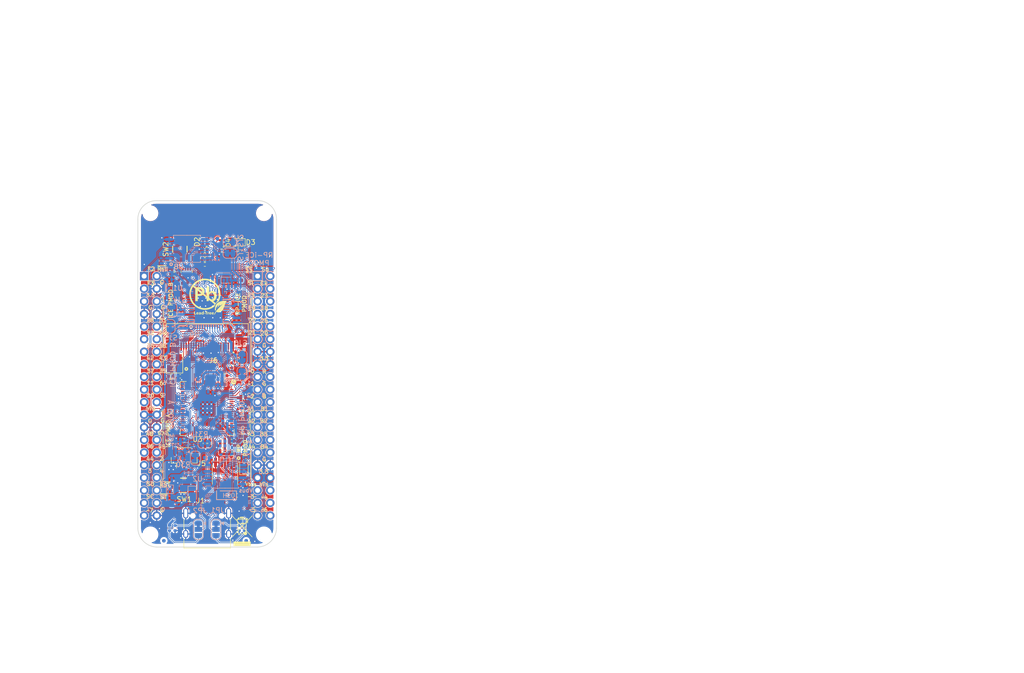
<source format=kicad_pcb>
(kicad_pcb (version 20241229) (generator "pcbnew") (generator_version "9.0")
  (title_block (title "pico2-ice") (date "2025-01-27") (rev "REV1") (company "tinyVision.ai Inc."))
  (layers (0 "F.Cu" signal) (4 "In1.Cu" signal) (6 "In2.Cu" signal) (2 "B.Cu" signal) (13 "F.Paste" user) (15 "B.Paste" user) (5 "F.SilkS" user "F.Silkscreen") (7 "B.SilkS" user "B.Silkscreen") (1 "F.Mask" user) (3 "B.Mask" user) (25 "Edge.Cuts" user))
  (net 0 "")
  (net 1 "GND")
  (net 2 "/XIN")
  (net 3 "/XOUT")
  (net 4 "+3V3")
  (net 5 "+1V1")
  (net 6 "/~{USB_BOOT}")
  (net 7 "/SWD")
  (net 8 "/SWCLK")
  (net 9 "/QSPI_SD3")
  (net 10 "/QSPI_SCLK")
  (net 11 "/QSPI_SD0")
  (net 12 "/QSPI_SD2")
  (net 13 "/QSPI_SD1")
  (net 14 "/USB_D+")
  (net 15 "/USB_D-")
  (net 16 "+1V2")
  (net 17 "/+1.2V_CORE")
  (net 18 "Net-(D1-K)")
  (net 19 "/VCC_PLL")
  (net 20 "Net-(D2-A)")
  (net 21 "/~{RESET}")
  (net 22 "/USB_P")
  (net 23 "/ICE_35_G0")
  (net 24 "/ICE_SSN")
  (net 25 "/ICE_SCK")
  (net 26 "Net-(C1-Pad1)")
  (net 27 "V_{in}")
  (net 28 "/ICE_10|PB")
  (net 29 "+3V3_FPGA")
  (net 30 "Net-(D2-RK)")
  (net 31 "/VIO_BANK_2")
  (net 32 "/ICE_SO")
  (net 33 "/ICE_SI")
  (net 34 "/ICE_27")
  (net 35 "/ICE_25")
  (net 36 "/ICE_21")
  (net 37 "/ICE_19")
  (net 38 "/ICE_26")
  (net 39 "/ICE_23")
  (net 40 "/ICE_20_G3")
  (net 41 "/ICE_18")
  (net 42 "/PICO_PMOD_A1")
  (net 43 "/PICO_PMOD_A2")
  (net 44 "/PICO_PMOD_A3")
  (net 45 "/PICO_PMOD_A4")
  (net 46 "/PICO_PMOD_B1")
  (net 47 "/PICO_PMOD_B2")
  (net 48 "/PICO_PMOD_B3")
  (net 49 "/PICO_PMOD_B4")
  (net 50 "/ADC3")
  (net 51 "/ICE_2")
  (net 52 "/ICE_3")
  (net 53 "/ICE_4")
  (net 54 "/ICE_6")
  (net 55 "/ICE_9")
  (net 56 "/ICE_11")
  (net 57 "/ICE_28")
  (net 58 "/ICE_31")
  (net 59 "/ICE_32")
  (net 60 "/ICE_34")
  (net 61 "/ICE_36")
  (net 62 "/ICE_38")
  (net 63 "/ICE_42")
  (net 64 "/ICE_43")
  (net 65 "/ICE_44_G6")
  (net 66 "/ICE_45")
  (net 67 "/ICE_46")
  (net 68 "/ICE_47")
  (net 69 "/ICE_48")
  (net 70 "/USB_N")
  (net 71 "Net-(D2-GK)")
  (net 72 "Net-(D2-BK)")
  (net 73 "Net-(D5-K)")
  (net 74 "Net-(J1-CC1)")
  (net 76 "Net-(J1-CC2)")
  (net 77 "Net-(U3-ADC_AVDD)")
  (net 79 "/ADC2|PB")
  (net 80 "/LED_G")
  (net 81 "/LED_B")
  (net 82 "/LED_R")
  (net 83 "Net-(D6-A)")
  (net 84 "Net-(D4-A)")
  (net 85 "/VREG_AVDD")
  (net 86 "/~{ICE_RST}")
  (net 87 "Net-(U4-K)")
  (net 88 "/ICE_LED_B")
  (net 89 "/ICE_LED_G")
  (net 90 "/ICE_LED_R")
  (net 91 "V_{BUS}")
  (net 92 "/ICE_13|IO3")
  (net 93 "/ICE_37")
  (net 94 "/SDA_GPIO2")
  (net 95 "/ICE_12|IO2")
  (net 96 "/SCL_GPIO3")
  (net 97 "/ADC7")
  (net 98 "/ADC1")
  (net 99 "/ICE_DONE|ADC0")
  (net 100 "/ADC5|VREF")
  (net 101 "/ADC4")
  (net 102 "/ADC6")
  (net 103 "/GPIO11")
  (net 104 "/GPIO10")
  (net 105 "Net-(JP1-B)")
  (net 106 "Net-(JP1-A)")
  (net 107 "Net-(JP2-A)")
  (net 108 "Net-(JP2-B)")
  (net 109 "/VREG_LX")
  (net 110 "/~{QSPI_SS}")
  (net 111 "Net-(U3-GPIO21)")
  (net 112 "Net-(U3-GPIO6)")
  (net 113 "Net-(R12-Pad1)")
  (net 114 "/~{SRAM_SS}")
  (net 115 "Net-(U3-GPIO22)")
  (net 116 "Net-(U6B-CDONE)")
  (net 117 "/Lane0_P")
  (net 118 "/Lane1_N")
  (net 119 "/Lane2_P")
  (net 120 "/Clock_P")
  (net 121 "/Lane1_P")
  (net 122 "/Clock_N")
  (net 123 "/Lane0_N")
  (net 124 "/Lane2_N")
  (net 125 "Net-(D7-A)")
  (footprint "Resistor_SMD:R_0402_1005Metric" (layer "F.Cu") (at 71.917718 77.655871 180)
    (property "Reference" "R19" (hide yes))
    (property "Value" "1k" (hide yes))
  )
  (footprint "MountingHole:MountingHole_2.7mm_M2.5" (layer "F.Cu") (at 60.96 132.08)
    (property "Reference" "H4" (hide yes))
    (property "Value" "MountingHole" (hide yes))
  )
  (footprint "Capacitor_SMD:C_0402_1005Metric" (layer "F.Cu") (at 67.802918 113.165071 180)
    (property "Reference" "C12" (hide yes))
    (property "Value" "0.1u" (hide yes))
  )
  (footprint "CUSTOM:LED_Cree-PLCC4_1x1mm_CW" (layer "F.Cu") (at 75.346718 73.152 -90)
    (property "Reference" "D4")
    (property "Value" "MHPA1010RGBDT" (hide yes))
  )
  (footprint "Resistor_SMD:R_0402_1005Metric" (layer "F.Cu") (at 77.378718 115.832071)
    (property "Reference" "R15" (hide yes))
    (property "Value" "10K" (hide yes))
  )
  (footprint "Resistor_SMD:R_0402_1005Metric" (layer "F.Cu") (at 78.648718 74.684071)
    (property "Reference" "R14" (hide yes))
    (property "Value" "2.2K")
  )
  (footprint "Capacitor_SMD:C_0402_1005Metric" (layer "F.Cu") (at 72.882918 113.723871 -90)
    (property "Reference" "C4" (hide yes))
    (property "Value" "0.1u" (hide yes))
  )
  (footprint "Capacitor_SMD:C_0402_1005Metric" (layer "F.Cu") (at 79.639318 106.713471)
    (property "Reference" "C19" (hide yes))
    (property "Value" "0.1u" (hide yes))
  )
  (footprint "LED_SMD:LED_0603_1608Metric" (layer "F.Cu") (at 78.572518 73.185471 180)
    (property "Reference" "D3")
    (property "Value" "LTST-C191KGKT" (hide yes))
  )
  (footprint "Capacitor_SMD:C_0402_1005Metric" (layer "F.Cu") (at 75.473718 113.266671 180)
    (property "Reference" "C9" (hide yes))
    (property "Value" "0.1u" (hide yes))
  )
  (footprint "Resistor_SMD:R_0402_1005Metric" (layer "F.Cu") (at 75.473718 115.171671 180)
    (property "Reference" "R25" (hide yes))
    (property "Value" "100" (hide yes))
  )
  (footprint "Capacitor_SMD:C_0402_1005Metric" (layer "F.Cu") (at 65.262918 107.272271 180)
    (property "Reference" "C5" (hide yes))
    (property "Value" "0.1u" (hide yes))
  )
  (footprint "CUSTOM:PTS820J25KSMTRLFS" (layer "F.Cu") (at 66.888518 74.582471 -90)
    (property "Reference" "SW2")
    (property "Value" "CS1213AGF260" (hide yes))
  )
  (footprint "Diode_SMD:D_SOD-323" (layer "F.Cu") (at 79.791718 118.422871 90)
    (property "Reference" "D6" (hide yes))
    (property "Value" "1N5819WS")
  )
  (footprint "Capacitor_SMD:C_0402_1005Metric" (layer "F.Cu") (at 65.770918 78.646471 180)
    (property "Reference" "C14" (hide yes))
    (property "Value" "0.1u")
  )
  (footprint "Capacitor_SMD:C_0402_1005Metric" (layer "F.Cu") (at 75.473718 114.206471 180)
    (property "Reference" "C35" (hide yes))
    (property "Value" "4.7u")
  )
  (footprint "Capacitor_SMD:C_0402_1005Metric" (layer "F.Cu") (at 79.436118 111.336271)
    (property "Reference" "C23" (hide yes))
    (property "Value" "4.7u")
  )
  (footprint "Capacitor_SMD:C_0402_1005Metric" (layer "F.Cu") (at 79.639318 104.478271)
    (property "Reference" "C11" (hide yes))
    (property "Value" "4.7u" (hide yes))
  )
  (footprint "Capacitor_SMD:C_0402_1005Metric" (layer "F.Cu") (at 77.302518 113.266671)
    (property "Reference" "C18" (hide yes))
    (property "Value" "0.1u" (hide yes))
  )
  (footprint "Resistor_SMD:R_0402_1005Metric" (layer "F.Cu") (at 71.917718 75.725471 180)
    (property "Reference" "R17" (hide yes))
    (property "Value" "1k" (hide yes))
  )
  (footprint "CUSTOM:OSHW_Dual_0.1_Scale_2140" (layer "F.Cu") (at 76.286518 124.061671)
    (property "Reference" "LOGO4" (hide yes))
    (property "Value" "OSHW ID: US002140")
  )
  (footprint "Connector_USB:USB_C_Receptacle_HRO_TYPE-C-31-M-12" (layer "F.Cu") (at 72.39 130.937)
    (property "Reference" "J1")
    (property "Value" "USB_C_Receptacle_USB2.0" (hide yes))
  )
  (footprint "Capacitor_SMD:C_0402_1005Metric" (layer "F.Cu") (at 78.394718 124.214071)
    (property "Reference" "C42" (hide yes))
    (property "Value" "0.1u" (hide yes))
  )
  (footprint "Connector_JST:JST_SH_BM03B-SRSS-TB_1x03-1MP_P1.00mm_Vertical" (layer "F.Cu") (at 67.752118 116.594071)
    (property "Reference" "J5")
    (property "Value" "BM03B-SRSS-TB")
  )
  (footprint "Capacitor_SMD:C_0402_1005Metric" (layer "F.Cu") (at 65.059718 100.211071)
    (property "Reference" "C1" (hide yes))
    (property "Value" "15p" (hide yes))
  )
  (footprint "CUSTOM:tinyAI_logo" (layer "F.Cu") (at 64.255718 129.889071 90)
    (property "Reference" "LOGO1" (hide yes))
    (property "Value" "tinyVS Logo" (hide yes))
  )
  (footprint "Resistor_SMD:R_0402_1005Metric" (layer "F.Cu") (at 75.880118 100.058671 180)
    (property "Reference" "R9" (hide yes))
    (property "Value" "27" (hide yes))
  )
  (footprint "Capacitor_SMD:C_0402_1005Metric" (layer "F.Cu") (at 75.321318 74.887271 180)
    (property "Reference" "C13" (hide yes))
    (property "Value" "4.7u" (hide yes))
  )
  (footprint "Package_SO:SOIC-8_3.9x4.9mm_P1.27mm" (layer "F.Cu") (at 75.981718 120.023071 -90)
    (property "Reference" "U5" (hide yes))
    (property "Value" "APS6404L-3SQN-SN" (hide yes))
  )
  (footprint "CUSTOM:Pb free logo" (layer "F.Cu") (at 72.597288 84.252543)
    (property "Reference" "LOGO3" (hide yes))
    (property "Value" "Pb free Logo" (hide yes))
  )
  (footprint "RP2040_minimal:PinHeader_2x20_P2.54mm_Vertical_Right" (layer "F.Cu") (at 82.55 80.01)
    (property "Reference" "J3" (hide yes))
    (property "Value" "Conn_02x20_Odd_Even" (hide yes))
  )
  (footprint "MountingHole:MountingHole_2.7mm_M2.5" (layer "F.Cu") (at 83.82 67.329071)
    (property "Reference" "H2" (hide yes))
    (property "Value" "MountingHole" (hide yes))
  )
  (footprint "CUSTOM:LED_Cree-PLCC4_1x1mm_CW" (layer "F.Cu") (at 71.917718 73.152 -90)
    (property "Reference" "D2")
    (property "Value" "MHPA1010RGBDT" (hide yes))
  )
  (footprint "CUSTOM:WEEE logo" (layer "F.Cu") (at 79.436118 131.326071)
    (property "Reference" "LOGO2" (hide yes))
    (property "Value" "WEEE Logo" (hide yes))
  )
  (footprint "Resistor_SMD:R_0402_1005Metric" (layer "F.Cu") (at 77.355718 97.989071 -90)
    (property "Reference" "R23" (hide yes))
    (property "Value" "10K" (hide yes))
  )
  (footprint "RP2040_minimal:PinHeader_2x20_P2.54mm_Vertical_Left" (layer "F.Cu") (at 59.69 80.01)
    (property "Reference" "J2" (hide yes))
    (property "Value" "Conn_02x20_Odd_Even" (hide yes))
  )
  (footprint "Fiducial:Fiducial_0.75mm_Mask1.5mm" (layer "F.Cu") (at 65.262918 126.093671)
    (property "Reference" "FID3" (hide yes))
    (property "Value" "Fiducial" (hide yes))
  )
  (footprint "RP2350_60QFN_minimal:L_pol_2016" (layer "F.Cu") (at 79.664718 109.380471 -90)
    (property "Reference" "L1" (hide yes))
    (property "Value" "3.3u")
  )
  (footprint "RP2350_60QFN_minimal:AMPHENOL_SFV22R-2STE1HLF" (layer "F.Cu") (at 72.405718 91.689071 180)
    (property "Reference" "J6")
    (property "Value" "SFV22R-2STE1HLF")
  )
  (footprint "CUSTOM:PTS820J25KSMTRLFS" (layer "F.Cu") (at 67.625118 122.182071 180)
    (property "Reference" "SW1")
    (property "Value" "CS1213AGF260" (hide yes))
  )
  (footprint "Resistor_SMD:R_0402_1005Metric" (layer "F.Cu") (at 71.917718 76.690671 180)
    (property "Reference" "R18" (hide yes))
    (property "Value" "1k" (hide yes))
  )
  (footprint "Resistor_SMD:R_Array_Concave_4x0402" (layer "F.Cu") (at 68.260118 79.078271 90)
    (property "Reference" "RN1" (hide yes))
    (property "Value" "10K" (hide yes))
  )
  (footprint "Resistor_SMD:R_0402_1005Metric" (layer "F.Cu") (at 65.768918 79.611671)
    (property "Reference" "R21" (hide yes))
    (property "Value" "10K" (hide yes))
  )
  (footprint "RP2350_60QFN_minimal:RP2350B_QFN-80_EP_10.573x10.573_Pitch0.4mm" (layer "F.Cu") (at 72.39 106.68 -90)
    (property "Reference" "U3")
    (property "Value" "RP2350_80QFN")
  )
  (footprint "Fiducial:Fiducial_0.75mm_Mask1.5mm" (layer "F.Cu") (at 79.258318 80.856271)
    (property "Reference" "FID1" (hide yes))
    (property "Value" "Fiducial" (hide yes))
  )
  (footprint "Crystal:Crystal_SMD_3225-4Pin_3.2x2.5mm" (layer "F.Cu") (at 65.821718 97.544071 90)
    (property "Reference" "Y1" (hide yes))
    (property "Value" "ABM8-272-T3")
  )
  (footprint "MountingHole:MountingHole_2.7mm_M2.5" (layer "F.Cu") (at 83.82 132.08)
    (property "Reference" "H3" (hide yes))
    (property "Value" "MountingHole" (hide yes))
  )
  (footprint "Capacitor_SMD:C_0402_1005Metric" (layer "F.Cu") (at 71.943118 113.723871 -90)
    (property "Reference" "C10" (hide yes))
    (property "Value" "0.1u" (hide yes))
  )
  (footprint "Capacitor_SMD:C_0402_1005Metric" (layer "F.Cu") (at 66.964718 100.211071)
    (property "Reference" "C2" (hide yes))
    (property "Value" "15p" (hide yes))
  )
  (footprint "Resistor_SMD:R_0402_1005Metric" (layer "F.Cu") (at 79.461518 112.326871)
    (property "Reference" "R26" (hide yes))
    (property "Value" "27")
  )
  (footprint "MountingHole:MountingHole_2.7mm_M2.5" (layer "F.Cu") (at 60.96 67.329071)
    (property "Reference" "H1" (hide yes))
    (property "Value" "MountingHole" (hide yes))
  )
  (footprint "Resistor_SMD:R_0402_1005Metric" (layer "F.Cu") (at 65.059718 101.227071 180)
    (property "Reference" "R1" (hide yes))
    (property "Value" "1k" (hide yes))
  )
  (footprint "Resistor_SMD:R_0402_1005Metric" (layer "F.Cu") (at 78.455718 96.589071 90)
    (property "Reference" "R13" (hide yes))
    (property "Value" "10K" (hide yes))
  )
  (footprint "Fiducial:Fiducial_0.75mm_Mask1.5mm" (layer "F.Cu") (at 67.472718 81.415071)
    (property "Reference" "FID5" (hide yes))
    (property "Value" "Fiducial" (hide yes))
  )
  (footprint "Capacitor_SMD:C_0402_1005Metric" (layer "F.Cu") (at 79.639318 107.653271 180)
    (property "Reference" "C38" (hide yes))
    (property "Value" "4.7u")
  )
  (footprint "Capacitor_SMD:C_0402_1005Metric" (layer "F.Cu") (at 71.917718 74.785671 180)
    (property "Reference" "C32" (hide yes))
    (property "Value" "4.7u" (hide yes))
  )
  (footprint "Jumper:SolderJumper-3_P1.3mm_Bridged12_RoundedPad1.0x1.5mm" (layer "B.Cu") (at 70.612 131.064 -90)
    (property "Reference" "JP2")
    (property "Value" "SolderJumper_3_Bridged12")
  )
  (footprint "Capacitor_SMD:C_0402_1005Metric" (layer "B.Cu") (at 64.805718 124.722071 180)
    (property "Reference" "C39" (hide yes))
    (property "Value" "4.7u")
  )
  (footprint "Resistor_SMD:R_0402_1005Metric" (layer "B.Cu") (at 80.198118 114.485871 180)
    (property "Reference" "R3" (hide yes))
    (property "Value" "DNF" (hide yes))
  )
  (footprint "Capacitor_SMD:C_0402_1005Metric" (layer "B.Cu") (at 70.520718 101.354071 90)
    (property "Reference" "C16" (hide yes))
    (property "Value" "0.1u" (hide yes))
  )
  (footprint "Resistor_SMD:R_0603_1608Metric" (layer "B.Cu") (at 67.599718 123.833071 90)
    (property "Reference" "PTC1" (hide yes))
    (property "Value" "MF-FSMF035X-2" (hide yes))
  )
  (footprint "Capacitor_SMD:C_0402_1005Metric" (layer "B.Cu") (at 68.031518 90.025671 -90)
    (property "Reference" "C29" (hide yes))
    (property "Value" "0.1u" (hide yes))
  )
  (footprint "Capacitor_SMD:C_0402_1005Metric" (layer "B.Cu") (at 73.924318 76.411271)
    (property "Reference" "C26" (hide yes))
    (property "Value" "0.1u" (hide yes))
  )
  (footprint "Fiducial:Fiducial_0.75mm_Mask1.5mm" (layer "B.Cu") (at 74.455718 72.489071 180)
    (property "Reference" "FID2" (hide yes))
    (property "Value" "Fiducial" (hide yes))
  )
  (footprint "Resistor_SMD:R_0402_1005Metric" (layer "B.Cu") (at 75.473718 114.206471)
    (property "Reference" "R29" (hide yes))
    (property "Value" "2.2K")
  )
  (footprint "Capacitor_SMD:C_0402_1005Metric" (layer "B.Cu") (at 67.066318 90.025671 -90)
    (property "Reference" "C30" (hide yes))
    (property "Value" "4.7u" (hide yes))
  )
  (footprint "Capacitor_SMD:C_0402_1005Metric" (layer "B.Cu") (at 67.523518 106.688071 -90)
    (property "Reference" "C17" (hide yes))
    (property "Value" "0.1u" (hide yes))
  )
  (footprint "Capacitor_SMD:C_0402_1005Metric" (layer "B.Cu") (at 78.775718 88.908071 -90)
    (property "Reference" "C22" (hide yes))
    (property "Value" "4.7u" (hide yes))
  )
  (footprint "Capacitor_SMD:C_0402_1005Metric" (layer "B.Cu") (at 66.964718 116.695671)
    (property "Reference" "C36" (hide yes))
    (property "Value" "0.1u" (hide yes))
  )
  (footprint "Capacitor_SMD:C_0402_1005Metric" (layer "B.Cu") (at 64.749718 80.676071)
    (property "Reference" "C7" (hide yes))
    (property "Value" "4.7u" (hide yes))
  )
  (footprint "Capacitor_SMD:C_0402_1005Metric" (layer "B.Cu") (at 77.835918 88.908071 -90)
    (property "Reference" "C21" (hide yes))
    (property "Value" "0.1u" (hide yes))
  )
  (footprint "Capacitor_SMD:C_0402_1005Metric" (layer "B.Cu") (at 66.329718 125.230071 -90)
    (property "Reference" "C3" (hide yes))
    (property "Value" "4.7u" (hide yes))
  )
  (footprint "Capacitor_SMD:C_0402_1005Metric" (layer "B.Cu") (at 64.805718 121.039071)
    (property "Reference" "C41" (hide yes))
    (property "Value" "4.7u")
  )
  (footprint "Package_SO:SOIC-8_5.23x5.23mm_P1.27mm" (layer "B.Cu") (at 68.310918 74.506271)
    (property "Reference" "U8")
    (property "Value" "W25Q32JVSSIQ" (hide yes))
  )
  (footprint "Resistor_SMD:R_0402_1005Metric" (layer "B.Cu") (at 74.559318 109.685271 90)
    (property "Reference" "R4" (hide yes))
    (property "Value" "27" (hide yes))
  )
  (footprint "Jumper:SolderJumper-3_P1.3mm_Bridged12_RoundedPad1.0x1.5mm" (layer "B.Cu") (at 74.168 131.064 -90)
    (property "Reference" "JP1")
    (property "Value" "SolderJumper_3_Bridged12")
  )
  (footprint "Resistor_SMD:R_0402_1005Metric" (layer "B.Cu") (at 64.805718 130.792671 -90)
    (property "Reference" "R22" (hide yes))
    (property "Value" "56K")
  )
  (footprint "Resistor_SMD:R_0402_1005Metric" (layer "B.Cu") (at 75.524518 109.685271 90)
    (property "Reference" "R5" (hide yes))
    (property "Value" "27" (hide yes))
  )
  (footprint "Resistor_SMD:R_0402_1005Metric" (layer "B.Cu") (at 80.198118 115.451071)
    (property "Reference" "R27" (hide yes))
    (property "Value" "DNF")
  )
  (footprint "Resistor_SMD:R_0402_1005Metric" (layer "B.Cu") (at 69.123718 119.487671 90)
    (property "Reference" "R33" (hide yes))
    (property "Value" "5.1K")
  )
  (footprint "Capacitor_SMD:C_0402_1005Metric" (layer "B.Cu") (at 73.941647 80.388753 180)
    (property "Reference" "C25" (hide yes))
    (property "Value" "4.7u" (hide yes))
  )
  (footprint "Resistor_SMD:R_0402_1005Metric" (layer "B.Cu") (at 67.472718 111.008071 -90)
    (property "Reference" "R7" (hide yes))
    (property "Value" "10K" (hide yes))
  )
  (footprint "Package_SO:SOIC-8_5.23x5.23mm_P1.27mm" (layer "B.Cu") (at 75.981718 120.023071 180)
    (property "Reference" "U2")
    (property "Value" "W25Q32JVSSIQ" (hide yes))
  )
  (footprint "Resistor_SMD:R_0402_1005Metric" (layer "B.Cu") (at 75.473718 113.292071 180)
    (property "Reference" "R28" (hide yes))
    (property "Value" "10K")
  )
  (footprint "Capacitor_SMD:C_0402_1005Metric" (layer "B.Cu") (at 67.091718 87.257071 90)
    (property "Reference" "C27" (hide yes))
    (property "Value" "0.1u" (hide yes))
  )
  (footprint "Resistor_SMD:R_0402_1005Metric" (layer "B.Cu") (at 63.103918 76.921271 -90)
    (property "Reference" "R8" (hide yes))
    (property "Value" "10K" (hide yes))
  )
  (footprint "Jumper:SolderJumper-2_P1.3mm_Bridged_RoundedPad1.0x1.5mm" (layer "B.Cu") (at 64.932718 90.152671 -90)
    (property "Reference" "SJ5")
    (property "Value" "SHORT" (hide yes))
  )
  (footprint "Resistor_SMD:R_0402_1005Metric" (layer "B.Cu") (at 78.826518 130.792671 -90)
    (property "Reference" "R24" (hide yes))
    (property "Value" "5.1K")
  )
  (footprint "Diode_SMD:D_SOD-323" (layer "B.Cu") (at 69.377718 123.960071 -90)
    (property "Reference" "D5" (hide yes))
    (property "Value" "1N5819WS" (hide yes))
  )
  (footprint "Fiducial:Fiducial_0.75mm_Mask1.5mm" (layer "B.Cu") (at 63.662718 133.35 180)
    (property "Reference" "FID6" (hide yes))
    (property "Value" "Fiducial" (hide yes))
  )
  (footprint "Resistor_SMD:R_0402_1005Metric" (layer "B.Cu") (at 67.421918 104.097271 90)
    (property "Reference" "R34" (hide yes))
    (property "Value" "27")
  )
  (footprint "Capacitor_SMD:C_0402_1005Metric" (layer "B.Cu") (at 74.584718 101.354071 -90)
    (property "Reference" "C15" (hide yes))
    (property "Value" "0.1u" (hide yes))
  )
  (footprint "Capacitor_SMD:C_0402_1005Metric" (layer "B.Cu") (at 73.055718 103.389071)
    (property "Reference" "C6" (hide yes))
    (property "Value" "4.7u" (hide yes))
  )
  (footprint "Package_TO_SOT_SMD:SOT-23" (layer "B.Cu") (at 66.990118 114.282671 90)
    (property "Reference" "U4" (hide yes))
    (property "Value" "TL431DBZ")
  )
  (footprint "Fiducial:Fiducial_0.75mm_Mask1.5mm" (layer "B.Cu") (at 80.248918 133.35 180)
    (property "Reference" "FID4" (hide yes))
    (property "Value" "Fiducial" (hide yes))
  )
  (footprint "Diode_SMD:D_SOD-323" (layer "B.Cu") (at 76.205718 115.989071 180)
    (property "Reference" "D7" (hide yes))
    (property "Value" "1N5819WS")
  )
  (footprint "Capacitor_SMD:C_0402_1005Metric" (layer "B.Cu") (at 76.207718 81.912753)
    (property "Reference" "C31" (hide yes))
    (property "Value" "4.7u" (hide yes))
  )
  (footprint "Resistor_SMD:R_0402_1005Metric" (layer "B.Cu") (at 68.158518 119.487671 -90)
    (property "Reference" "R32" (hide yes))
    (property "Value" "10K")
  )
  (footprint "Resistor_SMD:R_0402_1005Metric" (layer "B.Cu") (at 67.472718 108.999471 -90)
    (property "Reference" "R16" (hide yes))
    (property "Value" "10K" (hide yes))
  )
  (footprint "Capacitor_SMD:C_0402_1005Metric" (layer "B.Cu") (at 78.140718 85.199671 90)
    (property "Reference" "C33" (hide yes))
    (property "Value" "0.1u" (hide yes))
  )
  (footprint "Resistor_SMD:R_0402_1005Metric" (layer "B.Cu") (at 67.421918 102.217671 -90)
    (property "Reference" "R6" (hide yes))
    (property "Value" "27" (hide yes))
  )
  (footprint "Resistor_SMD:R_0402_1005Metric" (layer "B.Cu") (at 80.198118 116.416271)
    (property "Reference" "R2" (hide yes))
    (property "Value" "1k" (hide yes))
  )
  (footprint "Jumper:SolderJumper-2_P1.3mm_Bridged_RoundedPad1.0x1.5mm" (layer "B.Cu") (at 79.410718 96.389071 -90)
    (property "Reference" "SJ6")
    (property "Value" "SHORT")
  )
  (footprint "Capacitor_SMD:C_0402_1005Metric" (layer "B.Cu") (at 77.302518 109.659871 -90)
    (property "Reference" "C20" (hide yes))
    (property "Value" "4.7u")
  )
  (footprint "Jumper:SolderJumper-2_P1.3mm_Bridged_RoundedPad1.0x1.5mm" (layer "B.Cu") (at 79.410718 99.703071 90)
    (property "Reference" "SJ3")
    (property "Value" "SHORT")
  )
  (footprint "Capacitor_SMD:C_0402_1005Metric" (layer "B.Cu") (at 72.298718 116.594071 180)
    (property "Reference" "C8" (hide yes))
    (property "Value" "0.1u" (hide yes))
  )
  (footprint "Resistor_SMD:R_0402_1005Metric" (layer "B.Cu") (at 79.893318 130.792671 -90)
    (property "Reference" "R20" (hide yes))
    (property "Value" "56K")
  )
  (footprint "Resistor_SMD:R_0402_1005Metric" (layer "B.Cu") (at 79.080518 87.053871 -90)
    (property "Reference" "R11" (hide yes))
    (property "Value" "100" (hide yes))
  )
  (footprint "Jumper:SolderJumper-2_P1.3mm_Bridged_RoundedPad1.0x1.5mm" (layer "B.Cu") (at 77.008118 73.160071)
    (property "Reference" "SJ2")
    (property "Value" "SHORT" (hide yes))
  )
  (footprint "Diode_SMD:D_SOD-523" (layer "B.Cu") (at 76.438918 80.820553)
    (property "Reference" "D1" (hide yes))
    (property "Value" "1N4148WT-7" (hide yes))
  )
  (footprint "Jumper:SolderJumper-2_P1.3mm_Bridged_RoundedPad1.0x1.5mm" (layer "B.Cu") (at 65.313718 86.876071 90)
    (property "Reference" "SJ4")
    (property "Value" "SHORT" (hide yes))
  )
  (footprint "Jumper:SolderJumper-2_P1.3mm_Bridged_RoundedPad1.0x1.5mm" (layer "B.Cu") (at 70.012718 116.695671 -90)
    (property "Reference" "R30")
    (property "Value" "SHORT")
  )
  (footprint "Package_DFN_QFN:QFN-48-1EP_7x7mm_P0.5mm_EP5.6x5.6mm" (layer "B.Cu") (at 72.679718 86.749071)
    (property "Reference" "U6")
    (property "Value" "ICE40UP5K-SG48ITR" (hide yes))
  )
  (footprint "RP2040_minimal:OnSemi_XDFN4-1EP_1.0x1.0mm_EP0.52x0.52mm" (layer "B.Cu") (at 64.678718 82.431071 180)
    (property "Reference" "U1")
    (property "Value" "NCP115AMX120TCG")
  )
  (footprint "Capacitor_SMD:C_0402_1005Metric" (layer "B.Cu") (at 64.749718 84.232071 180)
    (property "Reference" "C37" (hide yes))
    (property "Value" "4.7u" (hide yes))
  )
  (footprint "Capacitor_SMD:C_0402_1005Metric" (layer "B.Cu") (at 78.107247 81.328553 -90)
    (property "Reference" "C28" (hide yes))
    (property "Value" "0.1u" (hide yes))
  )
  (footprint "Capacitor_SMD:C_0402_1005Metric" (layer "B.Cu") (at 79.080518 85.199671 90)
    (property "Reference" "C34" (hide yes))
    (property "Value" "4.7u" (hide yes))
  )
  (footprint "Resistor_SMD:R_0402_1005Metric" (layer "B.Cu") (at 69.276118 113.927071 -90)
    (property "Reference" "R12" (hide yes))
    (property "Value" "1K" (hide yes))
  )
  (footprint "Jumper:SolderJumper-2_P1.3mm_Bridged_RoundedPad1.0x1.5mm" (layer "B.Cu") (at 71.943118 113.723871)
    (property "Reference" "R31")
    (property "Value" "SHORT")
  )
  (footprint "RP2040_minimal:OnSemi_XDFN4-1EP_1.0x1.0mm_EP0.52x0.52mm" (layer "B.Cu") (at 64.876718 122.967071)
    (property "Reference" "U9" (hide yes))
    (property "Value" "NCP115AMX330TCG")
  )
  (footprint "Resistor_SMD:R_0402_1005Metric" (layer "B.Cu") (at 65.923318 130.792671 -90)
    (property "Reference" "R10" (hide yes))
    (property "Value" "5.1K")
  )
  (footprint "Capacitor_SMD:C_0402_1005Metric" (layer "B.Cu") (at 73.941647 81.353953 180)
    (property "Reference" "C24" (hide yes))
    (property "Value" "0.1u" (hide yes))
  )
  (footprint "Jumper:SolderJumper-2_P1.3mm_Bridged_RoundedPad1.0x1.5mm" (layer "B.Cu") (at 76.982718 75.395271)
    (property "Reference" "SJ1")
    (property "Value" "SHORT" (hide yes))
  )
  (gr_line (start 63.205718 121.089071) (end 63.505718 121.089071) (stroke (width 0.12)) (layer "F.SilkS"))
  (gr_line (start 63.555718 121.089071) (end 63.510318 114.993871) (stroke (width 0.12)) (layer "F.SilkS"))
  (gr_line (start 63.038218 97.289071) (end 63.673218 97.289071) (stroke (width 0.12)) (layer "F.SilkS"))
  (gr_line (start 63.510318 89.466871) (end 63.510318 90.863871) (stroke (width 0.12)) (layer "F.SilkS"))
  (gr_line (start 81.773218 107.389071) (end 81.138218 107.389071) (stroke (width 0.12)) (layer "F.SilkS"))
  (gr_line (start 81.112518 115.044671) (end 81.147718 120.889071) (stroke (width 0.12)) (layer "F.SilkS"))
  (gr_line (start 63.510318 86.926871) (end 63.510318 88.196871) (stroke (width 0.12)) (layer "F.SilkS"))
  (gr_line (start 81.147718 120.889071) (end 81.455718 120.889071) (stroke (width 0.12)) (layer "F.SilkS"))
  (gr_line (start 63.510318 108.516871) (end 63.510318 107.189071) (stroke (width 0.12)) (layer "F.SilkS"))
  (gr_line (start 63.510318 84.389071) (end 63.510318 85.402871) (stroke (width 0.12)) (layer "F.SilkS"))
  (gr_line (start 63.637318 95.816871) (end 63.637318 94.800871) (stroke (width 0.12)) (layer "F.SilkS"))
  (gr_line (start 63.002318 84.389071) (end 63.510318 84.389071) (stroke (width 0.12)) (layer "F.SilkS"))
  (gr_line (start 81.255718 84.490571) (end 81.255718 85.887571) (stroke (width 0.12)) (layer "F.SilkS"))
  (gr_line (start 81.274718 98.389071) (end 81.655718 98.389071) (stroke (width 0.12)) (layer "F.SilkS"))
  (gr_line (start 81.682718 84.489071) (end 81.228718 84.489071) (stroke (width 0.12)) (layer "F.SilkS"))
  (gr_line (start 63.510318 113.723871) (end 63.510318 112.199871) (stroke (width 0.12)) (layer "F.SilkS"))
  (gr_line (start 81.255718 92.289071) (end 81.255718 98.389071) (stroke (width 0.12)) (layer "F.SilkS"))
  (gr_line (start 81.112518 112.631671) (end 81.112518 113.774671) (stroke (width 0.12)) (layer "F.SilkS"))
  (gr_line (start 81.112518 107.424671) (end 81.112518 108.567671) (stroke (width 0.12)) (layer "F.SilkS"))
  (gr_line (start 63.510318 107.189071) (end 63.002318 107.189071) (stroke (width 0.12)) (layer "F.SilkS"))
  (gr_line (start 81.239518 89.644671) (end 81.239518 90.660671) (stroke (width 0.12)) (layer "F.SilkS"))
  (gr_line (start 63.510318 111.056871) (end 63.510318 109.786871) (stroke (width 0.12)) (layer "F.SilkS"))
  (gr_line (start 63.510318 93.403871) (end 63.510318 92.260871) (stroke (width 0.12)) (layer "F.SilkS"))
  (gr_line (start 81.112518 109.837671) (end 81.112518 111.361671) (stroke (width 0.12)) (layer "F.SilkS"))
  (gr_line (start 81.239518 87.104671) (end 81.239518 88.247671) (stroke (width 0.12)) (layer "F.SilkS"))
  (gr_line (start 63.9318 112.199871) (end 63.9318 113.596871) (stroke (width 0.12)) (layer "B.SilkS"))
  (gr_line (start 63.855718 117.389071) (end 63.855718 120.789071) (stroke (width 0.12)) (layer "B.SilkS"))
  (gr_line (start 81.137918 95.791471) (end 81.155718 98.189071) (stroke (width 0.12)) (layer "B.SilkS"))
  (gr_line (start 68.264882 91.4908) (end 68.264882 91.567) (stroke (width 0.12)) (layer "B.SilkS"))
  (gr_line (start 63.555718 97.989071) (end 63.355718 97.989071) (stroke (width 0.12)) (layer "B.SilkS"))
  (gr_line (start 63.555718 96.981071) (end 63.555718 97.997071) (stroke (width 0.12)) (layer "B.SilkS"))
  (gr_line (start 81.137918 89.314471) (end 81.137918 90.711471) (stroke (width 0.12)) (layer "B.SilkS"))
  (gr_line (start 63.1698 84.389071) (end 63.6778 84.389071) (stroke (width 0.12)) (layer "B.SilkS"))
  (gr_line (start 63.6778 86.926871) (end 63.6778 88.323871) (stroke (width 0.12)) (layer "B.SilkS"))
  (gr_line (start 81.137918 87.028471) (end 81.137918 88.171471) (stroke (width 0.12)) (layer "B.SilkS"))
  (gr_line (start 81.137918 91.981471) (end 81.137918 95.791471) (stroke (width 0.12)) (layer "B.SilkS"))
  (gr_line (start 80.883918 107.221471) (end 80.883918 108.618471) (stroke (width 0.12)) (layer "B.SilkS"))
  (gr_line (start 63.855718 120.789071) (end 63.355718 120.789071) (stroke (width 0.12)) (layer "B.SilkS"))
  (gr_line (start 81.645918 107.189071) (end 80.883918 107.189071) (stroke (width 0.12)) (layer "B.SilkS"))
  (gr_line (start 81.155718 98.189071) (end 81.555718 98.189071) (stroke (width 0.12)) (layer "B.SilkS"))
  (gr_line (start 63.6778 94.673871) (end 63.6778 95.689871) (stroke (width 0.12)) (layer "B.SilkS"))
  (gr_line (start 63.238218 106.889071) (end 63.873218 106.889071) (stroke (width 0.12)) (layer "B.SilkS"))
  (gr_line (start 81.165218 84.589071) (end 81.137918 85.504471) (stroke (width 0.12)) (layer "B.SilkS"))
  (gr_line (start 81.546218 84.589071) (end 81.165218 84.589071) (stroke (width 0.12)) (layer "B.SilkS"))
  (gr_line (start 63.6778 89.466871) (end 63.6778 90.736871) (stroke (width 0.12)) (layer "B.SilkS"))
  (gr_line (start 80.883918 109.761471) (end 80.883918 110.498071) (stroke (width 0.12)) (layer "B.SilkS"))
  (gr_line (start 63.6778 84.389071) (end 63.6778 85.529871) (stroke (width 0.12)) (layer "B.SilkS"))
  (gr_line (start 63.9318 114.866871) (end 63.9318 116.009871) (stroke (width 0.12)) (layer "B.SilkS"))
  (gr_line (start 81.264918 114.089071) (end 81.255718 120.989071) (stroke (width 0.12)) (layer "B.SilkS"))
  (gr_line (start 63.873218 106.889071) (end 63.855718 110.889071) (stroke (width 0.12)) (layer "B.SilkS"))
  (gr_line (start 81.411218 121.489071) (end 81.855718 121.489071) (stroke (width 0.12)) (layer "B.SilkS"))
  (gr_line (start 63.6778 92.006871) (end 63.6778 93.403871) (stroke (width 0.12)) (layer "B.SilkS"))
  (gr_line (start 82.55 134.62) (end 62.23 134.62) (stroke (width 0.127)) (layer "Edge.Cuts"))
  (gr_line (start 86.36 68.599071) (end 86.36 130.81) (stroke (width 0.127)) (layer "Edge.Cuts"))
  (gr_line (start 62.23 64.789071) (end 82.55 64.789071) (stroke (width 0.127)) (layer "Edge.Cuts"))
  (gr_line (start 58.42 130.81) (end 58.420001 68.599071) (stroke (width 0.127)) (layer "Edge.Cuts"))
  (gr_arc (start 62.23 134.62) (mid 59.566913 133.473086) (end 58.42 130.81) (stroke (width 0.127)) (layer "Edge.Cuts"))
  (gr_arc (start 58.42 68.599071) (mid 59.519317 65.888388) (end 62.23 64.789071) (stroke (width 0.127)) (layer "Edge.Cuts"))
  (gr_arc (start 82.55 64.789071) (mid 85.260683 65.888388) (end 86.36 68.599071) (stroke (width 0.127)) (layer "Edge.Cuts"))
  (gr_arc (start 86.36 130.81) (mid 85.213086 133.473086) (end 82.55 134.62) (stroke (width 0.127)) (layer "Edge.Cuts"))
  (gr_text "43" (at 63.434118 96.578871 0) (layer "F.SilkS") (effects (font (size 0.8 0.8))))
  (gr_text "So" (at 84.109718 78.621071 0) (layer "F.SilkS") (effects (font (size 0.8 0.8))))
  (gr_text "~{BT}" (at 63.637318 124.544271 0) (layer "F.SilkS") (effects (font (size 0.8 0.8))))
  (gr_text "10" (at 60.970318 104.071871 0) (layer "F.SilkS") (effects (font (size 0.8 0.8))))
  (gr_text "42" (at 60.919518 96.528071 0) (layer "F.SilkS") (effects (font (size 0.8 0.8))))
  (gr_text "11" (at 60.919518 101.582671 0) (layer "F.SilkS") (effects (font (size 0.8 0.8))))
  (gr_text "SD" (at 60.995718 121.928071 0) (layer "F.SilkS") (effects (font (size 0.8 0.8))))
  (gr_text "38" (at 63.383318 94.064271 0) (layer "F.SilkS") (effects (font (size 0.8 0.8))))
  (gr_text "A2" (at 81.366518 109.253471 0) (layer "F.SilkS") (effects (font (size 0.8 0.8))))
  (gr_text "Ck" (at 83.804918 81.465871 0) (layer "F.SilkS") (effects (font (size 0.8 0.8))))
  (gr_text "G" (at 63.408718 86.317271 0) (layer "F.SilkS") (effects (font (size 0.8 0.8))))
  (gr_text "32" (at 60.970318 91.498871 0) (layer "F.SilkS") (effects (font (size 0.8 0.8))))
  (gr_text "Vbus" (at 81.214118 121.953471 0) (layer "F.SilkS") (effects (font (size 0.635 0.635) (thickness 0.127) (bold yes))))
  (gr_text "18" (at 83.906518 86.469671 0) (layer "F.SilkS") (effects (font (size 0.8 0.8))))
  (gr_text "RP-iCE\nPMOD" (at 79.232918 85.580671 90) (layer "F.SilkS") (effects (font (size 0.8 0.8))))
  (gr_text "B1" (at 83.906518 106.789671 0) (layer "F.SilkS") (effects (font (size 0.8 0.8))))
  (gr_text "A4" (at 81.366518 114.409671 0) (layer "F.SilkS") (effects (font (size 0.8 0.8))))
  (gr_text "Si" (at 81.112518 81.415071 0) (layer "F.SilkS") (effects (font (size 0.8 0.8))))
  (gr_text "G" (at 60.843318 109.228071 0) (layer "F.SilkS") (effects (font (size 0.8 0.8))))
  (gr_text "37" (at 60.995718 99.144271 0) (layer "F.SilkS") (effects (font (size 0.8 0.8))))
  (gr_text "45" (at 63.256318 114.409671 0) (layer "F.SilkS") (effects (font (size 0.8 0.8))))
  (gr_text "G" (at 83.906518 93.962671 0) (layer "F.SilkS") (effects (font (size 0.8 0.8))))
  (gr_text "~{Rst}" (at 63.281718 78.570271 0) (layer "F.SilkS") (effects (font (size 0.8 0.8))))
  (gr_text "G" (at 63.281718 127.185871 0) (layer "F.SilkS") (effects (font (size 0.8 0.8))))
  (gr_text "G" (at 63.383318 109.151871 0) (layer "F.SilkS") (effects (font (size 0.8 0.8))))
  (gr_text "44" (at 60.894118 116.898871 0) (layer "F.SilkS") (effects (font (size 0.8 0.8))))
  (gr_text "27" (at 81.493518 89.009671 0) (layer "F.SilkS") (effects (font (size 0.8 0.8))))
  (gr_text "28" (at 60.919518 88.933471 0) (layer "F.SilkS") (effects (font (size 0.8 0.8))))
  (gr_text "~5" (at 81.493518 127.109671 0) (layer "F.SilkS") (effects (font (size 0.8 0.8))))
  (gr_text "A1" (at 81.239518 106.789671 0) (layer "F.SilkS") (effects (font (size 0.8 0.8))))
  (gr_text "3" (at 60.868718 119.286471 0) (layer "F.SilkS") (effects (font (size 0.8 0.8))))
  (gr_text "2" (at 63.129318 116.822671 0) (layer "F.SilkS") (effects (font (size 0.8 0.8))))
  (gr_text "34" (at 63.332518 91.498871 0) (layer "F.SilkS") (effects (font (size 0.8 0.8))))
  (gr_text "19" (at 81.366518 86.520471 0) (layer "F.SilkS") (effects (font (size 0.8 0.8))))
  (gr_text "iCE PMOD B" (at 65.055718 84.889071 90) (layer "F.SilkS") (effects (font (size 0.8 0.8))))
  (gr_text "A3" (at 81.264918 111.844271 0) (layer "F.SilkS") (effects (font (size 0.8 0.8))))
  (gr_text "35" (at 63.434118 99.118871 0) (layer "F.SilkS") (effects (font (size 0.8 0.8))))
  (gr_text "B" (at 83.906518 104.249671 0) (layer "F.SilkS") (effects (font (size 0.8 0.8))))
  (gr_text "46" (at 60.843318 114.333471 0) (layer "F.SilkS") (effects (font (size 0.8 0.8))))
  (gr_text "G" (at 83.906518 101.709671 0) (layer "F.SilkS") (effects (font (size 0.8 0.8))))
  (gr_text "23" (at 83.906518 83.929671 0) (layer "F.SilkS") (effects (font (size 0.8 0.8))))
  (gr_text "G" (at 63.205518 81.313471 0) (layer "F.SilkS") (effects (font (size 0.8 0.8))))
  (gr_text "~3" (at 81.239518 124.442671 0) (layer "F.SilkS") (effects (font (size 0.8 0.8))))
  (gr_text "~0" (at 81.239518 99.169671 0) (layer "F.SilkS") (effects (font (size 0.8 0.8))))
  (gr_text "~4" (at 83.931918 124.620471 0) (layer "F.SilkS") (effects (font (size 0.8 0.8))))
  (gr_text "G" (at 83.906518 116.949671 0) (layer "F.SilkS") (effects (font (size 0.8 0.8))))
  (gr_text "Vin" (at 83.855718 122.004271 0) (layer "F.SilkS") (effects (font (size 0.8 0.8))))
  (gr_text "F3" (at 60.995718 81.465871 0) (layer "F.SilkS") (effects (font (size 0.8 0.8))))
  (gr_text "~{RST}" (at 63.865918 122.105871 0) (layer "F.SilkS") (effects (font (size 0.8 0.8))))
  (gr_text "G" (at 60.919518 86.342671 0) (layer "F.SilkS") (effects (font (size 0.8 0.8))))
  (gr_text "6" (at 63.180118 101.608071 0) (layer "F.SilkS") (effects (font (size 0.8 0.8))))
  (gr_text "R" (at 83.946518 99.290671 0) (layer "F.SilkS") (effects (font (size 0.8 0.8))))
  (gr_text "~2" (at 81.239518 104.249671 0) (layer "F.SilkS") (effects (font (size 0.8 0.8))))
  (gr_text "47" (at 63.078518 111.793471 0) (layer "F.SilkS") (effects (font (size 0.7 0.7))))
  (gr_text "~6" (at 83.906518 127.109671 0) (layer "F.SilkS") (effects (font (size 0.8 0.8))))
  (gr_text "21" (at 81.468118 91.422671 0) (layer "F.SilkS") (effects (font (size 0.8 0.8))))
  (gr_text "25" (at 81.239518 83.789071 0) (layer "F.SilkS") (effects (font (size 0.8 0.8))))
  (gr_text "36" (at 60.970318 94.038871 0) (layer "F.SilkS") (effects (font (size 0.8 0.8))))
  (gr_text "20" (at 83.906518 91.549671 0) (layer "F.SilkS") (effects (font (size 0.8 0.8))))
  (gr_text "B4" (at 83.906518 114.409671 0) (layer "F.SilkS") (effects (font (size 0.8 0.8))))
  (gr_text "B2" (at 83.804918 109.202671 0) (layer "F.SilkS") (effects (font (size 0.8 0.8))))
  (gr_text "3.3" (at 83.804918 119.464271 0) (layer "F.SilkS") (effects (font (size 0.8 0.8))))
  (gr_text "iCE PMOD A" (at 64.555718 111.189071 90) (layer "F.SilkS") (effects (font (size 0.8 0.75))))
  (gr_text "~1" (at 81.239518 101.709671 0) (layer "F.SilkS") (effects (font (size 0.8 0.8))))
  (gr_text "B3" (at 83.804918 111.844271 0) (layer "F.SilkS") (effects (font (size 0.8 0.8))))
  (gr_text "3.3" (at 83.906518 96.629671 0) (layer "F.SilkS") (effects (font (size 0.7 0.7))))
  (gr_text "26" (at 83.906518 89.009671 0) (layer "F.SilkS") (effects (font (size 0.8 0.8))))
  (gr_text "9" (at 63.256318 104.071871 0) (layer "F.SilkS") (effects (font (size 0.8 0.8))))
  (gr_text "3.3" (at 60.970318 83.853471 0) (layer "F.SilkS") (effects (font (size 0.7 0.7))))
  (gr_text "~7" (at 60.843318 127.236671 0) (layer "F.SilkS") (effects (font (size 0.8 0.8))))
  (gr_text "Vio" (at 61.046518 106.688071 0) (layer "F.SilkS") (effects (font (size 0.8 0.8))))
  (gr_text "~{SS}" (at 80.807718 78.773471 0) (layer "F.SilkS") (effects (font (size 0.8 0.8))))
  (gr_text "SC" (at 60.894118 124.468071 0) (layer "F.SilkS") (effects (font (size 0.8 0.8))))
  (gr_text "RP\nPMOD" (at 79.461518 114.689071 90) (layer "F.SilkS") (effects (font (size 0.8 0.8))))
  (gr_text "48" (at 60.792518 111.844271 0) (layer "F.SilkS") (effects (font (size 0.8 0.8))))
  (gr_text "31" (at 63.510318 88.958871 0) (layer "F.SilkS") (effects (font (size 0.8 0.8))))
  (gr_text "F2" (at 61.097318 78.570271 0) (layer "F.SilkS") (effects (font (size 0.8 0.8))))
  (gr_text "4" (at 63.180118 119.286471 0) (layer "F.SilkS") (effects (font (size 0.8 0.8))))
  (gr_text "11" (at 60.995718 101.531871 0) (layer "B.SilkS") (effects (font (size 0.8 0.8)) (justify mirror)))
  (gr_text "~{SS}" (at 80.807718 79.002071 0) (layer "B.SilkS") (effects (font (size 0.8 0.8)) (justify mirror)))
  (gr_text "45" (at 63.281718 114.358871 0) (layer "B.SilkS") (effects (font (size 0.8 0.8)) (justify mirror)))
  (gr_text "2" (at 63.408718 116.644871 0) (layer "B.SilkS") (effects (font (size 0.8 0.8)) (justify mirror)))
  (gr_text "3.3" (at 83.728718 119.464271 0) (layer "B.SilkS") (effects (font (size 0.8 0.8)) (justify mirror)))
  (gr_text "31" (at 63.180118 88.933471 0) (layer "B.SilkS") (effects (font (size 0.635 0.635)) (justify mirror)))
  (gr_text "iCE PMOD A" (at 64.983518 109.482071 270) (layer "B.SilkS") (effects (font (size 1 1)) (justify mirror)))
  (gr_text "21" (at 81.264918 91.346471 0) (layer "B.SilkS") (effects (font (size 0.8 0.8)) (justify mirror)))
  (gr_text "~{Rst}" (at 63.332518 121.953471 270) (layer "B.SilkS") (effects (font (size 0.635 0.635)) (justify mirror)))
  (gr_text "44" (at 60.868718 116.771871 0) (layer "B.SilkS") (effects (font (size 0.8 0.8)) (justify mirror)))
  (gr_text "38" (at 63.586518 94.038871 0) (layer "B.SilkS") (effects (font (size 0.8 0.8)) (justify mirror)))
  (gr_text "G" (at 61.3918 86.291871 0) (layer "B.SilkS") (effects (font (size 0.8 0.8)) (justify mirror)))
  (gr_text "43" (at 63.713518 96.451871 0) (layer "B.SilkS") (effects (font (size 0.8 0.8)) (justify mirror)))
  (gr_text "~3" (at 81.696718 124.468071 0) (layer "B.SilkS") (effects (font (size 0.8 0.8)) (justify mirror)))
  (gr_text "B2" (at 83.728718 109.228071 0) (layer "B.SilkS") (effects (font (size 0.8 0.8)) (justify mirror)))
  (gr_text "42" (at 60.932218 96.451871 0) (layer "B.SilkS") (effects (font (size 0.8 0.8)) (justify mirror)))
  (gr_text "47" (at 63.535718 111.691871 0) (layer "B.SilkS") (effects (font (size 0.8 0.8)) (justify mirror)))
  (gr_text "B" (at 83.728718 104.046471 0) (layer "B.SilkS") (effects (font (size 0.8 0.8)) (justify mirror)))
  (gr_text "37" (at 60.995718 99.245871 0) (layer "B.SilkS") (effects (font (size 0.8 0.8)) (justify mirror)))
  (gr_text "3.3" (at 60.944918 83.853471 0) (layer "B.SilkS") (effects (font (size 0.7 0.7)) (justify mirror)))
  (gr_text "G" (at 83.728718 101.506471 0) (layer "B.SilkS") (effects (font (size 0.8 0.8)) (justify mirror)))
  (gr_text "RP PMOD" (at 79.283718 108.593071 -90) (layer "B.SilkS") (effects (font (size 1 1)) (justify mirror)))
  (gr_text "28" (at 60.995718 88.882671 0) (layer "B.SilkS") (effects (font (size 0.8 0.8)) (justify mirror)))
  (gr_text "19" (at 81.417318 86.317271 0) (layer "B.SilkS") (effects (font (size 0.8 0.8)) (justify mirror)))
  (gr_text "27" (at 81.264918 88.857271 0) (layer "B.SilkS") (effects (font (size 0.8 0.8)) (justify mirror)))
  (gr_text "26" (at 83.804918 88.882671 0) (layer "B.SilkS") (effects (font (size 0.8 0.8)) (justify mirror)))
  (gr_text "SC" (at 60.944918 124.391871 0) (layer "B.SilkS") (effects (font (size 0.8 0.8)) (justify mirror)))
  (gr_text "10" (at 60.868718 104.071871 0) (layer "B.SilkS") (effects (font (size 0.8 0.8)) (justify mirror)))
  (gr_text "9" (at 63.662718 104.071871 0) (layer "B.SilkS") (effects (font (size 0.8 0.8)) (justify mirror)))
  (gr_text "G" (at 60.944918 109.228071 0) (layer "B.SilkS") (effects (font (size 0.8 0.8)) (justify mirror)))
  (gr_text "~5" (at 81.696718 127.135071 0) (layer "B.SilkS") (effects (font (size 0.8 0.8)) (justify mirror)))
  (gr_text "4" (at 63.408718 119.311871 0) (layer "B.SilkS") (effects (font (size 0.8 0.8)) (justify mirror)))
  (gr_text "~1" (at 81.061718 101.506471 0) (layer "B.SilkS") (effects (font (size 0.8 0.8)) (justify mirror)))
  (gr_text "B1" (at 83.728718 106.688071 0) (layer "B.SilkS") (effects (font (size 0.8 0.8)) (justify mirror)))
  (gr_text "G" (at 63.535718 127.033471 0) (layer "B.SilkS") (effects (font (size 0.8 0.8)) (justify mirror)))
  (gr_text "A4" (at 80.934718 113.419071 0) (layer "B.SilkS") (effects (font (size 0.635 0.635)) (justify mirror)))
  (gr_text "~2" (at 81.061718 104.046471 0) (layer "B.SilkS") (effects (font (size 0.8 0.8)) (justify mirror)))
  (gr_text "3.3" (at 83.754118 96.553471 0) (layer "B.SilkS") (effects (font (size 0.7 0.7)) (justify mirror)))
  (gr_text "~{Rst}" (at 63.688118 78.773471 0) (layer "B.SilkS") (effects (font (size 0.7 0.7)) (justify mirror)))
  (gr_text "46" (at 60.995718 114.231871 0) (layer "B.SilkS") (effects (font (size 0.8 0.8)) (justify mirror)))
  (gr_text "25" (at 81.264918 83.802671 0) (layer "B.SilkS") (effects (font (size 0.8 0.8)) (justify mirror)))
  (gr_text "34" (at 63.230918 91.422671 0) (layer "B.SilkS") (effects (font (size 0.635 0.635)) (justify mirror)))
  (gr_text "~{BT}" (at 63.383318 124.595071 0) (layer "B.SilkS") (effects (font (size 0.635 0.635)) (justify mirror)))
  (gr_text "35" (at 63.586518 99.118871 0) (layer "B.SilkS") (effects (font (size 0.8 0.8)) (justify mirror)))
  (gr_text "Vio" (at 60.843318 106.713471 0) (layer "B.SilkS") (effects (font (size 0.8 0.8)) (justify mirror)))
  (gr_text "F2" (at 61.249718 78.671871 0) (layer "B.SilkS") (effects (font (size 0.8 0.8)) (justify mirror)))
  (gr_text "6" (at 63.789718 101.531871 0) (layer "B.SilkS") (effects (font (size 0.8 0.8)) (justify mirror)))
  (gr_text "G" (at 63.6778 86.291871 0) (layer "B.SilkS") (effects (font (size 0.8 0.8)) (justify mirror)))
  (gr_text "18" (at 83.855718 86.342671 0) (layer "B.SilkS") (effects (font (size 0.8 0.8)) (justify mirror)))
  (gr_text "G" (at 83.804918 116.797271 0) (layer "B.SilkS") (effects (font (size 0.8 0.8)) (justify mirror)))
  (gr_text "Vbus" (at 80.172718 123.198071 0) (layer "B.SilkS") (effects (font (size 0.8 0.8)) (justify mirror)))
  (gr_text "48" (at 60.995718 111.691871 0) (layer "B.SilkS") (effects (font (size 0.8 0.8)) (justify mirror)))
  (gr_text "Ck" (at 83.855718 81.415071 0) (layer "B.SilkS") (effects (font (size 0.8 0.8)) (justify mirror)))
  (gr_text "~0" (at 81.315718 98.941071 0) (layer "B.SilkS") (effects (font (size 0.8 0.8)) (justify mirror)))
  (gr_text "G" (at 81.696718 93.988071 0) (layer "B.SilkS") (effects (font (size 0.8 0.8)) (justify mirror)))
  (gr_text "~7" (at 60.944918 127.084271 0) (layer "B.SilkS") (effects (font (size 0.8 0.8)) (justify mirror)))
  (gr_text "iCE PMOD B" (at 65.415318 97.889071 270) (layer "B.SilkS") (effects (font (size 1 1)) (justify mirror)))
  (gr_text "23" (at 83.804918 83.878871 0) (layer "B.SilkS") (effects (font (size 0.8 0.8)) (justify mirror)))
  (gr_text "RP-iCE\nPMOD" (at 82.839718 76.589071 0) (layer "B.SilkS") (effects (font (size 1 1)) (justify mirror)))
  (gr_text "R" (at 83.728718 99.017271 0) (layer "B.SilkS") (effects (font (size 0.8 0.8)) (justify mirror)))
  (gr_text "Vin" (at 83.728718 121.953471 0) (layer "B.SilkS") (effects (font (size 0.8 0.8)) (justify mirror)))
  (gr_text "G" (at 83.855718 93.988071 0) (layer "B.SilkS") (effects (font (size 0.8 0.8)) (justify mirror)))
  (gr_text "3" (at 60.843318 119.261071 0) (layer "B.SilkS") (effects (font (size 0.8 0.8)) (justify mirror)))
  (gr_text "B3" (at 83.728718 111.895071 0) (layer "B.SilkS") (effects (font (size 0.8 0.8)) (justify mirror)))
  (gr_text "36" (at 60.995718 94.038871 0) (layer "B.SilkS") (effects (font (size 0.8 0.8)) (justify mirror)))
  (gr_text "G" (at 63.383318 81.211871 0) (layer "B.SilkS") (effects (font (size 0.8 0.8)) (justify mirror)))
  (gr_text "Si" (at 80.934718 81.186471 0) (layer "B.SilkS") (effects (font (size 0.8 0.8)) (justify mirror)))
  (gr_text "A3" (at 81.061718 111.514071 0) (layer "B.SilkS") (effects (font (size 0.8 0.8)) (justify mirror)))
  (gr_text "So" (at 84.109718 78.748071 0) (layer "B.SilkS") (effects (font (size 0.8 0.8)) (justify mirror)))
  (gr_text "A1" (at 81.061718 106.586471 0) (layer "B.SilkS") (effects (font (size 0.8 0.8)) (justify mirror)))
  (gr_text "~4" (at 83.855718 124.468071 0) (layer "B.SilkS") (effects (font (size 0.8 0.8)) (justify mirror)))
  (gr_text "A2" (at 81.061718 109.228071 0) (layer "B.SilkS") (effects (font (size 0.8 0.8)) (justify mirror)))
  (gr_text "SD" (at 60.817918 121.851871 0) (layer "B.SilkS") (effects (font (size 0.8 0.8)) (justify mirror)))
  (gr_text "F3" (at 61.2394 81.313471 0) (layer "B.SilkS") (effects (font (size 0.8 0.8)) (justify mirror)))
  (gr_text "20" (at 83.804918 91.346471 0) (layer "B.SilkS") (effects (font (size 0.8 0.8)) (justify mirror)))
  (gr_text "B4" (at 83.677918 114.308071 0) (layer "B.SilkS") (effects (font (size 0.8 0.8)) (justify mirror)))
  (gr_text "~6" (at 83.855718 127.135071 0) (layer "B.SilkS") (effects (font (size 0.8 0.8)) (justify mirror)))
  (gr_text "32" (at 60.944918 91.473471 0) (layer "B.SilkS") (effects (font (size 0.8 0.8)) (justify mirror)))
  (segment (start 77.782518 113.266671) (end 77.782518 112.685071) (width 0.508) (layer "F.Cu") (net 1))
  (segment (start 74.64 94.094) (end 74.64 95.405989) (width 0.3048) (layer "F.Cu") (net 1))
  (segment (start 74.993718 113.266671) (end 74.993718 114.206471) (width 0.508) (layer "F.Cu") (net 1))
  (segment (start 71.655718 93.235071) (end 71.655718 94.089071) (width 0.254) (layer "F.Cu") (net 1))
  (segment (start 78.874718 124.214071) (end 79.613918 124.214071) (width 0.508) (layer "F.Cu") (net 1))
  (segment (start 67.287118 96.444071) (end 67.726718 96.883671) (width 0.3048) (layer "F.Cu") (net 1))
  (segment (start 67.726718 99.929071) (end 67.444718 100.211071) (width 0.3048) (layer "F.Cu") (net 1))
  (segment (start 70.345718 93.099071) (end 71.519718 93.099071) (width 0.254) (layer "F.Cu") (net 1))
  (segment (start 68.655718 94.089071) (end 68.655718 96.089071) (width 0.2032) (layer "F.Cu") (net 1))
  (segment (start 76.14 95.404589) (end 76.134118 95.410471) (width 0.3048) (layer "F.Cu") (net 1))
  (segment (start 80.119318 104.478271) (end 80.119318 103.820471) (width 0.508) (layer "F.Cu") (net 1))
  (segment (start 71.64 95.510389) (end 71.638318 95.512071) (width 0.3048) (layer "F.Cu") (net 1))
  (segment (start 66.634518 113.165071) (end 66.355118 112.885671) (width 0.508) (layer "F.Cu") (net 1))
  (segment (start 80.119318 103.820471) (end 80.121918 103.817871) (width 0.508) (layer "F.Cu") (net 1))
  (segment (start 64.971718 98.644071) (end 64.971718 99.056271) (width 0.3048) (layer "F.Cu") (net 1))
  (segment (start 71.943118 114.739871) (end 72.095518 114.892271) (width 0.508) (layer "F.Cu") (net 1))
  (segment (start 66.671718 96.444071) (end 67.287118 96.444071) (width 0.3048) (layer "F.Cu") (net 1))
  (segment (start 72.882918 114.203871) (end 71.943118 114.203871) (width 0.508) (layer "F.Cu") (net 1))
  (segment (start 65.539718 99.624271) (end 65.539718 100.211071) (width 0.3048) (layer "F.Cu") (net 1))
  (segment (start 76.14 94.094) (end 76.14 95.404589) (width 0.3048) (layer "F.Cu") (net 1))
  (segment (start 67.322918 113.165071) (end 66.634518 113.165071) (width 0.508) (layer "F.Cu") (net 1))
  (segment (start 75.64 126.892) (end 76.260529 126.271471) (width 0.508) (layer "F.Cu") (net 1))
  (segment (start 74.841318 75.621271) (end 74.838718 75.623871) (width 0.508) (layer "F.Cu") (net 1))
  (segment (start 74.621698 114.206471) (end 74.273008 114.555161) (width 0.508) (layer "F.Cu") (net 1))
  (segment (start 70.155718 94.089071) (end 70.155718 93.289071) (width 0.254) (layer "F.Cu") (net 1))
  (segment (start 78.547118 107.653271) (end 78.420118 107.780271) (width 0.508) (layer "F.Cu") (net 1))
  (segment (start 73.14 95.515153) (end 73.162318 95.537471) (width 0.3048) (layer "F.Cu") (net 1))
  (segment (start 74.64 95.405989) (end 74.635518 95.410471) (width 0.3048) (layer "F.Cu") (net 1))
  (segment (start 74.841318 74.887271) (end 74.841318 75.621271) (width 0.508) (layer "F.Cu") (net 1))
  (segment (start 71.519718 93.099071) (end 71.655718 93.235071) (width 0.254) (layer "F.Cu") (net 1))
  (segment (start 79.159318 107.653271) (end 78.547118 107.653271) (width 0.508) (layer "F.Cu") (net 1))
  (segment (start 70.155718 93.289071) (end 70.345718 93.099071) (width 0.254) (layer "F.Cu") (net 1))
  (segment (start 77.2865 110.08) (end 76.732047 110.08) (width 0.254) (layer "F.Cu") (net 1))
  (segment (start 69.14 126.821153) (end 68.742718 126.423871) (width 0.508) (layer "F.Cu") (net 1))
  (segment (start 76.260529 126.271471) (end 76.388118 126.271471) (width 0.508) (layer "F.Cu") (net 1))
  (segment (start 71.943118 114.203871) (end 71.943118 114.739871) (width 0.508) (layer "F.Cu") (net 1))
  (segment (start 77.782518 112.685071) (end 77.785118 112.682471) (width 0.508) (layer "F.Cu") (net 1))
  (segment (start 68.655718 96.089071) (end 68.834863 96.268216) (width 0.2032) (layer "F.Cu") (net 1))
  (segment (start 71.437718 74.785671) (end 71.003318 74.785671) (width 0.508) (layer "F.Cu") (net 1))
  (segment (start 80.119318 106.713471) (end 80.119318 106.157271) (width 0.508) (layer "F.Cu") (net 1))
  (segment (start 74.993718 114.206471) (end 74.621698 114.206471) (width 0.508) (layer "F.Cu") (net 1))
  (segment (start 68.742718 126.423871) (end 68.564918 126.246071) (width 0.508) (layer "F.Cu") (net 1))
  (segment (start 80.119318 106.157271) (end 80.121918 106.154671) (width 0.508) (layer "F.Cu") (net 1))
  (segment (start 67.726718 96.883671) (end 67.726718 99.929071) (width 0.3048) (layer "F.Cu") (net 1))
  (segment (start 80.274318 111.336271) (end 80.655318 111.717271) (width 0.508) (layer "F.Cu") (net 1))
  (segment (start 64.971718 99.056271) (end 65.539718 99.624271) (width 0.3048) (layer "F.Cu") (net 1))
  (segment (start 71.003318 74.785671) (end 70.800118 74.582471) (width 0.508) (layer "F.Cu") (net 1))
  (segment (start 76.732047 110.08) (end 76.718318 110.066271) (width 0.254) (layer "F.Cu") (net 1))
  (segment (start 79.916118 111.336271) (end 80.274318 111.336271) (width 0.508) (layer "F.Cu") (net 1))
  (segment (start 71.64 94.094) (end 71.64 95.510389) (width 0.3048) (layer "F.Cu") (net 1))
  (segment (start 69.14 126.892) (end 69.14 126.821153) (width 0.508) (layer "F.Cu") (net 1))
  (segment (start 64.971718 98.644071) (end 64.971718 98.317871) (width 0.3048) (layer "F.Cu") (net 1))
  (segment (start 68.564918 126.246071) (end 68.107718 126.246071) (width 0.508) (layer "F.Cu") (net 1))
  (segment (start 70.14 93.307595) (end 70.14 94.094) (width 0.3048) (layer "F.Cu") (net 1))
  (segment (start 73.14 94.094) (end 73.14 95.515153) (width 0.3048) (layer "F.Cu") (net 1))
  (via (at 72.070118 87.079271) (size 0.508) (drill 0.254) (layers "F.Cu" "B.Cu") (net 1))
  (via (at 75.041918 88.400071) (size 0.508) (drill 0.254) (layers "F.Cu" "B.Cu") (net 1))
  (via (at 72.070118 86.037871) (size 0.508) (drill 0.254) (layers "F.Cu" "B.Cu") (net 1))
  (via (at 80.121918 106.154671) (size 0.508) (drill 0.254) (layers "F.Cu" "B.Cu") (net 1))
  (via (at 73.441718 84.386871) (size 0.508) (drill 0.254) (layers "F.Cu" "B.Cu") (net 1))
  (via (at 70.800118 74.582471) (size 0.508) (drill 0.254) (layers "F.Cu" "B.Cu") (net 1))
  (via (at 72.120918 84.437671) (size 0.508) (drill 0.254) (layers "F.Cu" "B.Cu") (net 1))
  (via (at 73.456447 79.677553) (size 0.508) (drill 0.254) (layers "F.Cu" "B.Cu") (net 1))
  (via (at 77.556518 133.231071) (size 0.508) (drill 0.254) (layers "F.Cu" "B.Cu") (net 1))
  (via (at 64.267118 84.867071) (size 0.508) (drill 0.254) (layers "F.Cu" "B.Cu") (net 1))
  (via (at 73.162318 95.537471) (size 0.508) (drill 0.254) (layers "F.Cu" "B.Cu") (net 1))
  (via (at 65.923318 81.923071) (size 0.508) (drill 0.254) (layers "F.Cu" "B.Cu") (net 1))
  (via (at 77.555718 111.189071) (size 0.508) (drill 0.254) (layers "F.Cu" "B.Cu") (net 1))
  (via (at 84.973318 75.979471) (size 0.508) (drill 0.254) (layers "F.Cu" "B.Cu") (net 1))
  (via (at 79.080518 84.107471) (size 0.508) (drill 0.254) (layers "F.Cu" "B.Cu") (net 1))
  (via (at 66.869063 111.774016) (size 0.508) (drill 0.254) (layers "F.Cu" "B.Cu") (net 1))
  (via (at 75.041918 87.180871) (size 0.508) (drill 0.254) (layers "F.Cu" "B.Cu") (net 1))
  (via (at 71.003318 86.164871) (size 0.508) (drill 0.254) (layers "F.Cu" "B.Cu") (net 1))
  (via (at 77.785118 112.682471) (size 0.508) (drill 0.254) (layers "F.Cu" "B.Cu") (net 1))
  (via (at 60.944918 129.675071) (size 0.508) (drill 0.254) (layers "F.Cu" "B.Cu") (net 1))
  (via (at 74.635518 95.410471) (size 0.508) (drill 0.254) (layers "F.Cu" "B.Cu") (net 1))
  (via (at 79.613918 124.214071) (size 0.508) (drill 0.254) (layers "F.Cu" "B.Cu") (net 1))
  (via (at 76.134118 95.410471) (size 0.508) (drill 0.254) (layers "F.Cu" "B.Cu") (net 1))
  (via (at 70.596918 84.437671) (size 0.508) (drill 0.254) (layers "F.Cu" "B.Cu") (net 1))
  (via (at 59.725718 77.655871) (size 0.508) (drill 0.254) (layers "F.Cu" "B.Cu") (net 1))
  (via (at 74.559318 102.649471) (size 0.508) (drill 0.254) (layers "F.Cu" "B.Cu") (net 1))
  (via (at 68.834863 96.268216) (size 0.508) (drill 0.254) (layers "F.Cu" "B.Cu") (net 1))
  (via (at 66.609118 104.706871) (size 0.508) (drill 0.254) (layers "F.Cu" "B.Cu") (net 1))
  (via (at 76.388118 82.634271) (size 0.508) (drill 0.254) (layers "F.Cu" "B.Cu") (net 1))
  (via (at 70.927118 100.289071) (size 0.508) (drill 0.254) (layers "F.Cu" "B.Cu") (net 1))
  (via (at 72.095518 114.892271) (size 0.508) (drill 0.254) (layers "F.Cu" "B.Cu") (net 1))
  (via (at 73.517918 88.400071) (size 0.508) (drill 0.254) (layers "F.Cu" "B.Cu") (net 1))
  (via (at 67.040918 132.773871) (size 0.508) (drill 0.254) (layers "F.Cu" "B.Cu") (net 1))
  (via (at 74.273008 114.555161) (size 0.508) (drill 0.254) (layers "F.Cu" "B.Cu") (net 1))
  (via (at 73.467118 86.063271) (size 0.508) (drill 0.254) (layers "F.Cu" "B.Cu") (net 1))
  (via (at 63.455718 124.689071) (size 0.508) (drill 0.254) (layers "F.Cu" "B.Cu") (net 1))
  (via (at 71.384318 84.996471) (size 0.508) (drill 0.254) (layers "F.Cu" "B.Cu") (net 1))
  (via (at 79.588518 122.664671) (size 0.508) (drill 0.254) (layers "F.Cu" "B.Cu") (net 1))
  (via (at 74.432318 84.691671) (size 0.508) (drill 0.254) (layers "F.Cu" "B.Cu") (net 1))
  (via (at 74.838718 75.623871) (size 0.508) (drill 0.254) (layers "F.Cu" "B.Cu") (net 1))
  (via (at 63.255718 72.289071) (size 0.508) (drill 0.254) (layers "F.Cu" "B.Cu") (net 1))
  (via (at 82.738118 77.249471) (size 0.508) (drill 0.254) (layers "F.Cu" "B.Cu") (net 1))
  (via (at 78.267718 82.507271) (size 0.508) (drill 0.254) (layers "F.Cu" "B.Cu") (net 1))
  (via (at 62.773718 130.894271) (size 0.508) (drill 0.254) (layers "F.Cu" "B.Cu") (net 1))
  (via (at 70.455718 118.689071) (size 0.508) (drill 0.254) (layers "F.Cu" "B.Cu") (net 1))
  (via (at 71.765318 88.400071) (size 0.508) (drill 0.254) (layers "F.Cu" "B.Cu") (net 1))
  (via (at 80.121918 103.817871) (size 0.508) (drill 0.254) (layers "F.Cu" "B.Cu") (net 1))
  (via (at 66.455718 121.689071) (size 0.508) (drill 0.254) (layers "F.Cu" "B.Cu") (net 1))
  (via (at 79.359918 72.245671) (size 0.508) (drill 0.254) (layers "F.Cu" "B.Cu") (net 1))
  (via (at 80.655318 111.717271) (size 0.508) (drill 0.254) (layers "F.Cu" "B.Cu") (net 1))
  (via (at 66.507518 86.774471) (size 0.508) (drill 0.254) (layers "F.Cu" "B.Cu") (net 1))
  (via (at 66.155718 112.689071) (size 0.508) (drill 0.254) (layers "F.Cu" "B.Cu") (net 1))
  (via (at 67.255718 100.896871) (size 0.508) (drill 0.254) (layers "F.Cu" "B.Cu") (net 1))
  (via (at 73.955718 104.089071) (size 0.508) (drill 0.254) (layers "F.Cu" "B.Cu") (net 1))
  (via (at 78.420118 107.780271) (size 0.508) (drill 0.254) (layers "F.Cu" "B.Cu") (net 1))
  (via (at 78.739918 90.189071) (size 0.508) (drill 0.254) (layers "F.Cu" "B.Cu") (net 1))
  (via (at 71.638318 95.512071) (size 0.508) (drill 0.254) (layers "F.Cu" "B.Cu") (net 1))
  (via (at 67.255718 125.689071) (size 0.508) (drill 0.254) (layers "F.Cu" "B.Cu") (net 1))
  (via (at 68.539518 80.348271) (size 0.508) (drill 0.254) (layers "F.Cu" "B.Cu") (net 1))
  (via (at 78.826518 127.389071) (size 0.508) (drill 0.254) (layers "F.Cu" "B.Cu") (net 1))
  (via (at 69.11214 90.559071) (size 0.508) (drill 0.254) (layers "F.Cu" "B.Cu") (net 1))
  (via (at 81.976118 133.485071) (size 0.508) (drill 0.254) (layers "F.Cu" "B.Cu") (net 1))
  (segment (start 79.581718 121.928071) (end 79.581718 122.657871) (width 0.508) (layer "B.Cu") (net 1))
  (segment (start 78.775718 90.153271) (end 78.775718 89.388071) (width 0.508) (layer "B.Cu") (net 1))
  (segment (start 67.091718 86.777071) (end 66.510118 86.777071) (width 0.508) (layer "B.Cu") (net 1))
  (segment (start 65.201718 122.482071) (end 65.201718 122.642071) (width 0.254) (layer "B.Cu") (net 1))
  (segment (start 64.353718 83.307271) (end 64.267118 83.393871) (width 0.254) (layer "B.Cu") (net 1))
  (segment (start 78.739918 90.189071) (end 78.775718 90.153271) (width 0.508) (layer "B.Cu") (net 1))
  (segment (start 78.107247 81.808553) (end 78.107247 82.3468) (width 0.508) (layer "B.Cu") (net 1))
  (segment (start 73.461647 80.388753) (end 73.461647 79.682753) (width 0.508) (layer "B.Cu") (net 1))
  (segment (start 67.125008 111.518071) (end 66.869063 111.774016) (width 0.508) (layer "B.Cu") (net 1))
  (segment (start 79.080518 84.719671) (end 78.140718 84.719671) (width 0.508) (layer "B.Cu") (net 1))
  (segment (start 73.535718 103.669071) (end 73.955718 104.089071) (width 0.3048) (layer "B.Cu") (net 1))
  (segment (start 64.269718 84.864471) (end 64.267118 84.867071) (width 0.508) (layer "B.Cu") (net 1))
  (segment (start 64.353718 82.756071) (end 64.678718 82.431071) (width 0.254) (layer "B.Cu") (net 1))
  (segment (start 64.269718 84.232071) (end 64.269718 84.864471) (width 0.508) (layer "B.Cu") (net 1))
  (segment (start 69.05874 90.505671) (end 69.11214 90.559071) (width 0.508) (layer "B.Cu") (net 1))
  (segment (start 78.775718 89.388071) (end 77.835918 89.388071) (width 0.508) (layer "B.Cu") (net 1))
  (segment (start 73.24 106.68) (end 73.24 107.53) (width 0.3048) (layer "B.Cu") (net 1))
  (segment (start 70.927118 100.289071) (end 70.520718 100.695471) (width 0.508) (layer "B.Cu") (net 1))
  (segment (start 72.39 106.68) (end 72.39 107.53) (width 0.3048) (layer "B.Cu") (net 1))
  (segment (start 73.461647 79.682753) (end 73.456447 79.677553) (width 0.508) (layer "B.Cu") (net 1))
  (segment (start 79.080518 84.719671) (end 79.080518 84.107471) (width 0.508) (layer "B.Cu") (net 1))
  (segment (start 74.584718 102.624071) (end 74.559318 102.649471) (width 0.508) (layer "B.Cu") (net 1))
  (segment (start 64.269718 83.396471) (end 64.267118 83.393871) (width 0.508) (layer "B.Cu") (net 1))
  (segment (start 64.269718 84.232071) (end 64.269718 83.396471) (width 0.508) (layer "B.Cu") (net 1))
  (segment (start 65.201718 122.482071) (end 65.201718 121.907871) (width 0.254) (layer "B.Cu") (net 1))
  (segment (start 72.39 106.68) (end 71.54 106.68) (width 0.3048) (layer "B.Cu") (net 1))
  (segment (start 73.535718 103.389071) (end 73.535718 103.669071) (width 0.3048) (layer "B.Cu") (net 1))
  (segment (start 64.353718 82.916071) (end 64.353718 82.756071) (width 0.254) (layer "B.Cu") (net 1))
  (segment (start 64.353718 82.916071) (end 64.353718 83.307271) (width 0.254) (layer "B.Cu") (net 1))
  (segment (start 67.472718 111.518071) (end 67.125008 111.518071) (width 0.508) (layer "B.Cu") (net 1))
  (segment (start 78.107247 82.3468) (end 78.267718 82.507271) (width 0.508) (layer "B.Cu") (net 1))
  (segment (start 73.24 106.68) (end 73.24 105.83) (width 0.3048) (layer "B.Cu") (net 1))
  (segment (start 65.201718 122.642071) (end 64.876718 122.967071) (width 0.254) (layer "B.Cu") (net 1))
  (segment (start 65.201718 121.907871) (end 65.285718 121.823871) (width 0.254) (layer "B.Cu") (net 1))
  (segment (start 66.510118 86.777071) (end 66.507518 86.774471) (width 0.508) (layer "B.Cu") (net 1))
  (segment (start 67.066318 90.505671) (end 68.031518 90.505671) (width 0.508) (layer "B.Cu") (net 1))
  (segment (start 76.687718 82.334671) (end 76.388118 82.634271) (width 0.508) (layer "B.Cu") (net 1))
  (segment (start 76.687718 81.912753) (end 76.687718 82.334671) (width 0.508) (layer "B.Cu") (net 1))
  (segment (start 74.584718 101.834071) (end 74.584718 102.624071) (width 0.508) (layer "B.Cu") (net 1))
  (segment (start 73.461647 81.353953) (end 73.461647 80.388753) (width 0.508) (layer "B.Cu") (net 1))
  (segment (start 72.39 106.68) (end 72.39 105.83) (width 0.3048) (layer "B.Cu") (net 1))
  (segment (start 65.285718 121.039071) (end 65.285718 121.823871) (width 0.508) (layer "B.Cu") (net 1))
  (segment (start 72.39 106.68) (end 73.24 106.68) (width 0.3048) (layer "B.Cu") (net 1))
  (segment (start 79.581718 122.657871) (end 79.588518 122.664671) (width 0.508) (layer "B.Cu") (net 1))
  (segment (start 70.520718 100.695471) (end 70.520718 100.874071) (width 0.508) (layer "B.Cu") (net 1))
  (segment (start 68.031518 90.505671) (end 69.05874 90.505671) (width 0.508) (layer "B.Cu") (net 1))
  (segment (start 65.923318 101.836671) (end 66.075718 101.684271) (width 0.1524) (layer "F.Cu") (net 2))
  (segment (start 66.484718 98.831071) (end 66.671718 98.644071) (width 0.1524) (layer "F.Cu") (net 2))
  (segment (start 66.705847 106.48) (end 65.923318 105.697471) (width 0.1524) (layer "F.Cu") (net 2))
  (segment (start 66.075718 100.566671) (end 66.431318 100.211071) (width 0.1524) (layer "F.Cu") (net 2))
  (segment (start 67.4935 106.48) (end 66.705847 106.48) (width 0.1524) (layer "F.Cu") (net 2))
  (segment (start 66.484718 100.211071) (end 66.484718 98.831071) (width 0.1524) (layer "F.Cu") (net 2))
  (segment (start 66.431318 100.211071) (end 66.484718 100.211071) (width 0.1524) (layer "F.Cu") (net 2))
  (segment (start 65.923318 105.697471) (end 65.923318 101.836671) (width 0.1524) (layer "F.Cu") (net 2))
  (segment (start 66.075718 101.684271) (end 66.075718 100.566671) (width 0.1524) (layer "F.Cu") (net 2))
  (segment (start 65.569718 105.824471) (end 65.569718 101.227071) (width 0.1524) (layer "F.Cu") (net 3))
  (segment (start 66.625247 106.88) (end 65.569718 105.824471) (width 0.1524) (layer "F.Cu") (net 3))
  (segment (start 67.4935 106.88) (end 66.625247 106.88) (width 0.1524) (layer "F.Cu") (net 3))
  (segment (start 79.159318 103.769671) (end 79.156718 103.767071) (width 0.508) (layer "F.Cu") (net 4))
  (segment (start 79.159318 106.713471) (end 79.159318 106.131871) (width 0.508) (layer "F.Cu") (net 4))
  (segment (start 76.184918 110.574271) (end 76.19 110.579353) (width 0.254) (layer "F.Cu") (net 4))
  (segment (start 76.868718 115.832071) (end 76.828118 115.872671) (width 0.508) (layer "F.Cu") (net 4))
  (segment (start 76.828118 115.872671) (end 75.057118 115.872671) (width 0.508) (layer "F.Cu") (net 4))
  (segment (start 78.371318 97.770671) (end 78.369318 97.772671) (width 0.508) (layer "F.Cu") (net 4))
  (segment (start 79.159318 106.131871) (end 79.156718 106.129271) (width 0.508) (layer "F.Cu") (net 4))
  (segment (start 76.19 112.001753) (end 76.591318 112.403071) (width 0.2032) (layer "F.Cu") (net 4))
  (segment (start 79.159318 106.126671) (end 79.156718 106.129271) (width 0.508) (layer "F.Cu") (net 4))
  (segment (start 75.821589 107.28) (end 75.600718 107.500871) (width 0.254) (layer "F.Cu") (net 4))
  (segment (start 80.485589 120.65) (end 81.163318 120.65) (width 0.508) (layer "F.Cu") (net 4))
  (segment (start 67.14 95.230153) (end 67.142518 95.232671) (width 0.3048) (layer "F.Cu") (net 4))
  (segment (start 78.674118 106.713471) (end 79.159318 106.713471) (width 0.508) (layer "F.Cu") (net 4))
  (segment (start 77.2865 104.48) (end 78.011989 104.48) (width 0.2032) (layer "F.Cu") (net 4))
  (segment (start 76.868718 115.832071) (end 76.868718 115.503871) (width 0.508) (layer "F.Cu") (net 4))
  (segment (start 76.868718 115.503871) (end 77.404118 114.968471) (width 0.508) (layer "F.Cu") (net 4))
  (segment (start 78.455718 97.09907) (end 78.455718 97.686271) (width 0.3048) (layer "F.Cu") (net 4))
  (segment (start 70.855718 102.598671) (end 70.59 102.332953) (width 0.2032) (layer "F.Cu") (net 4))
  (segment (start 76.822518 112.634271) (end 76.591318 112.403071) (width 0.508) (layer "F.Cu") (net 4))
  (segment (start 76.822518 113.548671) (end 77.404118 114.130271) (width 0.508) (layer "F.Cu") (net 4))
  (segment (start 74.963718 115.171671) (end 74.963718 115.779271) (width 0.508) (layer "F.Cu") (net 4))
  (segment (start 71.943118 113.243871) (end 71.943118 113.241271) (width 0.508) (layer "F.Cu") (net 4))
  (segment (start 67.4935 106.08) (end 68.312447 106.08) (width 0.2032) (layer "F.Cu") (net 4))
  (segment (start 67.997989 104.08) (end 68.336318 103.741671) (width 0.2032) (layer "F.Cu") (net 4))
  (segment (start 68.312447 106.08) (end 68.336318 106.103871) (width 0.2032) (layer "F.Cu") (net 4))
  (segment (start 78.637518 122.498071) (end 80.485589 120.65) (width 0.508) (layer "F.Cu") (net 4))
  (segment (start 68.59 112.174789) (end 68.412518 112.352271) (width 0.2032) (layer "F.Cu") (net 4))
  (segment (start 79.971518 112.326871) (end 80.375918 112.326871) (width 0.508) (layer "F.Cu") (net 4))
  (segment (start 67.4935 104.08) (end 67.997989 104.08) (width 0.2032) (layer "F.Cu") (net 4))
  (segment (start 76.822518 113.266671) (end 76.822518 113.548671) (width 0.508) (layer "F.Cu") (net 4))
  (segment (start 71.943118 113.241271) (end 72.120918 113.063471) (width 0.508) (layer "F.Cu") (net 4))
  (segment (start 78.318518 104.478271) (end 78.013718 104.478271) (width 0.2032) (layer "F.Cu") (net 4))
  (segment (start 82.55 120.65) (end 81.163318 120.65) (width 0.508) (layer "F.Cu") (net 4))
  (segment (start 77.2865 107.28) (end 75.821589 107.28) (width 0.254) (layer "F.Cu") (net 4))
  (segment (start 77.649317 97.772671) (end 77.355718 97.479072) (width 0.3048) (layer "F.Cu") (net 4))
  (segment (start 80.375918 112.326871) (end 80.629918 112.580871) (width 0.508) (layer "F.Cu") (net 4))
  (segment (start 79.159318 104.478271) (end 79.159318 106.126671) (width 0.508) (layer "F.Cu") (net 4))
  (segment (start 68.282918 112.481871) (end 68.412518 112.352271) (width 0.508) (layer "F.Cu") (net 4))
  (segment (start 77.404118 114.130271) (end 79.105918 114.130271) (width 0.508) (layer "F.Cu") (net 4))
  (segment (start 76.822518 113.266671) (end 76.822518 112.634271) (width 0.508) (layer "F.Cu") (net 4))
  (segment (start 75.555307 107.546282) (end 75.555307 109.94466) (width 0.508) (layer "F.Cu") (net 4))
  (segment (start 77.914718 124.948071) (end 77.912118 124.950671) (width 0.508) (layer "F.Cu") (net 4))
  (segment (start 72.19 112.384789) (end 72.120918 112.453871) (width 0.2032) (layer "F.Cu") (net 4))
  (segment (start 78.107589 107.28) (end 78.572518 106.815071) (width 0.2032) (layer "F.Cu") (net 4))
  (segment (start 68.59 111.5765) (end 68.59 112.174789) (width 0.2032) (layer "F.Cu") (net 4))
  (segment (start 67.14 94.094) (end 67.14 95.230153) (width 0.3048) (layer "F.Cu") (net 4))
  (segment (start 77.914718 124.214071) (end 77.914718 124.948071) (width 0.508) (layer "F.Cu") (net 4))
  (segment (start 75.555307 109.94466) (end 76.184918 110.574271) (width 0.508) (layer "F.Cu") (net 4))
  (segment (start 76.19 111.5765) (end 76.19 112.001753) (width 0.2032) (layer "F.Cu") (net 4))
  (segment (start 79.105918 114.130271) (end 79.971518 113.264671) (width 0.508) (layer "F.Cu") (net 4))
  (segment (start 78.011989 104.48) (end 78.013718 104.478271) (width 0.2032) (layer "F.Cu") (net 4))
  (segment (start 77.2865 107.68) (end 77.2865 107.28) (width 0.2032) (layer "F.Cu") (net 4))
  (segment (start 78.369318 97.772671) (end 77.649317 97.772671) (width 0.3048) (layer "F.Cu") (net 4))
  (segment (start 72.120918 113.063471) (end 72.120918 112.453871) (width 0.508) (layer "F.Cu") (net 4))
  (segment (start 72.19 111.5765) (end 72.19 112.384789) (width 0.2032) (layer "F.Cu") (net 4))
  (segment (start 78.455718 97.686271) (end 78.369318 97.772671) (width 0.3048) (layer "F.Cu") (net 4))
  (segment (start 78.572518 106.815071) (end 78.674118 106.713471) (width 0.508) (layer "F.Cu") (net 4))
  (segment (start 75.600718 107.500871) (end 75.555307 107.546282) (width 0.508) (layer "F.Cu") (net 4))
  (segment (start 79.159318 104.478271) (end 79.159318 103.769671) (width 0.508) (layer "F.Cu") (net 4))
  (segment (start 77.2865 107.28) (end 78.107589 107.28) (width 0.2032) (layer "F.Cu") (net 4))
  (segment (start 75.057118 115.872671) (end 74.965718 115.781271) (width 0.508) (layer "F.Cu") (net 4))
  (segment (start 77.886718 124.186071) (end 77.914718 124.214071) (width 0.508) (layer "F.Cu") (net 4))
  (segment (start 77.886718 122.498071) (end 77.886718 124.186071) (width 0.508) (layer "F.Cu") (net 4))
  (segment (start 76.19 110.579353) (end 76.19 111.5765) (width 0.254) (layer "F.Cu") (net 4))
  (segment (start 74.59 100.369768) (end 74.71912 100.240648) (width 0.2032) (layer "F.Cu") (net 4))
  (segment (start 70.59 102.332953) (end 70.59 101.7835) (width 0.2032) (layer "F.Cu") (net 4))
  (segment (start 79.159318 104.478271) (end 78.521718 104.478271) (width 0.508) (layer "F.Cu") (net 4))
  (segment (start 79.971518 113.264671) (end 79.971518 112.326871) (width 0.508) (layer "F.Cu") (net 4))
  (segment (start 74.963718 115.779271) (end 74.965718 115.781271) (width 0.508) (layer "F.Cu") (net 4))
  (segment (start 68.282918 113.165071) (end 68.282918 112.481871) (width 0.508) (layer "F.Cu") (net 4))
  (segment (start 77.886718 122.498071) (end 78.637518 122.498071) (width 0.508) (layer "F.Cu") (net 4))
  (segment (start 74.59 101.7835) (end 74.59 100.369768) (width 0.2032) (layer "F.Cu") (net 4))
  (via (at 65.135918 118.295871) (size 0.508) (drill 0.254) (layers "F.Cu" "B.Cu") (net 4))
  (via (at 64.678718 117.584671) (size 0.508) (drill 0.254) (layers "F.Cu" "B.Cu") (net 4))
  (via (at 78.369318 97.772671) (size 0.508) (drill 0.254) (layers "F.Cu" "B.Cu") (net 4))
  (via (at 78.896664 82.594767) (size 0.508) (drill 0.254) (layers "F.Cu" "B.Cu") (net 4))
  (via (at 76.598518 92.789071) (size 0.508) (drill 0.254) (layers "F.Cu" "B.Cu") (net 4))
  (via (at 66.050318 118.295871) (size 0.508) (drill 0.254) (layers "F.Cu" "B.Cu") (net 4))
  (via (at 65.567718 119.007071) (size 0.508) (drill 0.254) (layers "F.Cu" "B.Cu") (net 4))
  (via (at 68.336318 106.103871) (size 0.508) (drill 0.254) (layers "F.Cu" "B.Cu") (net 4))
  (via (at 64.678718 119.007071) (size 0.508) (drill 0.254) (layers "F.Cu" "B.Cu") (net 4))
  (via (at 68.260118 109.507471) (size 0.508) (drill 0.254) (layers "F.Cu" "B.Cu") (net 4))
  (via (at 67.142518 95.232671) (size 0.508) (drill 0.254) (layers "F.Cu" "B.Cu") (net 4))
  (via (at 77.912118 124.950671) (size 0.508) (drill 0.254) (layers "F.Cu" "B.Cu") (net 4))
  (via (at 79.156718 106.129271) (size 0.508) (drill 0.254) (layers "F.Cu" "B.Cu") (net 4))
  (via (at 70.855718 102.598671) (size 0.508) (drill 0.254) (layers "F.Cu" "B.Cu") (net 4))
  (via (at 79.410718 97.874271) (size 0.508) (drill 0.254) (layers "F.Cu" "B.Cu") (net 4))
  (via (at 80.629918 112.580871) (size 0.508) (drill 0.254) (layers "F.Cu" "B.Cu") (net 4))
  (via (at 72.120918 112.453871) (size 0.508) (drill 0.254) (layers "F.Cu" "B.Cu") (net 4))
  (via (at 79.156718 103.767071) (size 0.508) (drill 0.254) (layers "F.Cu" "B.Cu") (net 4))
  (via (at 68.336318 103.741671) (size 0.508) (drill 0.254) (layers "F.Cu" "B.Cu") (net 4))
  (via (at 77.404118 114.968471) (size 0.508) (drill 0.254) (layers "F.Cu" "B.Cu") (net 4))
  (via (at 73.441718 116.365471) (size 0.508) (drill 0.254) (layers "F.Cu" "B.Cu") (net 4))
  (via (at 65.567718 117.584671) (size 0.508) (drill 0.254) (layers "F.Cu" "B.Cu") (net 4))
  (via (at 64.323118 121.826471) (size 0.508) (drill 0.254) (layers "F.Cu" "B.Cu") (net 4))
  (via (at 74.71912 100.240648) (size 0.508) (drill 0.254) (layers "F.Cu" "B.Cu") (net 4))
  (via (at 77.404118 114.130271) (size 0.508) (drill 0.254) (layers "F.Cu" "B.Cu") (net 4))
  (via (at 68.412518 112.352271) (size 0.508) (drill 0.254) (layers "F.Cu" "B.Cu") (net 4))
  (segment (start 67.523518 106.208071) (end 68.232118 106.208071) (width 0.508) (layer "B.Cu") (net 4))
  (segment (start 71.562118 101.481071) (end 71.562118 99.982671) (width 0.508) (layer "B.Cu") (net 4))
  (segment (start 80.706118 112.657071) (end 80.629918 112.580871) (width 0.508) (layer "B.Cu") (net 4))
  (segment (start 77.632718 78.812671) (end 77.632718 75.395271) (width 0.4064) (layer "B.Cu") (net 4))
  (segment (start 77.404118 115.840671) (end 77.255718 115.989071) (width 0.508) (layer "B.Cu") (net 4))
  (segment (start 71.209118 101.834071) (end 71.562118 101.481071) (width 0.508) (layer "B.Cu") (net 4))
  (segment (start 78.220118 96.153471) (end 77.255718 95.189071) (width 0.508) (layer "B.Cu") (net 4))
  (segment (start 77.255718 93.446271) (end 76.598518 92.789071) (width 0.508) (layer "B.Cu") (net 4))
  (segment (start 71.562118 99.982671) (end 72.155718 99.389071) (width 0.508) (layer "B.Cu") (net 4))
  (segment (start 79.410718 97.874271) (end 79.410718 97.051071) (width 0.508) (layer "B.Cu") (net 4))
  (segment (start 80.706118 113.063471) (end 80.706118 112.657071) (width 0.508) (layer "B.Cu") (net 4))
  (segment (start 67.472718 109.509471) (end 68.258118 109.509471) (width 0.508) (layer "B.Cu") (net 4))
  (segment (start 64.325718 121.823871) (end 64.323118 121.826471) (width 0.508) (layer "B.Cu") (net 4))
  (segment (start 68.232118 106.208071) (end 68.336318 106.103871) (width 0.508) (layer "B.Cu") (net 4))
  (segment (start 67.070318 118.977671) (end 67.066318 118.981671) (width 0.508) (layer "B.Cu") (net 4))
  (segment (start 77.255718 95.189071) (end 77.255718 93.446271) (width 0.508) (layer "B.Cu") (net 4))
  (segment (start 72.778718 116.594071) (end 73.213118 116.594071) (width 0.508) (layer "B.Cu") (net 4))
  (segment (start 64.325718 121.829071) (end 64.325718 121.849271) (width 0.508) (layer "B.Cu") (net 4))
  (segment (start 70.520718 101.834071) (end 71.209118 101.834071) (width 0.508) (layer "B.Cu") (net 4))
  (segment (start 72.778718 116.594071) (end 72.778718 117.130071) (width 0.508) (layer "B.Cu") (net 4))
  (segment (start 80.708118 113.065471) (end 80.706118 113.063471) (width 0.508) (layer "B.Cu") (net 4))
  (segment (start 64.325718 121.039071) (end 64.325718 121.823871) (width 0.508) (layer "B.Cu") (net 4))
  (segment (start 79.410718 97.051071) (end 78.517718 97.051071) (width 0.508) (layer "B.Cu") (net 4))
  (segment (start 73.213118 116.594071) (end 73.441718 116.365471) (width 0.508) (layer "B.Cu") (net 4))
  (segment (start 68.158518 118.977671) (end 67.070318 118.977671) (width 0.508) (layer "B.Cu") (net 4))
  (segment (start 64.551718 122.482071) (end 64.323118 122.253471) (width 0.2032) (layer "B.Cu") (net 4))
  (segment (start 78.220118 96.753471) (end 78.220118 96.153471) (width 0.508) (layer "B.Cu") (net 4))
  (segment (start 72.778718 117.130071) (end 72.381718 117.527071) (width 0.508) (layer "B.Cu") (net 4))
  (segment (start 79.155718 82.335713) (end 79.155718 80.335671) (width 0.4064) (layer "B.Cu") (net 4))
  (segment (start 64.323118 121.826471) (end 64.325718 121.829071) (width 0.508) (layer "B.Cu") (net 4))
  (segment (start 79.155718 80.335671) (end 77.632718 78.812671) (width 0.4064) (layer "B.Cu") (net 4))
  (segment (start 77.404118 114.130271) (end 77.404118 115.840671) (width 0.508) (layer "B.Cu") (net 4))
  (segment (start 72.155718 99.389071) (end 74.23374 99.389071) (width 0.508) (layer "B.Cu") (net 4))
  (segment (start 72.381718 117.527071) (end 72.381718 118.118071) (width 0.508) (layer "B.Cu") (net 4))
  (segment (start 74.584718 100.37505) (end 74.71912 100.240648) (width 0.508) (layer "B.Cu") (net 4))
  (segment (start 78.517718 97.051071) (end 78.220118 96.753471) (width 0.508) (layer "B.Cu") (net 4))
  (segment (start 80.708118 114.485871) (end 80.708118 113.065471) (width 0.508) (layer "B.Cu") (net 4))
  (segment (start 70.855718 102.598671) (end 70.520718 102.263671) (width 0.508) (layer "B.Cu") (net 4))
  (segment (start 78.896664 82.594767) (end 79.155718 82.335713) (width 0.4064) (layer "B.Cu") (net 4))
  (segment (start 70.520718 102.263671) (end 70.520718 101.834071) (width 0.508) (layer "B.Cu") (net 4))
  (segment (start 68.258118 109.509471) (end 68.260118 109.507471) (width 0.508) (layer "B.Cu") (net 4))
  (segment (start 64.325718 121.849271) (end 64.323118 121.851871) (width 0.508) (layer "B.Cu") (net 4))
  (segment (start 64.323118 122.253471) (end 64.323118 121.851871) (width 0.2032) (layer "B.Cu") (net 4))
  (segment (start 74.440718 100.874071) (end 74.584718 100.874071) (width 0.508) (layer "B.Cu") (net 4))
  (segment (start 74.584718 100.874071) (end 74.584718 100.37505) (width 0.508) (layer "B.Cu") (net 4))
  (segment (start 74.71912 99.874451) (end 74.71912 100.240648) (width 0.508) (layer "B.Cu") (net 4))
  (segment (start 74.23374 99.389071) (end 74.71912 99.874451) (width 0.508) (layer "B.Cu") (net 4))
  (segment (start 65.742918 107.272271) (end 66.372789 107.272271) (width 0.508) (layer "F.Cu") (net 5))
  (segment (start 80.119318 107.653271) (end 80.119318 108.225871) (width 0.508) (layer "F.Cu") (net 5))
  (segment (start 66.235847 107.28) (end 66.228118 107.272271) (width 0.2032) (layer "F.Cu") (net 5))
  (segment (start 72.59 102.637589) (end 72.578118 102.649471) (width 0.2032) (layer "F.Cu") (net 5))
  (segment (start 72.59 111.5765) (end 72.59 112.160953) (width 0.2032) (layer "F.Cu") (net 5))
  (segment (start 77.2865 108.88) (end 78.183989 108.88) (width 0.2032) (layer "F.Cu") (net 5))
  (segment (start 72.59 101.7835) (end 72.59 102.637589) (width 0.2032) (layer "F.Cu") (net 5))
  (segment (start 67.4935 107.28) (end 66.380518 107.28) (width 0.2032) (layer "F.Cu") (net 5))
  (segment (start 80.119318 108.225871) (end 79.664718 108.680471) (width 0.508) (layer "F.Cu") (net 5))
  (segment (start 80.119318 107.653271) (end 80.858518 107.653271) (width 0.508) (layer "F.Cu") (net 5))
  (segment (start 72.882918 113.243871) (end 72.882918 112.453871) (width 0.508) (layer "F.Cu") (net 5))
  (segment (start 72.59 112.160953) (end 72.882918 112.453871) (width 0.2032) (layer "F.Cu") (net 5))
  (segment (start 78.383518 108.680471) (end 79.664718 108.680471) (width 0.508) (layer "F.Cu") (net 5))
  (segment (start 66.372789 107.272271) (end 66.380518 107.28) (width 0.508) (layer "F.Cu") (net 5))
  (segment (start 78.183989 108.88) (end 78.318518 108.745471) (width 0.2032) (layer "F.Cu") (net 5))
  (segment (start 78.318518 108.745471) (end 78.383518 108.680471) (width 0.508) (layer "F.Cu") (net 5))
  (segment (start 66.380518 107.28) (end 66.235847 107.28) (width 0.2032) (layer "F.Cu") (net 5))
  (via (at 80.858518 107.653271) (size 0.508) (drill 0.254) (layers "F.Cu" "B.Cu") (net 5))
  (via (at 72.882918 112.453871) (size 0.508) (drill 0.254) (layers "F.Cu" "B.Cu") (net 5))
  (via (at 66.380518 107.28) (size 0.508) (drill 0.254) (layers "F.Cu" "B.Cu") (net 5))
  (via (at 72.578118 102.649471) (size 0.508) (drill 0.254) (layers "F.Cu" "B.Cu") (net 5))
  (segment (start 72.535718 102.691871) (end 72.578118 102.649471) (width 0.3048) (layer "B.Cu") (net 5))
  (segment (start 72.535718 103.389071) (end 72.535718 102.691871) (width 0.3048) (layer "B.Cu") (net 5))
  (segment (start 70.647718 120.175471) (end 70.647718 123.248871) (width 0.1524) (layer "F.Cu") (net 6))
  (segment (start 76.458257 125.153871) (end 77.313786 126.0094) (width 0.1524) (layer "F.Cu") (net 6))
  (segment (start 71.790718 124.391871) (end 73.136918 124.391871) (width 0.1524) (layer "F.Cu") (net 6))
  (segment (start 79.842518 126.830271) (end 78.134657 126.830271) (width 0.1524) (layer "F.Cu") (net 6))
  (segment (start 67.726718 120.683471) (end 67.726718 120.124671) (width 0.1524) (layer "F.Cu") (net 6))
  (segment (start 67.726718 120.124671) (end 68.107718 119.743671) (width 0.1524) (layer "F.Cu") (net 6))
  (segment (start 68.107718 119.743671) (end 70.215918 119.743671) (width 0.1524) (layer "F.Cu") (net 6))
  (segment (start 70.215918 119.743671) (end 70.647718 120.175471) (width 0.1524) (layer "F.Cu") (net 6))
  (segment (start 64.932718 122.182071) (end 65.550118 122.182071) (width 0.1524) (layer "F.Cu") (net 6))
  (segment (start 65.550118 122.182071) (end 66.939318 122.182071) (width 0.1524) (layer "F.Cu") (net 6))
  (segment (start 64.323118 125.255471) (end 64.323118 122.791671) (width 0.1524) (layer "F.Cu") (net 6))
  (segment (start 70.647718 123.248871) (end 71.790718 124.391871) (width 0.1524) (layer "F.Cu") (net 6))
  (segment (start 73.136918 124.391871) (end 73.898918 125.153871) (width 0.1524) (layer "F.Cu") (net 6))
  (segment (start 66.939318 122.182071) (end 67.726718 121.394671) (width 0.1524) (layer "F.Cu") (net 6))
  (segment (start 79.791718 119.472871) (end 80.206718 119.472871) (width 0.1524) (layer "F.Cu") (net 6))
  (segment (start 73.898918 125.153871) (end 76.458257 125.153871) (width 0.1524) (layer "F.Cu") (net 6))
  (segment (start 62.23 125.73) (end 63.848589 125.73) (width 0.1524) (layer "F.Cu") (net 6))
  (segment (start 64.323118 122.791671) (end 64.932718 122.182071) (width 0.1524) (layer "F.Cu") (net 6))
  (segment (start 78.134657 126.830271) (end 77.313786 126.0094) (width 0.1524) (layer "F.Cu") (net 6))
  (segment (start 80.206718 119.472871) (end 80.629918 119.896071) (width 0.1524) (layer "F.Cu") (net 6))
  (segment (start 63.848589 125.73) (end 64.323118 125.255471) (width 0.1524) (layer "F.Cu") (net 6))
  (segment (start 67.726718 121.394671) (end 67.726718 120.683471) (width 0.1524) (layer "F.Cu") (net 6))
  (via (at 80.629918 119.896071) (size 0.508) (drill 0.254) (layers "F.Cu" "B.Cu") (net 6))
  (via (at 79.842518 126.830271) (size 0.508) (drill 0.254) (layers "F.Cu" "B.Cu") (net 6))
  (via (at 67.726718 120.683471) (size 0.508) (drill 0.254) (layers "F.Cu" "B.Cu") (net 6))
  (segment (start 68.158518 119.997671) (end 69.123718 119.997671) (width 0.1524) (layer "B.Cu") (net 6))
  (segment (start 67.726718 120.429471) (end 68.158518 119.997671) (width 0.1524) (layer "B.Cu") (net 6))
  (segment (start 80.629918 119.896071) (end 80.883918 120.150071) (width 0.1524) (layer "B.Cu") (net 6))
  (segment (start 80.883918 126.576271) (end 80.629918 126.830271) (width 0.1524) (layer "B.Cu") (net 6))
  (segment (start 80.883918 120.150071) (end 80.883918 126.576271) (width 0.1524) (layer "B.Cu") (net 6))
  (segment (start 80.629918 126.830271) (end 79.842518 126.830271) (width 0.1524) (layer "B.Cu") (net 6))
  (segment (start 67.726718 120.683471) (end 67.726718 120.429471) (width 0.1524) (layer "B.Cu") (net 6))
  (segment (start 65.643918 113.088871) (end 68.752118 116.197071) (width 0.1524) (layer "F.Cu") (net 7))
  (segment (start 66.83121 108.08) (end 66.285829 108.625382) (width 0.1524) (layer "F.Cu") (net 7))
  (segment (start 65.643918 109.267293) (end 65.643918 113.088871) (width 0.1524) (layer "F.Cu") (net 7))
  (segment (start 66.285829 108.625382) (end 65.643918 109.267293) (width 0.1524) (layer "F.Cu") (net 7))
  (segment (start 68.752118 116.197071) (end 68.752118 117.919071) (width 0.1524) (layer "F.Cu") (net 7))
  (segment (start 67.4935 108.08) (end 66.83121 108.08) (width 0.1524) (layer "F.Cu") (net 7))
  (segment (start 66.810989 107.68) (end 65.364518 109.126471) (width 0.1524) (layer "F.Cu") (net 8))
  (segment (start 65.364518 112.784071) (end 65.364518 113.241271) (width 0.1524) (layer "F.Cu") (net 8))
  (segment (start 65.364518 109.126471) (end 65.364518 112.784071) (width 0.1524) (layer "F.Cu") (net 8))
  (segment (start 67.4935 107.68) (end 66.810989 107.68) (width 0.1524) (layer "F.Cu") (net 8))
  (segment (start 66.752118 114.628871) (end 66.752118 117.919071) (width 0.1524) (layer "F.Cu") (net 8))
  (segment (start 65.364518 113.241271) (end 66.752118 114.628871) (width 0.1524) (layer "F.Cu") (net 8))
  (segment (start 77.2865 106.88) (end 75.868847 106.88) (width 0.1524) (layer "F.Cu") (net 9))
  (segment (start 76.616718 122.498071) (end 76.616718 121.216871) (width 0.1524) (layer "F.Cu") (net 9))
  (segment (start 76.616718 121.216871) (end 75.575318 120.175471) (width 0.1524) (layer "F.Cu") (net 9))
  (segment (start 75.270518 119.870671) (end 73.848118 119.870671) (width 0.1524) (layer "F.Cu") (net 9))
  (segment (start 75.868847 106.88) (end 75.676918 106.688071) (width 0.1524) (layer "F.Cu") (net 9))
  (segment (start 75.575318 120.175471) (end 75.473718 120.073871) (width 0.1524) (layer "F.Cu") (net 9))
  (segment (start 75.473718 120.073871) (end 75.270518 119.870671) (width 0.1524) (layer "F.Cu") (net 9))
  (via (at 75.676918 106.688071) (size 0.508) (drill 0.254) (layers "F.Cu" "B.Cu") (net 9))
  (via (at 73.848118 119.870671) (size 0.508) (drill 0.254) (layers "F.Cu" "B.Cu") (net 9))
  (via (at 75.575318 120.175471) (size 0.508) (drill 0.254) (layers "F.Cu" "B.Cu") (net 9))
  (segment (start 73.365518 119.388071) (end 72.381718 119.388071) (width 0.1524) (layer "B.Cu") (net 9))
  (segment (start 77.607318 108.110471) (end 78.699518 109.202671) (width 0.1524) (layer "B.Cu") (net 9))
  (segment (start 77.607318 107.210203) (end 77.607318 108.110471) (width 0.1524) (layer "B.Cu") (net 9))
  (segment (start 76.057918 118.510339) (end 77.886718 116.681539) (width 0.1524) (layer "B.Cu") (net 9))
  (segment (start 78.699518 109.202671) (end 78.699518 112.490539) (width 0.1524) (layer "B.Cu") (net 9))
  (segment (start 78.699518 112.490539) (end 78.133652 113.056405) (width 0.1524) (layer "B.Cu") (net 9))
  (segment (start 77.288386 106.891271) (end 77.607318 107.210203) (width 0.1524) (layer "B.Cu") (net 9))
  (segment (start 75.676918 106.688071) (end 75.880118 106.891271) (width 0.1524) (layer "B.Cu") (net 9))
  (segment (start 75.575318 120.175471) (end 76.057918 119.692871) (width 0.1524) (layer "B.Cu") (net 9))
  (segment (start 73.848118 119.870671) (end 73.365518 119.388071) (width 0.1524) (layer "B.Cu") (net 9))
  (segment (start 77.886718 116.681539) (end 77.886718 113.303339) (width 0.1524) (layer "B.Cu") (net 9))
  (segment (start 77.886718 113.303339) (end 78.133652 113.056405) (width 0.1524) (layer "B.Cu") (net 9))
  (segment (start 76.057918 119.692871) (end 76.057918 118.510339) (width 0.1524) (layer "B.Cu") (net 9))
  (segment (start 75.880118 106.891271) (end 77.288386 106.891271) (width 0.1524) (layer "B.Cu") (net 9))
  (segment (start 74.940318 120.632671) (end 75.346718 121.039071) (width 0.1524) (layer "F.Cu") (net 10))
  (segment (start 73.848118 120.632671) (end 74.940318 120.632671) (width 0.1524) (layer "F.Cu") (net 10))
  (segment (start 76.484847 106.48) (end 76.337318 106.332471) (width 0.1524) (layer "F.Cu") (net 10))
  (segment (start 75.346718 122.498071) (end 75.346718 121.039071) (width 0.1524) (layer "F.Cu") (net 10))
  (segment (start 77.2865 106.48) (end 76.484847 106.48) (width 0.1524) (layer "F.Cu") (net 10))
  (via (at 73.848118 120.632671) (size 0.508) (drill 0.254) (layers "F.Cu" "B.Cu") (net 10))
  (via (at 75.346718 121.039071) (size 0.508) (drill 0.254) (layers "F.Cu" "B.Cu") (net 10))
  (via (at 76.337318 106.332471) (size 0.508) (drill 0.254) (layers "F.Cu" "B.Cu") (net 10))
  (segment (start 78.978918 112.606271) (end 78.191518 113.393671) (width 0.1524) (layer "B.Cu") (net 10))
  (segment (start 73.848118 120.632671) (end 72.407118 120.632671) (width 0.1524) (layer "B.Cu") (net 10))
  (segment (start 76.388118 120.683471) (end 76.032518 121.039071) (width 0.1524) (layer "B.Cu") (net 10))
  (segment (start 77.886718 107.094471) (end 77.886718 107.983471) (width 0.1524) (layer "B.Cu") (net 10))
  (segment (start 77.124718 106.332471) (end 77.886718 107.094471) (width 0.1524) (layer "B.Cu") (net 10))
  (segment (start 72.407118 120.632671) (end 72.381718 120.658071) (width 0.1524) (layer "B.Cu") (net 10))
  (segment (start 78.191518 116.771871) (end 76.388118 118.575271) (width 0.1524) (layer "B.Cu") (net 10))
  (segment (start 76.388118 118.575271) (end 76.388118 120.683471) (width 0.1524) (layer "B.Cu") (net 10))
  (segment (start 78.978918 109.075671) (end 78.978918 112.606271) (width 0.1524) (layer "B.Cu") (net 10))
  (segment (start 76.337318 106.332471) (end 77.124718 106.332471) (width 0.1524) (layer "B.Cu") (net 10))
  (segment (start 76.032518 121.039071) (end 75.346718 121.039071) (width 0.1524) (layer "B.Cu") (net 10))
  (segment (start 77.886718 107.983471) (end 78.978918 109.075671) (width 0.1524) (layer "B.Cu") (net 10))
  (segment (start 78.191518 113.393671) (end 78.191518 116.771871) (width 0.1524) (layer "B.Cu") (net 10))
  (segment (start 74.457718 124.061671) (end 74.076718 123.680671) (width 0.1524) (layer "F.Cu") (net 11))
  (segment (start 74.076718 123.680671) (end 74.076718 122.498071) (width 0.1524) (layer "F.Cu") (net 11))
  (segment (start 74.076718 122.498071) (end 72.135118 122.498071) (width 0.1524) (layer "F.Cu") (net 11))
  (segment (start 77.2865 106.08) (end 78.164589 106.08) (width 0.1524) (layer "F.Cu") (net 11))
  (segment (start 78.164589 106.08) (end 78.166118 106.078471) (width 0.1524) (layer "F.Cu") (net 11))
  (segment (start 72.135118 122.498071) (end 71.866918 122.766271) (width 0.1524) (layer "F.Cu") (net 11))
  (segment (start 76.616718 124.061671) (end 74.457718 124.061671) (width 0.1524) (layer "F.Cu") (net 11))
  (via (at 76.616718 124.061671) (size 0.508) (drill 0.254) (layers "F.Cu" "B.Cu") (net 11))
  (via (at 78.166118 106.078471) (size 0.508) (drill 0.254) (layers "F.Cu" "B.Cu") (net 11))
  (via (at 71.866918 122.766271) (size 0.508) (drill 0.254) (layers "F.Cu" "B.Cu") (net 11))
  (segment (start 78.166118 106.078471) (end 79.563118 107.475471) (width 0.1524) (layer "B.Cu") (net 11))
  (segment (start 71.866918 122.766271) (end 71.866918 122.442871) (width 0.1524) (layer "B.Cu") (net 11))
  (segment (start 76.616718 124.061671) (end 77.531118 123.147271) (width 0.1524) (layer "B.Cu") (net 11))
  (segment (start 71.866918 122.442871) (end 72.381718 121.928071) (width 0.1524) (layer "B.Cu") (net 11))
  (segment (start 77.531118 118.245071) (end 77.531118 122.867871) (width 0.1524) (layer "B.Cu") (net 11))
  (segment (start 78.826518 116.949671) (end 77.531118 118.245071) (width 0.1524) (layer "B.Cu") (net 11))
  (segment (start 79.563118 112.961871) (end 78.826518 113.698471) (width 0.1524) (layer "B.Cu") (net 11))
  (segment (start 78.826518 113.698471) (end 78.826518 116.949671) (width 0.1524) (layer "B.Cu") (net 11))
  (segment (start 77.531118 123.147271) (end 77.531118 122.867871) (width 0.1524) (layer "B.Cu") (net 11))
  (segment (start 79.563118 107.475471) (end 79.563118 112.961871) (width 0.1524) (layer "B.Cu") (net 11))
  (segment (start 75.346718 118.727671) (end 76.743718 120.124671) (width 0.1524) (layer "F.Cu") (net 12))
  (segment (start 77.302518 120.683471) (end 78.166118 120.683471) (width 0.1524) (layer "F.Cu") (net 12))
  (segment (start 76.743718 120.124671) (end 77.010418 120.391371) (width 0.1524) (layer "F.Cu") (net 12))
  (segment (start 77.010418 120.391371) (end 77.302518 120.683471) (width 0.1524) (layer "F.Cu") (net 12))
  (segment (start 77.2865 105.68) (end 76.319847 105.68) (width 0.1524) (layer "F.Cu") (net 12))
  (segment (start 76.319847 105.68) (end 76.311918 105.672071) (width 0.1524) (layer "F.Cu") (net 12))
  (segment (start 75.346718 117.548071) (end 75.346718 118.727671) (width 0.1524) (layer "F.Cu") (net 12))
  (via (at 77.010418 120.391371) (size 0.508) (drill 0.254) (layers "F.Cu" "B.Cu") (net 12))
  (via (at 78.166118 120.683471) (size 0.508) (drill 0.254) (layers "F.Cu" "B.Cu") (net 12))
  (via (at 76.311918 105.672071) (size 0.508) (drill 0.254) (layers "F.Cu" "B.Cu") (net 12))
  (segment (start 77.048518 105.672071) (end 79.283718 107.907271) (width 0.1524) (layer "B.Cu") (net 12))
  (segment (start 79.556318 120.683471) (end 79.581718 120.658071) (width 0.1524) (layer "B.Cu") (net 12))
  (segment (start 78.470918 116.910139) (end 77.010418 118.370639) (width 0.1524) (layer "B.Cu") (net 12))
  (segment (start 77.010418 118.370639) (end 77.010418 120.391371) (width 0.1524) (layer "B.Cu") (net 12))
  (segment (start 78.166118 120.683471) (end 79.556318 120.683471) (width 0.1524) (layer "B.Cu") (net 12))
  (segment (start 78.470918 113.596871) (end 78.470918 116.910139) (width 0.1524) (layer "B.Cu") (net 12))
  (segment (start 79.283718 112.784071) (end 78.470918 113.596871) (width 0.1524) (layer "B.Cu") (net 12))
  (segment (start 76.311918 105.672071) (end 77.048518 105.672071) (width 0.1524) (layer "B.Cu") (net 12))
  (segment (start 79.283718 107.907271) (end 79.283718 112.784071) (width 0.1524) (layer "B.Cu") (net 12))
  (segment (start 77.353318 119.413471) (end 78.216918 119.413471) (width 0.1524) (layer "F.Cu") (net 13))
  (segment (start 78.151789 105.28) (end 78.166118 105.265671) (width 0.1524) (layer "F.Cu") (net 13))
  (segment (start 77.2865 105.28) (end 78.151789 105.28) (width 0.1524) (layer "F.Cu") (net 13))
  (segment (start 76.616718 118.676871) (end 76.997718 119.057871) (width 0.1524) (layer "F.Cu") (net 13))
  (segment (start 76.616718 117.548071) (end 76.616718 118.676871) (width 0.1524) (layer "F.Cu") (net 13))
  (segment (start 76.997718 119.057871) (end 77.353318 119.413471) (width 0.1524) (layer "F.Cu") (net 13))
  (via (at 78.216918 119.413471) (size 0.508) (drill 0.254) (layers "F.Cu" "B.Cu") (net 13))
  (via (at 78.166118 105.265671) (size 0.508) (drill 0.254) (layers "F.Cu" "B.Cu") (net 13))
  (segment (start 78.064518 119.261071) (end 78.216918 119.413471) (width 0.1524) (layer "B.Cu") (net 13))
  (segment (start 79.842518 107.297671) (end 79.842518 113.088871) (width 0.1524) (layer "B.Cu") (net 13))
  (segment (start 79.105918 113.825471) (end 79.105918 117.127471) (width 0.1524) (layer "B.Cu") (net 13))
  (segment (start 80.655318 105.722871) (end 80.655318 106.484871) (width 0.1524) (layer "B.Cu") (net 13))
  (segment (start 78.064518 118.168871) (end 78.064518 119.261071) (width 0.1524) (layer "B.Cu") (net 13))
  (segment (start 78.166118 105.265671) (end 80.198118 105.265671) (width 0.1524) (layer "B.Cu") (net 13))
  (segment (start 80.198118 105.265671) (end 80.655318 105.722871) (width 0.1524) (layer "B.Cu") (net 13))
  (segment (start 79.556318 119.413471) (end 79.581718 119.388071) (width 0.1524) (layer "B.Cu") (net 13))
  (segment (start 80.655318 106.484871) (end 79.842518 107.297671) (width 0.1524) (layer "B.Cu") (net 13))
  (segment (start 79.842518 113.088871) (end 79.105918 113.825471) (width 0.1524) (layer "B.Cu") (net 13))
  (segment (start 79.105918 117.127471) (end 78.064518 118.168871) (width 0.1524) (layer "B.Cu") (net 13))
  (segment (start 78.216918 119.413471) (end 79.556318 119.413471) (width 0.1524) (layer "B.Cu") (net 13))
  (segment (start 78.781719 119.388071) (end 79.581718 119.388071) (width 0.1524) (layer "B.Cu") (net 13))
  (segment (start 72.14 125.804499) (end 72.243315 125.701184) (width 0.1524) (layer "F.Cu") (net 14))
  (segment (start 72.14 126.892) (end 72.14 125.804499) (width 0.1524) (layer "F.Cu") (net 14))
  (segment (start 73.14 128.122589) (end 73.136918 128.125671) (width 0.1524) (layer "F.Cu") (net 14))
  (segment (start 73.14 126.892) (end 73.14 128.122589) (width 0.1524) (layer "F.Cu") (net 14))
  (segment (start 72.243315 125.433271) (end 72.065515 125.255471) (width 0.1524) (layer "F.Cu") (net 14))
  (segment (start 72.243315 125.701184) (end 72.243315 125.433271) (width 0.1524) (layer "F.Cu") (net 14))
  (via (at 72.065515 125.255471) (size 0.508) (drill 0.254) (layers "F.Cu" "B.Cu") (net 14))
  (via (at 73.136918 128.125671) (size 0.508) (drill 0.254) (layers "F.Cu" "B.Cu") (net 14))
  (segment (start 72.527318 128.125671) (end 71.155718 126.754071) (width 0.1524) (layer "B.Cu") (net 14))
  (segment (start 72.243315 124.34143) (end 74.463433 122.121312) (width 0.1524) (layer "B.Cu") (net 14))
  (segment (start 74.463433 118.381356) (end 76.176318 116.668471) (width 0.1524) (layer "B.Cu") (net 14))
  (segment (start 76.597033 115.297756) (end 76.597033 112.76863) (width 0.1524) (layer "B.Cu") (net 14))
  (segment (start 76.176318 116.668471) (end 76.176318 115.718471) (width 0.1524) (layer "B.Cu") (net 14))
  (segment (start 76.597033 112.76863) (end 74.895233 111.06683) (width 0.1524) (layer "B.Cu") (net 14))
  (segment (start 71.155718 126.754071) (end 71.155718 125.560271) (width 0.1524) (layer "B.Cu") (net 14))
  (segment (start 74.559318 110.245271) (end 74.559318 110.195271) (width 0.1524) (layer "B.Cu") (net 14))
  (segment (start 74.463433 122.121312) (end 74.463433 118.381356) (width 0.1524) (layer "B.Cu") (net 14))
  (segment (start 76.176318 115.718471) (end 76.339987 115.554803) (width 0.1524) (layer "B.Cu") (net 14))
  (segment (start 72.065515 125.255471) (end 72.243315 125.077671) (width 0.1524) (layer "B.Cu") (net 14))
  (segment (start 71.460518 125.255471) (end 72.065515 125.255471) (width 0.1524) (layer "B.Cu") (net 14))
  (segment (start 73.136918 128.125671) (end 72.527318 128.125671) (width 0.1524) (layer "B.Cu") (net 14))
  (segment (start 74.895233 110.581186) (end 74.559318 110.245271) (width 0.1524) (layer "B.Cu") (net 14))
  (segment (start 74.895233 111.06683) (end 74.895233 110.581186) (width 0.1524) (layer "B.Cu") (net 14))
  (segment (start 72.243315 125.077671) (end 72.243315 124.34143) (width 0.1524) (layer "B.Cu") (net 14))
  (segment (start 76.339987 115.554803) (end 76.597033 115.297756) (width 0.1524) (layer "B.Cu") (net 14))
  (segment (start 71.155718 125.560271) (end 71.460518 125.255471) (width 0.1524) (layer "B.Cu") (net 14))
  (segment (start 72.536685 125.701184) (end 72.536685 125.433271) (width 0.1524) (layer "F.Cu") (net 15))
  (segment (start 71.943118 128.227271) (end 71.64 127.924153) (width 0.1524) (layer "F.Cu") (net 15))
  (segment (start 72.536685 125.433271) (end 72.714485 125.255471) (width 0.1524) (layer "F.Cu") (net 15))
  (segment (start 72.64 125.804499) (end 72.536685 125.701184) (width 0.1524) (layer "F.Cu") (net 15))
  (segment (start 72.349518 128.227271) (end 71.943118 128.227271) (width 0.1524) (layer "F.Cu") (net 15))
  (segment (start 72.64 126.892) (end 72.64 125.804499) (width 0.1524) (layer "F.Cu") (net 15))
  (segment (start 71.64 127.924153) (end 71.64 126.892) (width 0.1524) (layer "F.Cu") (net 15))
  (segment (start 72.64 127.936789) (end 72.349518 128.227271) (width 0.1524) (layer "F.Cu") (net 15))
  (segment (start 72.64 126.892) (end 72.64 127.936789) (width 0.1524) (layer "F.Cu") (net 15))
  (via (at 72.714485 125.255471) (size 0.508) (drill 0.254) (layers "F.Cu" "B.Cu") (net 15))
  (segment (start 76.890403 115.399518) (end 76.890403 112.647112) (width 0.1524) (layer "B.Cu") (net 15))
  (segment (start 75.524518 110.245271) (end 75.524518 110.195271) (width 0.1524) (layer "B.Cu") (net 15))
  (segment (start 75.188603 110.581186) (end 75.524518 110.245271) (width 0.1524) (layer "B.Cu") (net 15))
  (segment (start 76.455718 115.834203) (end 76.890403 115.399518) (width 0.1524) (layer "B.Cu") (net 15))
  (segment (start 74.756803 122.24283) (end 74.756803 118.487986) (width 0.1524) (layer "B.Cu") (net 15))
  (segment (start 75.188603 110.945312) (end 75.188603 110.581186) (width 0.1524) (layer "B.Cu") (net 15))
  (segment (start 76.890403 112.647112) (end 75.188603 110.945312) (width 0.1524) (layer "B.Cu") (net 15))
  (segment (start 72.714485 125.255471) (end 72.536685 125.077671) (width 0.1524) (layer "B.Cu") (net 15))
  (segment (start 74.756803 118.487986) (end 76.455718 116.789071) (width 0.1524) (layer "B.Cu") (net 15))
  (segment (start 72.536685 124.462948) (end 74.756803 122.24283) (width 0.1524) (layer "B.Cu") (net 15))
  (segment (start 76.455718 116.789071) (end 76.455718 115.834203) (width 0.1524) (layer "B.Cu") (net 15))
  (segment (start 72.536685 125.077671) (end 72.536685 124.462948) (width 0.1524) (layer "B.Cu") (net 15))
  (via (at 78.394718 87.561871) (size 0.508) (drill 0.254) (layers "F.Cu" "B.Cu") (net 16))
  (via (at 64.170718 86.215671) (size 0.508) (drill 0.254) (layers "F.Cu" "B.Cu") (net 16))
  (segment (start 65.229718 84.232071) (end 65.229718 83.599671) (width 0.508) (layer "B.Cu") (net 16))
  (segment (start 78.396718 87.563871) (end 78.394718 87.561871) (width 0.508) (layer "B.Cu") (net 16))
  (segment (start 65.003718 82.916071) (end 65.229718 83.142071) (width 0.2032) (layer "B.Cu") (net 16))
  (segment (start 64.181118 86.226071) (end 64.170718 86.215671) (width 0.508) (layer "B.Cu") (net 16))
  (segment (start 65.229718 84.232071) (end 65.229718 86.142071) (width 0.508) (layer "B.Cu") (net 16))
  (segment (start 65.313718 86.226071) (end 64.181118 86.226071) (width 0.508) (layer "B.Cu") (net 16))
  (segment (start 79.080518 87.563871) (end 78.396718 87.563871) (width 0.508) (layer "B.Cu") (net 16))
  (segment (start 65.229718 86.142071) (end 65.313718 86.226071) (width 0.508) (layer "B.Cu") (net 16))
  (segment (start 65.229718 83.142071) (end 65.229718 83.599671) (width 0.2032) (layer "B.Cu") (net 16))
  (segment (start 77.040447 86.535553) (end 74.264836 86.535553) (width 0.508) (layer "F.Cu") (net 17))
  (segment (start 64.297718 87.739671) (end 64.094518 87.536471) (width 0.508) (layer "F.Cu") (net 17))
  (segment (start 74.264836 86.535553) (end 73.060718 87.739671) (width 0.508) (layer "F.Cu") (net 17))
  (segment (start 73.060718 87.739671) (end 64.297718 87.739671) (width 0.508) (layer "F.Cu") (net 17))
  (via (at 64.094518 87.536471) (size 0.508) (drill 0.254) (layers "F.Cu" "B.Cu") (net 17))
  (via (at 77.040447 86.535553) (size 0.508) (drill 0.254) (layers "F.Cu" "B.Cu") (net 17))
  (segment (start 77.003965 86.499071) (end 77.040447 86.535553) (width 0.254) (layer "B.Cu") (net 17))
  (segment (start 67.091718 87.737071) (end 67.602318 87.737071) (width 0.508) (layer "B.Cu") (net 17))
  (segment (start 76.117218 86.499071) (end 77.003965 86.499071) (width 0.254) (layer "B.Cu") (net 17))
  (segment (start 67.840318 87.499071) (end 67.752118 87.587271) (width 0.254) (layer "B.Cu") (net 17))
  (segment (start 67.602318 87.737071) (end 67.752118 87.587271) (width 0.508) (layer "B.Cu") (net 17))
  (segment (start 67.091718 87.737071) (end 65.524718 87.737071) (width 0.508) (layer "B.Cu") (net 17))
  (segment (start 64.104918 87.526071) (end 64.094518 87.536471) (width 0.508) (layer "B.Cu") (net 17))
  (segment (start 65.524718 87.737071) (end 65.313718 87.526071) (width 0.508) (layer "B.Cu") (net 17))
  (segment (start 69.242218 87.499071) (end 67.840318 87.499071) (width 0.254) (layer "B.Cu") (net 17))
  (segment (start 65.313718 87.526071) (end 64.104918 87.526071) (width 0.508) (layer "B.Cu") (net 17))
  (segment (start 75.727718 82.225624) (end 75.429718 82.523624) (width 0.3048) (layer "B.Cu") (net 18))
  (segment (start 75.727718 81.912753) (end 75.727718 82.225624) (width 0.3048) (layer "B.Cu") (net 18))
  (segment (start 75.429718 83.311571) (end 75.429718 82.523624) (width 0.3048) (layer "B.Cu") (net 18))
  (segment (start 75.727718 81.912753) (end 75.727718 80.831753) (width 0.3048) (layer "B.Cu") (net 18))
  (segment (start 75.727718 80.831753) (end 75.738918 80.820553) (width 0.3048) (layer "B.Cu") (net 18))
  (segment (start 79.080518 86.543871) (end 79.080518 85.679671) (width 0.508) (layer "B.Cu") (net 19))
  (segment (start 77.607318 85.999071) (end 77.747718 85.999071) (width 0.254) (layer "B.Cu") (net 19))
  (segment (start 76.117218 85.999071) (end 77.607318 85.999071) (width 0.254) (layer "B.Cu") (net 19))
  (segment (start 78.140718 85.679671) (end 79.080518 85.679671) (width 0.508) (layer "B.Cu") (net 19))
  (segment (start 77.821318 85.999071) (end 77.607318 85.999071) (width 0.508) (layer "B.Cu") (net 19))
  (segment (start 78.140718 85.679671) (end 77.821318 85.999071) (width 0.508) (layer "B.Cu") (net 19))
  (segment (start 72.302718 74.690671) (end 72.397718 74.785671) (width 0.254) (layer "F.Cu") (net 20))
  (segment (start 72.302718 73.537) (end 72.302718 74.690671) (width 0.254) (layer "F.Cu") (net 20))
  (segment (start 73.082047 73.537) (end 73.086118 73.541071) (width 0.254) (layer "F.Cu") (net 20))
  (segment (start 72.302718 73.537) (end 73.082047 73.537) (width 0.254) (layer "F.Cu") (net 20))
  (via (at 73.086118 73.541071) (size 0.508) (drill 0.254) (layers "F.Cu" "B.Cu") (net 20))
  (segment (start 73.086118 73.541071) (end 73.340118 73.541071) (width 0.254) (layer "B.Cu") (net 20))
  (segment (start 73.340118 73.541071) (end 74.584718 74.785671) (width 0.254) (layer "B.Cu") (net 20))
  (segment (start 76.332718 75.395271) (end 75.723118 74.785671) (width 0.254) (layer "B.Cu") (net 20))
  (segment (start 75.723118 74.785671) (end 74.584718 74.785671) (width 0.254) (layer "B.Cu") (net 20))
  (segment (start 68.055726 108.48) (end 67.4935 108.48) (width 0.1524) (layer "F.Cu") (net 21))
  (segment (start 68.25306 108.677334) (end 68.055726 108.48) (width 0.1524) (layer "F.Cu") (net 21))
  (via (at 68.25306 108.677334) (size 0.508) (drill 0.254) (layers "F.Cu" "B.Cu") (net 21))
  (segment (start 67.472718 108.489471) (end 68.065197 108.489471) (width 0.1524) (layer "B.Cu") (net 21))
  (segment (start 65.720118 108.389871) (end 64.272318 109.837671) (width 0.1524) (layer "B.Cu") (net 21))
  (segment (start 68.065197 108.489471) (end 68.25306 108.677334) (width 0.1524) (layer "B.Cu") (net 21))
  (segment (start 61.122718 117.432271) (end 61.122718 122.082718) (width 0.1524) (layer "B.Cu") (net 21))
  (segment (start 61.579918 116.975071) (end 61.122718 117.432271) (width 0.1524) (layer "B.Cu") (net 21))
  (segment (start 67.472718 108.489471) (end 67.373118 108.389871) (width 0.1524) (layer "B.Cu") (net 21))
  (segment (start 61.122718 122.082718) (end 62.23 123.19) (width 0.1524) (layer "B.Cu") (net 21))
  (segment (start 63.357918 116.975071) (end 61.579918 116.975071) (width 0.1524) (layer "B.Cu") (net 21))
  (segment (start 67.373118 108.389871) (end 65.720118 108.389871) (width 0.1524) (layer "B.Cu") (net 21))
  (segment (start 64.272318 116.060671) (end 63.357918 116.975071) (width 0.1524) (layer "B.Cu") (net 21))
  (segment (start 64.272318 109.837671) (end 64.272318 116.060671) (width 0.1524) (layer "B.Cu") (net 21))
  (segment (start 76.648184 108.133315) (end 76.368107 108.133315) (width 0.1524) (layer "F.Cu") (net 22))
  (segment (start 76.368107 108.133315) (end 76.190307 107.955515) (width 0.1524) (layer "F.Cu") (net 22))
  (segment (start 76.701499 108.08) (end 76.648184 108.133315) (width 0.1524) (layer "F.Cu") (net 22))
  (segment (start 77.2865 108.08) (end 76.701499 108.08) (width 0.1524) (layer "F.Cu") (net 22))
  (via (at 76.190307 107.955515) (size 0.508) (drill 0.254) (layers "F.Cu" "B.Cu") (net 22))
  (segment (start 76.190307 107.955515) (end 76.012507 108.133315) (width 0.1524) (layer "B.Cu") (net 22))
  (segment (start 74.559318 109.125271) (end 74.559318 109.175271) (width 0.1524) (layer "B.Cu") (net 22))
  (segment (start 74.895233 108.506912) (end 74.895233 108.789356) (width 0.1524) (layer "B.Cu") (net 22))
  (segment (start 75.26883 108.133315) (end 74.895233 108.506912) (width 0.1524) (layer "B.Cu") (net 22))
  (segment (start 74.895233 108.789356) (end 74.559318 109.125271) (width 0.1524) (layer "B.Cu") (net 22))
  (segment (start 76.012507 108.133315) (end 75.26883 108.133315) (width 0.1524) (layer "B.Cu") (net 22))
  (via (at 77.606231 91.138196) (size 0.508) (drill 0.254) (layers "F.Cu" "B.Cu") (net 23))
  (via (at 66.583718 101.709671) (size 0.508) (drill 0.254) (layers "F.Cu" "B.Cu") (net 23))
  (segment (start 76.845318 90.377283) (end 76.845318 89.162071) (width 0.1524) (layer "B.Cu") (net 23))
  (segment (start 77.606231 91.138196) (end 76.845318 90.377283) (width 0.1524) (layer "B.Cu") (net 23))
  (segment (start 76.682318 88.999071) (end 76.117218 88.999071) (width 0.1524) (layer "B.Cu") (net 23))
  (segment (start 67.421918 101.707671) (end 66.585718 101.707671) (width 0.1524) (layer "B.Cu") (net 23))
  (segment (start 76.845318 89.162071) (end 76.682318 88.999071) (width 0.1524) (layer "B.Cu") (net 23))
  (segment (start 66.585718 101.707671) (end 66.583718 101.709671) (width 0.1524) (layer "B.Cu") (net 23))
  (segment (start 73.187718 79.205271) (end 71.689118 79.205271) (width 0.1524) (layer "F.Cu") (net 24))
  (segment (start 70.850918 82.532671) (end 70.850918 81.796071) (width 0.1524) (layer "F.Cu") (net 24))
  (segment (start 78.874454 84.844071) (end 75.487538 84.844071) (width 0.1524) (layer "F.Cu") (net 24))
  (segment (start 71.796508 83.478261) (end 70.850918 82.532671) (width 0.1524) (layer "F.Cu") (net 24))
  (segment (start 71.689118 79.205271) (end 70.850918 80.043471) (width 0.1524) (layer "F.Cu") (net 24))
  (segment (start 81.055718 98.362871) (end 81.055718 87.025335) (width 0.1524) (layer "F.Cu") (net 24))
  (segment (start 78.775718 100.642871) (end 81.055718 98.362871) (width 0.1524) (layer "F.Cu") (net 24))
  (segment (start 75.79 101.2411) (end 76.388229 100.642871) (width 0.1524) (layer "F.Cu") (net 24))
  (segment (start 76.388229 100.642871) (end 78.775718 100.642871) (width 0.1524) (layer "F.Cu") (net 24))
  (segment (start 81.745271 79.205271) (end 82.55 80.01) (width 0.1524) (layer "F.Cu") (net 24))
  (segment (start 75.79 101.7835) (end 75.79 101.2411) (width 0.1524) (layer "F.Cu") (net 24))
  (segment (start 70.850918 80.043471) (end 70.850918 81.796071) (width 0.1524) (layer "F.Cu") (net 24))
  (segment (start 81.055718 87.025335) (end 78.874454 84.844071) (width 0.1524) (layer "F.Cu") (net 24))
  (segment (start 74.121728 83.478261) (end 71.796508 83.478261) (width 0.1524) (layer "F.Cu") (net 24))
  (segment (start 75.487538 84.844071) (end 74.121728 83.478261) (width 0.1524) (layer "F.Cu") (net 24))
  (segment (start 73.187718 79.205271) (end 81.745271 79.205271) (width 0.1524) (layer "F.Cu") (net 24))
  (via (at 70.850918 81.796071) (size 0.508) (drill 0.254) (layers "F.Cu" "B.Cu") (net 24))
  (segment (start 66.583718 77.782871) (end 66.583718 78.113071) (width 0.1524) (layer "B.Cu") (net 24))
  (segment (start 66.583718 77.198671) (end 66.583718 77.782871) (width 0.1524) (layer "B.Cu") (net 24))
  (segment (start 64.710918 76.411271) (end 65.796318 76.411271) (width 0.1524) (layer "B.Cu") (net 24))
  (segment (start 65.796318 76.411271) (end 66.126518 76.741471) (width 0.1524) (layer "B.Cu") (net 24))
  (segment (start 70.063518 78.976671) (end 70.850918 79.764071) (width 0.1524) (layer "B.Cu") (net 24))
  (segment (start 64.710918 76.411271) (end 63.103918 76.411271) (width 0.1524) (layer "B.Cu") (net 24))
  (segment (start 66.126518 76.741471) (end 66.050318 76.665271) (width 0.1524) (layer "B.Cu") (net 24))
  (segment (start 66.050318 76.665271) (end 66.583718 77.198671) (width 0.1524) (layer "B.Cu") (net 24))
  (segment (start 70.850918 82.100871) (end 71.429718 82.679671) (width 0.1524) (layer "B.Cu") (net 24))
  (segment (start 71.435118 83.306171) (end 71.429718 83.311571) (width 0.1524) (layer "B.Cu") (net 24))
  (segment (start 71.429718 82.679671) (end 71.429718 83.311571) (width 0.1524) (layer "B.Cu") (net 24))
  (segment (start 70.850918 79.764071) (end 70.850918 81.796071) (width 0.1524) (layer "B.Cu") (net 24))
  (segment (start 70.850918 81.796071) (end 70.850918 82.100871) (width 0.1524) (layer "B.Cu") (net 24))
  (segment (start 66.583718 78.113071) (end 67.447318 78.976671) (width 0.1524) (layer "B.Cu") (net 24))
  (segment (start 67.447318 78.976671) (end 70.063518 78.976671) (width 0.1524) (layer "B.Cu") (net 24))
  (segment (start 76.390118 100.058671) (end 77.226318 100.058671) (width 0.1524) (layer "F.Cu") (net 25))
  (segment (start 68.010118 78.578271) (end 68.010118 77.499471) (width 0.1524) (layer "F.Cu") (net 25))
  (segment (start 68.010118 77.499471) (end 68.183918 77.325671) (width 0.1524) (layer "F.Cu") (net 25))
  (via (at 77.226318 100.058671) (size 0.508) (drill 0.254) (layers "F.Cu" "B.Cu") (net 25))
  (via (at 69.479318 80.348271) (size 0.508) (drill 0.254) (layers "F.Cu" "B.Cu") (net 25))
  (via (at 68.183918 77.325671) (size 0.508) (drill 0.254) (layers "F.Cu" "B.Cu") (net 25))
  (via (at 74.838718 92.743471) (size 0.508) (drill 0.254) (layers "F.Cu" "B.Cu") (net 25))
  (via (at 73.136918 74.404671) (size 0.508) (drill 0.254) (layers "F.Cu" "B.Cu") (net 25))
  (segment (start 70.393718 81.262671) (end 70.393718 81.618271) (width 0.1524) (layer "B.Cu") (net 25))
  (segment (start 72.603518 73.871271) (end 73.136918 74.404671) (width 0.1524) (layer "B.Cu") (net 25))
  (segment (start 75.524518 93.429271) (end 75.524518 95.589071) (width 0.1524) (layer "B.Cu") (net 25))
  (segment (start 68.183918 75.750871) (end 70.063518 73.871271) (width 0.1524) (layer "B.Cu") (net 25))
  (segment (start 74.838718 92.743471) (end 75.524518 93.429271) (width 0.1524) (layer "B.Cu") (net 25))
  (segment (start 70.929718 82.662271) (end 70.393718 82.126271) (width 0.1524) (layer "B.Cu") (net 25))
  (segment (start 76.056218 98.888571) (end 77.226318 100.058671) (width 0.1524) (layer "B.Cu") (net 25))
  (segment (start 70.929718 83.311571) (end 70.929718 82.662271) (width 0.1524) (layer "B.Cu") (net 25))
  (segment (start 71.910918 73.871271) (end 70.063518 73.871271) (width 0.1524) (layer "B.Cu") (net 25))
  (segment (start 76.056218 98.888571) (end 76.056218 96.120771) (width 0.1524) (layer "B.Cu") (net 25))
  (segment (start 71.910918 73.871271) (end 72.603518 73.871271) (width 0.1524) (layer "B.Cu") (net 25))
  (segment (start 68.183918 77.325671) (end 68.183918 75.750871) (width 0.1524) (layer "B.Cu") (net 25))
  (segment (start 69.479318 80.348271) (end 70.393718 81.262671) (width 0.1524) (layer "B.Cu") (net 25))
  (segment (start 70.393718 82.126271) (end 70.393718 81.618271) (width 0.1524) (layer "B.Cu") (net 25))
  (segment (start 76.056218 96.120771) (end 75.524518 95.589071) (width 0.1524) (layer "B.Cu") (net 25))
  (segment (start 64.549718 101.227071) (end 64.549718 100.241071) (width 0.1524) (layer "F.Cu") (net 26))
  (segment (start 64.549718 101.257071) (end 64.579718 101.227071) (width 0.1524) (layer "F.Cu") (net 26))
  (segment (start 63.916718 99.548071) (end 63.916718 97.499071) (width 0.1524) (layer "F.Cu") (net 26))
  (segment (start 64.549718 100.241071) (end 64.579718 100.211071) (width 0.1524) (layer "F.Cu") (net 26))
  (segment (start 63.916718 97.499071) (end 64.971718 96.444071) (width 0.1524) (layer "F.Cu") (net 26))
  (segment (start 64.579718 100.211071) (end 63.916718 99.548071) (width 0.1524) (layer "F.Cu") (net 26))
  (segment (start 76.463189 109.28) (end 76.438918 109.304271) (width 0.2032) (layer "F.Cu") (net 27))
  (segment (start 77.2865 109.28) (end 76.463189 109.28) (width 0.2032) (layer "F.Cu") (net 27))
  (via (at 76.438918 109.304271) (size 0.508) (drill 0.254) (layers "F.Cu" "B.Cu") (net 27))
  (via (at 77.759718 112.022071) (size 0.508) (drill 0.254) (layers "F.Cu" "B.Cu") (net 27))
  (via (at 67.726718 123.960071) (size 0.508) (drill 0.254) (layers "F.Cu" "B.Cu") (net 27))
  (via (at 67.091718 123.960071) (size 0.508) (drill 0.254) (layers "F.Cu" "B.Cu") (net 27))
  (segment (start 77.048518 111.768071) (end 77.302518 112.022071) (width 0.508) (layer "B.Cu") (net 27))
  (segment (start 65.100118 123.883871) (end 65.201718 123.782271) (width 0.2032) (layer "B.Cu") (net 27))
  (segment (start 65.201718 123.782271) (end 65.201718 124.000471) (width 0.2032) (layer "B.Cu") (net 27))
  (segment (start 76.438918 109.304271) (end 76.438918 111.006071) (width 0.508) (layer "B.Cu") (net 27))
  (segment (start 76.438918 111.006071) (end 76.438918 111.158471) (width 0.508) (layer "B.Cu") (net 27))
  (segment (start 76.438918 111.158471) (end 77.048518 111.768071) (width 0.508) (layer "B.Cu") (net 27))
  (segment (start 64.551718 123.452071) (end 64.551718 123.782271) (width 0.2032) (layer "B.Cu") (net 27))
  (segment (start 65.285718 124.089671) (end 65.288318 124.087071) (width 0.508) (layer "B.Cu") (net 27))
  (segment (start 77.302518 112.022071) (end 77.759718 112.022071) (width 0.508) (layer "B.Cu") (net 27))
  (segment (start 64.551718 123.782271) (end 64.653318 123.883871) (width 0.2032) (layer "B.Cu") (net 27))
  (segment (start 76.563318 109.179871) (end 76.438918 109.304271) (width 0.508) (layer "B.Cu") (net 27))
  (segment (start 65.285718 124.722071) (end 65.285718 124.089671) (width 0.508) (layer "B.Cu") (net 27))
  (segment (start 65.201718 123.452071) (end 65.201718 123.782271) (width 0.2032) (layer "B.Cu") (net 27))
  (segment (start 77.302518 109.179871) (end 76.563318 109.179871) (width 0.508) (layer "B.Cu") (net 27))
  (segment (start 65.201718 124.000471) (end 65.288318 124.087071) (width 0.2032) (layer "B.Cu") (net 27))
  (segment (start 64.653318 123.883871) (end 65.100118 123.883871) (width 0.2032) (layer "B.Cu") (net 27))
  (segment (start 66.278918 79.611671) (end 66.278918 80.373671) (width 0.1524) (layer "F.Cu") (net 28))
  (segment (start 66.278918 79.611671) (end 66.278918 78.674471) (width 0.1524) (layer "F.Cu") (net 28))
  (segment (start 66.888518 77.351071) (end 66.888518 76.657471) (width 0.1524) (layer "F.Cu") (net 28))
  (segment (start 66.250918 78.646471) (end 66.250918 77.988671) (width 0.1524) (layer "F.Cu") (net 28))
  (segment (start 66.278918 78.674471) (end 66.250918 78.646471) (width 0.1524) (layer "F.Cu") (net 28))
  (segment (start 66.250918 77.988671) (end 66.888518 77.351071) (width 0.1524) (layer "F.Cu") (net 28))
  (via (at 66.278918 80.373671) (size 0.508) (drill 0.254) (layers "F.Cu" "B.Cu") (net 28))
  (via (at 68.006118 84.999071) (size 0.508) (drill 0.254) (layers "F.Cu" "B.Cu") (net 28))
  (via (at 63.408718 84.082071) (size 0.508) (drill 0.254) (layers "F.Cu" "B.Cu") (net 28))
  (segment (start 61.579918 83.980471) (end 61.097318 84.463071) (width 0.1524) (layer "B.Cu") (net 28))
  (segment (start 67.729318 84.999071) (end 68.006118 84.999071) (width 0.1524) (layer "B.Cu") (net 28))
  (segment (start 67.167918 84.437671) (end 67.729318 84.999071) (width 0.1524) (layer "B.Cu") (net 28))
  (segment (start 67.167918 81.262671) (end 67.167918 84.437671) (width 0.1524) (layer "B.Cu") (net 28))
  (segment (start 69.242218 84.999071) (end 68.006118 84.999071) (width 0.1524) (layer "B.Cu") (net 28))
  (segment (start 61.097318 104.002682) (end 59.69 105.41) (width 0.1524) (layer "B.Cu") (net 28))
  (segment (start 63.307118 83.980471) (end 63.408718 84.082071) (width 0.1524) (layer "B.Cu") (net 28))
  (segment (start 61.097318 84.463071) (end 61.097318 104.002682) (width 0.1524) (layer "B.Cu") (net 28))
  (segment (start 61.579918 83.980471) (end 63.307118 83.980471) (width 0.1524) (layer "B.Cu") (net 28))
  (segment (start 66.278918 80.373671) (end 67.167918 81.262671) (width 0.1524) (layer "B.Cu") (net 28))
  (segment (start 77.353318 82.583471) (end 77.353318 83.497871) (width 0.4064) (layer "F.Cu") (net 29))
  (segment (start 77.353318 83.497871) (end 77.378718 83.523271) (width 0.4064) (layer "F.Cu") (net 29))
  (segment (start 79.158718 74.684071) (end 79.944118 74.684071) (width 0.508) (layer "F.Cu") (net 29))
  (segment (start 65.258918 79.611671) (end 64.602518 79.611671) (width 0.508) (layer "F.Cu") (net 29))
  (via (at 73.238518 75.279703) (size 0.508) (drill 0.254) (layers "F.Cu" "B.Cu") (net 29))
  (via (at 63.637318 80.475271) (size 0.508) (drill 0.254) (layers "F.Cu" "B.Cu") (net 29))
  (via (at 84.363718 78.417871) (size 0.508) (drill 0.254) (layers "F.Cu" "B.Cu") (net 29))
  (via (at 82.331718 78.392471) (size 0.508) (drill 0.254) (layers "F.Cu" "B.Cu") (net 29))
  (via (at 63.992918 88.552471) (size 0.508) (drill 0.254) (layers "F.Cu" "B.Cu") (net 29))
  (via (at 64.602518 79.611671) (size 0.508) (drill 0.254) (layers "F.Cu" "B.Cu") (net 29))
  (via (at 79.805718 94.839071) (size 0.508) (drill 0.254) (layers "F.Cu" "B.Cu") (net 29))
  (via (at 78.089918 80.221271) (size 0.508) (drill 0.254) (layers "F.Cu" "B.Cu") (net 29))
  (via (at 77.378718 83.523271) (size 0.508) (drill 0.254) (layers "F.Cu" "B.Cu") (net 29))
  (via (at 85.760718 78.417871) (size 0.508) (drill 0.254) (layers "F.Cu" "B.Cu") (net 29))
  (via (at 77.658118 72.017071) (size 0.508) (drill 0.254) (layers "F.Cu" "B.Cu") (net 29))
  (via (at 77.353318 82.583471) (size 0.508) (drill 0.254) (layers "F.Cu" "B.Cu") (net 29))
  (via (at 74.421647 79.677553) (size 0.508) (drill 0.254) (layers "F.Cu" "B.Cu") (net 29))
  (via (at 63.815118 77.427271) (size 0.508) (drill 0.254) (layers "F.Cu" "B.Cu") (net 29))
  (via (at 83.322318 78.392471) (size 0.508) (drill 0.254) (layers "F.Cu" "B.Cu") (net 29))
  (via (at 79.944118 74.684071) (size 0.508) (drill 0.254) (layers "F.Cu" "B.Cu") (net 29))
  (via (at 77.015047 88.110353) (size 0.508) (drill 0.254) (layers "F.Cu" "B.Cu") (net 29))
  (segment (start 76.835 79.677553) (end 77.138918 79.981471) (width 0.508) (layer "B.Cu") (net 29))
  (segment (start 63.103918 77.431271) (end 63.811118 77.431271) (width 0.508) (layer "B.Cu") (net 29))
  (segment (start 77.353318 81.745271) (end 77.353318 82.583471) (width 0.4064) (layer "B.Cu") (net 29))
  (segment (start 64.455318 81.514271) (end 64.353718 81.615871) (width 0.2032) (layer "B.Cu") (net 29))
  (segment (start 73.444318 75.485503) (end 73.238518 75.279703) (width 0.508) (layer "B.Cu") (net 29))
  (segment (start 74.421647 79.677553) (end 76.835 79.677553) (width 0.508) (layer "B.Cu") (net 29))
  (segment (start 78.089918 80.831224) (end 78.107247 80.848553) (width 0.508) (layer "B.Cu") (net 29))
  (segment (start 64.932718 89.492271) (end 63.992918 88.552471) (width 0.508) (layer "B.Cu") (net 29))
  (segment (start 78.107247 80.848553) (end 77.166918 80.848553) (width 0.4064) (layer "B.Cu") (net 29))
  (segment (start 76.117218 87.999071) (end 76.903765 87.999071) (width 0.254) (layer "B.Cu") (net 29))
  (segment (start 79.410718 95.234071) (end 79.410718 95.751071) (width 0.508) (layer "B.Cu") (net 29))
  (segment (start 73.444318 76.411271) (end 73.444318 75.485503) (width 0.508) (layer "B.Cu") (net 29))
  (segment (start 63.811118 77.431271) (end 63.815118 77.427271) (width 0.508) (layer "B.Cu") (net 29))
  (segment (start 65.003718 81.615871) (end 64.902118 81.514271) (width 0.2032) (layer "B.Cu") (net 29))
  (segment (start 77.138918 80.820553) (end 77.353318 81.034953) (width 0.4064) (layer "B.Cu") (net 29))
  (segment (start 64.269718 81.133071) (end 64.269718 80.676071) (width 0.508) (layer "B.Cu") (net 29))
  (segment (start 64.353718 81.615871) (end 64.373918 81.595671) (width 0.2032) (layer "B.Cu") (net 29))
  (segment (start 77.658118 73.160071) (end 77.658118 72.017071) (width 0.508) (layer "B.Cu") (net 29))
  (segment (start 74.429718 83.311571) (end 74.429718 81.362024) (width 0.254) (layer "B.Cu") (net 29))
  (segment (start 64.353718 80.760071) (end 64.269718 80.676071) (width 0.2032) (layer "B.Cu") (net 29))
  (segment (start 77.138918 79.981471) (end 77.138918 80.820553) (width 0.508) (layer "B.Cu") (net 29))
  (segment (start 77.015047 88.110353) (end 77.645636 88.110353) (width 0.254) (layer "B.Cu") (net 29))
  (segment (start 64.269718 80.676071) (end 63.838118 80.676071) (width 0.508) (layer "B.Cu") (net 29))
  (segment (start 78.089918 80.221271) (end 78.089918 80.831224) (width 0.508) (layer "B.Cu") (net 29))
  (segment (start 79.805718 94.839071) (end 79.410718 95.234071) (width 0.508) (layer "B.Cu") (net 29))
  (segment (start 71.910918 76.411271) (end 73.444318 76.411271) (width 0.508) (layer "B.Cu") (net 29))
  (segment (start 77.835918 88.300635) (end 77.645636 88.110353) (width 0.508) (layer "B.Cu") (net 29))
  (segment (start 77.353318 81.034953) (end 77.353318 81.745271) (width 0.4064) (layer "B.Cu") (net 29))
  (segment (start 78.775718 88.428071) (end 77.835918 88.428071) (width 0.508) (layer "B.Cu") (net 29))
  (segment (start 74.421647 80.388753) (end 74.421647 79.677553) (width 0.508) (layer "B.Cu") (net 29))
  (segment (start 64.373918 81.237271) (end 64.269718 81.133071) (width 0.508) (layer "B.Cu") (net 29))
  (segment (start 64.932718 89.502671) (end 64.932718 89.492271) (width 0.508) (layer "B.Cu") (net 29))
  (segment (start 74.429718 81.362024) (end 74.421647 81.353953) (width 0.254) (layer "B.Cu") (net 29))
  (segment (start 76.903765 87.999071) (end 77.015047 88.110353) (width 0.254) (layer "B.Cu") (net 29))
  (segment (start 77.166918 80.848553) (end 77.138918 80.820553) (width 0.4064) (layer "B.Cu") (net 29))
  (segment (start 63.838118 80.676071) (end 63.637318 80.475271) (width 0.508) (layer "B.Cu") (net 29))
  (segment (start 74.421647 81.353953) (end 74.421647 80.388753) (width 0.508) (layer "B.Cu") (net 29))
  (segment (start 64.373918 81.595671) (end 64.373918 81.237271) (width 0.2032) (layer "B.Cu") (net 29))
  (segment (start 64.353718 81.946071) (end 64.353718 81.615871) (width 0.2032) (layer "B.Cu") (net 29))
  (segment (start 65.003718 81.946071) (end 65.003718 81.615871) (width 0.2032) (layer "B.Cu") (net 29))
  (segment (start 64.902118 81.514271) (end 64.455318 81.514271) (width 0.2032) (layer "B.Cu") (net 29))
  (segment (start 77.835918 88.428071) (end 77.835918 88.300635) (width 0.508) (layer "B.Cu") (net 29))
  (segment (start 70.317518 73.972871) (end 70.317518 75.420671) (width 0.1524) (layer "F.Cu") (net 30))
  (segment (start 71.532718 73.537) (end 70.753389 73.537) (width 0.1524) (layer "F.Cu") (net 30))
  (segment (start 70.753389 73.537) (end 70.317518 73.972871) (width 0.1524) (layer "F.Cu") (net 30))
  (segment (start 70.622318 75.725471) (end 71.407718 75.725471) (width 0.1524) (layer "F.Cu") (net 30))
  (segment (start 70.317518 75.420671) (end 70.622318 75.725471) (width 0.1524) (layer "F.Cu") (net 30))
  (segment (start 63.891318 96.121671) (end 63.891318 95.943871) (width 0.508) (layer "B.Cu") (net 31))
  (segment (start 62.23 107.95) (end 59.69 107.95) (width 0.508) (layer "B.Cu") (net 31))
  (segment (start 64.602518 93.683271) (end 64.932718 93.353071) (width 0.508) (layer "B.Cu") (net 31))
  (segment (start 63.891318 106.288682) (end 62.23 107.95) (width 0.508) (layer "B.Cu") (net 31))
  (segment (start 63.891318 96.121671) (end 63.891318 106.288682) (width 0.4064) (layer "B.Cu") (net 31))
  (segment (start 69.242218 89.499071) (end 68.078118 89.499071) (width 0.254) (layer "B.Cu") (net 31))
  (segment (start 66.758918 89.545671) (end 67.066318 89.545671) (width 0.508) (layer "B.Cu") (net 31))
  (segment (start 68.078118 89.499071) (end 68.031518 89.545671) (width 0.254) (layer "B.Cu") (net 31))
  (segment (start 64.932718 93.353071) (end 64.932718 90.802671) (width 0.508) (layer "B.Cu") (net 31))
  (segment (start 63.891318 95.943871) (end 64.602518 95.232671) (width 0.508) (layer "B.Cu") (net 31))
  (segment (start 67.066318 89.545671) (end 68.031518 89.545671) (width 0.508) (layer "B.Cu") (net 31))
  (segment (start 64.932718 90.802671) (end 65.501918 90.802671) (width 0.508) (layer "B.Cu") (net 31))
  (segment (start 64.602518 95.232671) (end 64.602518 93.683271) (width 0.508) (layer "B.Cu") (net 31))
  (segment (start 65.501918 90.802671) (end 66.758918 89.545671) (width 0.508) (layer "B.Cu") (net 31))
  (segment (start 74.99 102.216553) (end 75.422918 102.649471) (width 0.1524) (layer "F.Cu") (net 32))
  (segment (start 74.99 101.7835) (end 74.99 102.216553) (width 0.1524) (layer "F.Cu") (net 32))
  (via (at 73.162318 72.601271) (size 0.508) (drill 0.254) (layers "F.Cu" "B.Cu") (net 32))
  (via (at 74.102118 92.743471) (size 0.508) (drill 0.254) (layers "F.Cu" "B.Cu") (net 32))
  (via (at 75.422918 102.649471) (size 0.508) (drill 0.254) (layers "F.Cu" "B.Cu") (net 32))
  (via (at 69.936518 81.770671) (size 0.508) (drill 0.254) (layers "F.Cu" "B.Cu") (net 32))
  (segment (start 75.955718 99.289071) (end 75.955718 102.116671) (width 0.1524) (layer "B.Cu") (net 32))
  (segment (start 70.429718 82.644871) (end 69.936518 82.151671) (width 0.1524) (layer "B.Cu") (net 32))
  (segment (start 75.755718 99.089071) (end 75.755718 96.299671) (width 0.1524) (layer "B.Cu") (net 32))
  (segment (start 75.955718 102.116671) (end 75.422918 102.649471) (width 0.1524) (layer "B.Cu") (net 32))
  (segment (start 75.755718 99.089071) (end 75.955718 99.289071) (width 0.1524) (layer "B.Cu") (net 32))
  (segment (start 74.102118 92.743471) (end 75.245118 93.886471) (width 0.1524) (layer "B.Cu") (net 32))
  (segment (start 70.429718 83.311571) (end 70.429718 82.644871) (width 0.1524) (layer "B.Cu") (net 32))
  (segment (start 69.936518 82.151671) (end 69.936518 81.770671) (width 0.1524) (layer "B.Cu") (net 32))
  (segment (start 75.245118 93.886471) (end 75.245118 95.789071) (width 0.1524) (layer "B.Cu") (net 32))
  (segment (start 71.910918 72.601271) (end 73.162318 72.601271) (width 0.1524) (layer "B.Cu") (net 32))
  (segment (start 75.755718 96.299671) (end 75.245118 95.789071) (width 0.1524) (layer "B.Cu") (net 32))
  (segment (start 82.55 82.55) (end 79.484671 79.484671) (width 0.1524) (layer "F.Cu") (net 33))
  (segment (start 74.051318 80.348271) (end 74.051318 81.948471) (width 0.1524) (layer "F.Cu") (net 33))
  (segment (start 78.89145 100.922271) (end 76.540518 100.922271) (width 0.1524) (layer "F.Cu") (net 33))
  (segment (start 74.051318 81.948471) (end 74.483118 82.380271) (width 0.1524) (layer "F.Cu") (net 33))
  (segment (start 67.510118 78.226671) (end 67.117118 77.833671) (width 0.1524) (layer "F.Cu") (net 33))
  (segment (start 76.19 101.272789) (end 76.19 101.7835) (width 0.1524) (layer "F.Cu") (net 33))
  (segment (start 78.990186 84.564671) (end 81.355718 86.930203) (width 0.1524) (layer "F.Cu") (net 33))
  (segment (start 74.051318 80.348271) (end 71.790718 80.348271) (width 0.1524) (layer "F.Cu") (net 33))
  (segment (start 75.60327 84.564671) (end 78.990186 84.564671) (width 0.1524) (layer "F.Cu") (net 33))
  (segment (start 74.483118 83.444518) (end 75.246394 84.207795) (width 0.1524) (layer "F.Cu") (net 33))
  (segment (start 71.333518 80.805471) (end 71.333518 81.313471) (width 0.1524) (layer "F.Cu") (net 33))
  (segment (start 81.355718 98.458003) (end 78.89145 100.922271) (width 0.1524) (layer "F.Cu") (net 33))
  (segment (start 67.510118 78.578271) (end 67.510118 78.226671) (width 0.1524) (layer "F.Cu") (net 33))
  (segment (start 75.246394 84.207795) (end 75.60327 84.564671) (width 0.1524) (layer "F.Cu") (net 33))
  (segment (start 74.737118 80.348271) (end 74.051318 80.348271) (width 0.1524) (layer "F.Cu") (net 33))
  (segment (start 74.483118 82.380271) (end 74.483118 83.444518) (width 0.1524) (layer "F.Cu") (net 33))
  (segment (start 81.355718 86.930203) (end 81.355718 98.458003) (width 0.1524) (layer "F.Cu") (net 33))
  (segment (start 76.540518 100.922271) (end 76.19 101.272789) (width 0.1524) (layer "F.Cu") (net 33))
  (segment (start 79.484671 79.484671) (end 75.600718 79.484671) (width 0.1524) (layer "F.Cu") (net 33))
  (segment (start 75.600718 79.484671) (end 74.737118 80.348271) (width 0.1524) (layer "F.Cu") (net 33))
  (segment (start 71.790718 80.348271) (end 71.333518 80.805471) (width 0.1524) (layer "F.Cu") (net 33))
  (via (at 71.333518 81.313471) (size 0.508) (drill 0.254) (layers "F.Cu" "B.Cu") (net 33))
  (via (at 67.117118 77.833671) (size 0.508) (drill 0.254) (layers "F.Cu" "B.Cu") (net 33))
  (segment (start 67.117118 75.674671) (end 67.117118 77.833671) (width 0.1524) (layer "B.Cu") (net 33))
  (segment (start 71.929718 82.646271) (end 71.929718 83.311571) (width 0.1524) (layer "B.Cu") (net 33))
  (segment (start 70.190518 78.595671) (end 71.333518 79.738671) (width 0.1524) (layer "B.Cu") (net 33))
  (segment (start 64.710918 75.141271) (end 66.583718 75.141271) (width 0.1524) (layer "B.Cu") (net 33))
  (segment (start 71.333518 81.313471) (end 71.333518 82.050071) (width 0.1524) (layer "B.Cu") (net 33))
  (segment (start 67.117118 77.833671) (end 67.879118 78.595671) (width 0.1524) (layer "B.Cu") (net 33))
  (segment (start 71.333518 79.738671) (end 71.333518 81.313471) (width 0.1524) (layer "B.Cu") (net 33))
  (segment (start 67.879118 78.595671) (end 70.190518 78.595671) (width 0.1524) (layer "B.Cu") (net 33))
  (segment (start 71.333518 82.050071) (end 71.929718 82.646271) (width 0.1524) (layer "B.Cu") (net 33))
  (segment (start 66.583718 75.141271) (end 67.117118 75.674671) (width 0.1524) (layer "B.Cu") (net 33))
  (segment (start 79.701386 83.650271) (end 78.660298 83.650271) (width 0.1524) (layer "F.Cu") (net 34))
  (segment (start 83.068318 86.520471) (end 81.341118 86.520471) (width 0.1524) (layer "F.Cu") (net 34))
  (segment (start 80.655318 84.604203) (end 79.701386 83.650271) (width 0.1524) (layer "F.Cu") (net 34))
  (segment (start 80.655318 85.834671) (end 80.655318 84.604203) (width 0.1524) (layer "F.Cu") (net 34))
  (segment (start 68.59 100.995141) (end 68.59 101.7835) (width 0.1524) (layer "F.Cu") (net 34))
  (segment (start 68.680339 97.66445) (end 68.680339 100.904802) (width 0.1524) (layer "F.Cu") (net 34))
  (segment (start 70.555718 96.789071) (end 69.655718 95.889071) (width 0.1524) (layer "F.Cu") (net 34))
  (segment (start 69.955718 97.389071) (end 70.555718 96.789071) (width 0.1524) (layer "F.Cu") (net 34))
  (segment (start 69.655718 95.889071) (end 69.655718 94.089071) (width 0.1524) (layer "F.Cu") (net 34))
  (segment (start 68.955718 97.389071) (end 68.680339 97.66445) (width 0.1524) (layer "F.Cu") (net 34))
  (segment (start 81.341118 86.520471) (end 80.655318 85.834671) (width 0.1524) (layer "F.Cu") (net 34))
  (segment (start 68.680339 100.904802) (end 68.59 100.995141) (width 0.1524) (layer "F.Cu") (net 34))
  (segment (start 82.55 90.17) (end 83.652518 89.067482) (width 0.1524) (layer "F.Cu") (net 34))
  (segment (start 68.955718 97.389071) (end 69.955718 97.389071) (width 0.1524) (layer "F.Cu") (net 34))
  (segment (start 83.652518 87.104671) (end 83.068318 86.520471) (width 0.1524) (layer "F.Cu") (net 34))
  (segment (start 83.652518 89.067482) (end 83.652518 87.104671) (width 0.1524) (layer "F.Cu") (net 34))
  (segment (start 78.660298 83.650271) (end 78.400508 83.910061) (width 0.1524) (layer "F.Cu") (net 34))
  (via (at 78.400508 83.910061) (size 0.508) (drill 0.254) (layers "F.Cu" "B.Cu") (net 34))
  (via (at 70.555718 96.789071) (size 0.508) (drill 0.254) (layers "F.Cu" "B.Cu") (net 34))
  (segment (start 78.15109 83.910061) (end 77.06208 84.999071) (width 0.1524) (layer "B.Cu") (net 34))
  (segment (start 78.400508 83.910061) (end 78.15109 83.910061) (width 0.1524) (layer "B.Cu") (net 34))
  (segment (start 77.06208 84.999071) (end 76.117218 84.999071) (width 0.1524) (layer "B.Cu") (net 34))
  (segment (start 81.161071 83.701071) (end 82.55 85.09) (width 0.1524) (layer "F.Cu") (net 35))
  (segment (start 79.944118 83.066071) (end 80.579118 83.701071) (width 0.1524) (layer "F.Cu") (net 35))
  (segment (start 66.563589 109.68) (end 66.177318 110.066271) (width 0.1524) (layer "F.Cu") (net 35))
  (segment (start 80.579118 83.701071) (end 81.161071 83.701071) (width 0.1524) (layer "F.Cu") (net 35))
  (segment (start 67.4935 109.68) (end 66.563589 109.68) (width 0.1524) (layer "F.Cu") (net 35))
  (segment (start 77.937518 83.066071) (end 79.944118 83.066071) (width 0.1524) (layer "F.Cu") (net 35))
  (via (at 66.177318 110.066271) (size 0.508) (drill 0.254) (layers "F.Cu" "B.Cu") (net 35))
  (via (at 77.937518 83.066071) (size 0.508) (drill 0.254) (layers "F.Cu" "B.Cu") (net 35))
  (segment (start 76.117218 83.540171) (end 76.159518 83.497871) (width 0.1524) (layer "B.Cu") (net 35))
  (segment (start 76.159518 83.497871) (end 76.591318 83.066071) (width 0.1524) (layer "B.Cu") (net 35))
  (segment (start 76.117218 83.999071) (end 76.117218 83.540171) (width 0.1524) (layer "B.Cu") (net 35))
  (segment (start 76.591318 83.066071) (end 77.937518 83.066071) (width 0.1524) (layer "B.Cu") (net 35))
  (segment (start 76.117218 83.999071) (end 76.471118 83.999071) (width 0.1524) (layer "B.Cu") (net 35))
  (segment (start 68.611718 105.545071) (end 69.055718 105.989071) (width 0.1524) (layer "F.Cu") (net 36))
  (segment (start 68.071247 105.28) (end 67.4935 105.28) (width 0.1524) (layer "F.Cu") (net 36))
  (segment (start 68.455718 105.545071) (end 68.611718 105.545071) (width 0.1524) (layer "F.Cu") (net 36))
  (segment (start 68.455718 105.545071) (end 68.336318 105.545071) (width 0.1524) (layer "F.Cu") (net 36))
  (segment (start 69.055718 105.989071) (end 69.019118 105.989071) (width 0.1524) (layer "F.Cu") (net 36))
  (segment (start 68.336318 105.545071) (end 68.071247 105.28) (width 0.1524) (layer "F.Cu") (net 36))
  (via (at 73.921718 82.510712) (size 0.508) (drill 0.254) (layers "F.Cu" "B.Cu") (net 36))
  (via (at 69.019118 105.989071) (size 0.508) (drill 0.254) (layers "F.Cu" "B.Cu") (net 36))
  (via (at 78.200283 94.502188) (size 0.508) (drill 0.254) (layers "F.Cu" "B.Cu") (net 36))
  (segment (start 73.929718 83.311571) (end 73.929718 82.518712) (width 0.1524) (layer "B.Cu") (net 36))
  (segment (start 73.929718 82.518712) (end 73.921718 82.510712) (width 0.1524) (layer "B.Cu") (net 36))
  (segment (start 69.155718 94.089071) (end 69.155718 93.281871) (width 0.1524) (layer "F.Cu") (net 37))
  (segment (start 70.305718 92.131871) (end 71.052118 92.131871) (width 0.1524) (layer "F.Cu") (net 37))
  (segment (start 66.645389 103.68) (end 66.634518 103.690871) (width 0.1524) (layer "F.Cu") (net 37))
  (segment (start 69.155718 93.281871) (end 70.305718 92.131871) (width 0.1524) (layer "F.Cu") (net 37))
  (segment (start 67.4935 103.68) (end 66.645389 103.68) (width 0.1524) (layer "F.Cu") (net 37))
  (segment (start 71.052118 92.131871) (end 71.511318 92.591071) (width 0.1524) (layer "F.Cu") (net 37))
  (via (at 66.634518 103.690871) (size 0.508) (drill 0.254) (layers "F.Cu" "B.Cu") (net 37))
  (via (at 72.374918 81.465871) (size 0.508) (drill 0.254) (layers "F.Cu" "B.Cu") (net 37))
  (via (at 71.511318 92.591071) (size 0.508) (drill 0.254) (layers "F.Cu" "B.Cu") (net 37))
  (segment (start 68.564918 95.664471) (end 68.564918 94.810746) (width 0.1524) (layer "B.Cu") (net 37))
  (segment (start 66.024918 98.204471) (end 66.024918 102.954271) (width 0.1524) (layer "B.Cu") (net 37))
  (segment (start 68.564918 94.810746) (end 69.971793 93.403871) (width 0.1524) (layer "B.Cu") (net 37))
  (segment (start 72.929718 82.020671) (end 72.374918 81.465871) (width 0.1524) (layer "B.Cu") (net 37))
  (segment (start 66.024918 103.360671) (end 66.024918 102.954271) (width 0.1524) (layer "B.Cu") (net 37))
  (segment (start 71.511318 92.972071) (end 71.511318 92.591071) (width 0.1524) (layer "B.Cu") (net 37))
  (segment (start 66.634518 103.690871) (end 66.355118 103.690871) (width 0.1524) (layer "B.Cu") (net 37))
  (segment (start 72.929718 83.311571) (end 72.929718 82.020671) (width 0.1524) (layer "B.Cu") (net 37))
  (segment (start 66.431318 97.798071) (end 66.024918 98.204471) (width 0.1524) (layer "B.Cu") (net 37))
  (segment (start 69.971793 93.403871) (end 71.079518 93.403871) (width 0.1524) (layer "B.Cu") (net 37))
  (segment (start 71.079518 93.403871) (end 71.511318 92.972071) (width 0.1524) (layer "B.Cu") (net 37))
  (segment (start 66.431318 97.798071) (end 68.564918 95.664471) (width 0.1524) (layer "B.Cu") (net 37))
  (segment (start 66.355118 103.690871) (end 66.024918 103.360671) (width 0.1524) (layer "B.Cu") (net 37))
  (segment (start 78.293118 83.370871) (end 79.817118 83.370871) (width 0.1524) (layer "F.Cu") (net 38))
  (segment (start 83.931918 86.988939) (end 83.931918 89.011918) (width 0.1524) (layer "F.Cu") (net 38))
  (segment (start 68.99499 104.48) (end 67.4935 104.48) (width 0.1524) (layer "F.Cu") (net 38))
  (segment (start 68.996718 104.478272) (end 68.99499 104.48) (width 0.1524) (layer "F.Cu") (net 38))
  (segment (start 80.934718 85.707671) (end 81.468118 86.241071) (width 0.1524) (layer "F.Cu") (net 38))
  (segment (start 81.468118 86.241071) (end 83.18405 86.241071) (width 0.1524) (layer "F.Cu") (net 38))
  (segment (start 79.817118 83.370871) (end 80.934718 84.488471) (width 0.1524) (layer "F.Cu") (net 38))
  (segment (start 77.023118 84.107471) (end 77.556518 84.107471) (width 0.1524) (layer "F.Cu") (net 38))
  (segment (start 83.931918 89.011918) (end 85.09 90.17) (width 0.1524) (layer "F.Cu") (net 38))
  (segment (start 80.934718 84.488471) (end 80.934718 85.707671) (width 0.1524) (layer "F.Cu") (net 38))
  (segment (start 83.18405 86.241071) (end 83.931918 86.988939) (width 0.1524) (layer "F.Cu") (net 38))
  (segment (start 77.556518 84.107471) (end 78.293118 83.370871) (width 0.1524) (layer "F.Cu") (net 38))
  (via (at 72.959118 92.591071) (size 0.508) (drill 0.254) (layers "F.Cu" "B.Cu") (net 38))
  (via (at 68.996718 104.478272) (size 0.508) (drill 0.254) (layers "F.Cu" "B.Cu") (net 38))
  (via (at 77.023118 84.107471) (size 0.508) (drill 0.254) (layers "F.Cu" "B.Cu") (net 38))
  (segment (start 71.943118 93.962671) (end 72.959118 92.946671) (width 0.1524) (layer "B.Cu") (net 38))
  (segment (start 76.117218 84.499071) (end 76.631518 84.499071) (width 0.1524) (layer "B.Cu") (net 38))
  (segment (start 69.631718 95.386671) (end 71.055718 93.962671) (width 0.1524) (layer "B.Cu") (net 38))
  (segment (start 72.959118 92.946671) (end 72.959118 92.591071) (width 0.1524) (layer "B.Cu") (net 38))
  (segment (start 69.266517 104.478272) (end 69.631718 104.113071) (width 0.1524) (layer "B.Cu") (net 38))
  (segment (start 68.996718 104.478272) (end 69.266517 104.478272) (width 0.1524) (layer "B.Cu") (net 38))
  (segment (start 71.055718 93.962671) (end 71.943118 93.962671) (width 0.1524) (layer "B.Cu") (net 38))
  (segment (start 69.631718 104.113071) (end 69.631718 95.386671) (width 0.1524) (layer "B.Cu") (net 38))
  (segment (start 76.631518 84.499071) (end 77.023118 84.107471) (width 0.1524) (layer "B.Cu") (net 38))
  (segment (start 79.994918 82.050071) (end 81.925318 83.980471) (width 0.1524) (layer "F.Cu") (net 39))
  (segment (start 67.4935 104.88) (end 68.433247 104.88) (width 0.1524) (layer "F.Cu") (net 39))
  (segment (start 68.433247 104.88) (end 68.539518 104.986271) (width 0.1524) (layer "F.Cu") (net 39))
  (segment (start 75.016518 82.050071) (end 79.994918 82.050071) (width 0.1524) (layer "F.Cu") (net 39))
  (segment (start 83.980471 83.980471) (end 85.09 85.09) (width 0.1524) (layer "F.Cu") (net 39))
  (segment (start 81.925318 83.980471) (end 83.980471 83.980471) (width 0.1524) (layer "F.Cu") (net 39))
  (via (at 75.016518 82.050071) (size 0.508) (drill 0.254) (layers "F.Cu" "B.Cu") (net 39))
  (via (at 68.539518 104.986271) (size 0.508) (drill 0.254) (layers "F.Cu" "B.Cu") (net 39))
  (via (at 72.197118 92.972071) (size 0.508) (drill 0.254) (layers "F.Cu" "B.Cu") (net 39))
  (segment (start 68.807339 104.021072) (end 69.123717 104.021072) (width 0.1524) (layer "B.Cu") (net 39))
  (segment (start 69.352318 94.986671) (end 70.655718 93.683271) (width 0.1524) (layer "B.Cu") (net 39))
  (segment (start 69.352318 103.792471) (end 69.352318 94.986671) (width 0.1524) (layer "B.Cu") (net 39))
  (segment (start 68.539518 104.288893) (end 68.807339 104.021072) (width 0.1524) (layer "B.Cu") (net 39))
  (segment (start 74.929718 82.136871) (end 75.016518 82.050071) (width 0.1524) (layer "B.Cu") (net 39))
  (segment (start 68.539518 104.986271) (end 68.539518 104.288893) (width 0.1524) (layer "B.Cu") (net 39))
  (segment (start 69.123717 104.021072) (end 69.352318 103.792471) (width 0.1524) (layer "B.Cu") (net 39))
  (segment (start 70.655718 93.683271) (end 71.485918 93.683271) (width 0.1524) (layer "B.Cu") (net 39))
  (segment (start 74.929718 83.311571) (end 74.929718 82.136871) (width 0.1524) (layer "B.Cu") (net 39))
  (segment (start 71.485918 93.683271) (end 72.197118 92.972071) (width 0.1524) (layer "B.Cu") (net 39))
  (via (at 70.298518 103.489071) (size 0.508) (drill 0.254) (layers "F.Cu" "B.Cu") (net 40))
  (via (at 78.686712 94.93144) (size 0.508) (drill 0.254) (layers "F.Cu" "B.Cu") (net 40))
  (via (at 73.416318 82.126271) (size 0.508) (drill 0.254) (layers "F.Cu" "B.Cu") (net 40))
  (segment (start 73.429718 83.311571) (end 73.429718 82.139671) (width 0.1524) (layer "B.Cu") (net 40))
  (segment (start 67.904518 105.519671) (end 67.421918 105.037071) (width 0.1524) (layer "B.Cu") (net 40))
  (segment (start 70.298518 103.489071) (end 70.298518 104.319471) (width 0.1524) (layer "B.Cu") (net 40))
  (segment (start 69.098318 105.519671) (end 67.904518 105.519671) (width 0.1524) (layer "B.Cu") (net 40))
  (segment (start 73.429718 82.139671) (end 73.416318 82.126271) (width 0.1524) (layer "B.Cu") (net 40))
  (segment (start 67.421918 105.037071) (end 67.421918 104.607271) (width 0.1524) (layer "B.Cu") (net 40))
  (segment (start 70.298518 104.319471) (end 69.098318 105.519671) (width 0.1524) (layer "B.Cu") (net 40))
  (segment (start 67.485571 105.672071) (end 67.4935 105.68) (width 0.1524) (layer "F.Cu") (net 41))
  (segment (start 66.634518 105.672071) (end 67.485571 105.672071) (width 0.1524) (layer "F.Cu") (net 41))
  (via (at 70.800118 92.589071) (size 0.508) (drill 0.254) (layers "F.Cu" "B.Cu") (net 41))
  (via (at 66.634518 105.672071) (size 0.508) (drill 0.254) (layers "F.Cu" "B.Cu") (net 41))
  (via (at 71.987008 82.017761) (size 0.508) (drill 0.254) (layers "F.Cu" "B.Cu") (net 41))
  (segment (start 70.800118 92.589071) (end 70.391462 92.589071) (width 0.1524) (layer "B.Cu") (net 41))
  (segment (start 67.015518 94.292871) (end 66.659918 94.648471) (width 0.1524) (layer "B.Cu") (net 41))
  (segment (start 66.177318 105.672071) (end 66.634518 105.672071) (width 0.1524) (layer "B.Cu") (net 41))
  (segment (start 72.429718 82.460471) (end 71.987008 82.017761) (width 0.1524) (layer "B.Cu") (net 41))
  (segment (start 66.659918 97.112271) (end 65.745518 98.026671) (width 0.1524) (layer "B.Cu") (net 41))
  (segment (start 70.391462 92.589071) (end 68.687662 94.292871) (width 0.1524) (layer "B.Cu") (net 41))
  (segment (start 68.687662 94.292871) (end 67.015518 94.292871) (width 0.1524) (layer "B.Cu") (net 41))
  (segment (start 72.429718 83.311571) (end 72.429718 82.460471) (width 0.1524) (layer "B.Cu") (net 41))
  (segment (start 65.745518 98.026671) (end 65.745518 105.240271) (width 0.1524) (layer "B.Cu") (net 41))
  (segment (start 65.745518 105.240271) (end 66.177318 105.672071) (width 0.1524) (layer "B.Cu") (net 41))
  (segment (start 66.659918 94.648471) (end 66.659918 97.112271) (width 0.1524) (layer "B.Cu") (net 41))
  (segment (start 69.655718 108.289071) (end 68.99 108.954789) (width 0.1524) (layer "F.Cu") (net 42))
  (segment (start 68.99 108.954789) (end 68.99 111.5765) (width 0.1524) (layer "F.Cu") (net 42))
  (via (at 69.655718 108.289071) (size 0.508) (drill 0.254) (layers "F.Cu" "B.Cu") (net 42))
  (segment (start 69.79 110.427753) (end 69.631718 110.269471) (width 0.1524) (layer "F.Cu") (net 43))
  (segment (start 69.631718 110.269471) (end 69.530118 110.167871) (width 0.1524) (layer "F.Cu") (net 43))
  (segment (start 69.79 111.5765) (end 69.79 110.427753) (width 0.1524) (layer "F.Cu") (net 43))
  (segment (start 69.530118 110.167871) (end 69.530118 109.761471) (width 0.1524) (layer "F.Cu") (net 43))
  (segment (start 69.530118 109.761471) (end 69.530118 109.431271) (width 0.1524) (layer "F.Cu") (net 43))
  (segment (start 69.530118 109.761471) (end 69.530118 109.177271) (width 0.1524) (layer "F.Cu") (net 43))
  (via (at 69.530118 109.177271) (size 0.508) (drill 0.254) (layers "F.Cu" "B.Cu") (net 43))
  (segment (start 67.4935 110.48) (end 67.4935 110.849053) (width 0.1524) (layer "F.Cu") (net 44))
  (segment (start 67.752118 111.107671) (end 68.107245 111.107671) (width 0.1524) (layer "F.Cu") (net 44))
  (segment (start 67.4935 110.849053) (end 67.752118 111.107671) (width 0.1524) (layer "F.Cu") (net 44))
  (via (at 68.107245 111.107671) (size 0.508) (drill 0.254) (layers "F.Cu" "B.Cu") (net 44))
  (segment (start 69.39 112.187589) (end 69.123718 112.453871) (width 0.1524) (layer "F.Cu") (net 45))
  (segment (start 69.39 111.5765) (end 69.39 112.187589) (width 0.1524) (layer "F.Cu") (net 45))
  (via (at 69.123718 112.453871) (size 0.508) (drill 0.254) (layers "F.Cu" "B.Cu") (net 45))
  (segment (start 70.142518 109.002271) (end 70.59 109.449753) (width 0.1524) (layer "F.Cu") (net 46))
  (segment (start 70.59 109.449753) (end 70.59 111.5765) (width 0.1524) (layer "F.Cu") (net 46))
  (segment (start 70.142518 109.002271) (end 70.142518 107.675871) (width 0.1524) (layer "F.Cu") (net 46))
  (segment (start 70.142518 107.675871) (end 69.955718 107.489071) (width 0.1524) (layer "F.Cu") (net 46))
  (via (at 69.955718 107.489071) (size 0.508) (drill 0.254) (layers "F.Cu" "B.Cu") (net 46))
  (segment (start 71.39 111.5765) (end 71.39 110.82725) (width 0.1524) (layer "F.Cu") (net 47))
  (segment (start 71.39 110.82725) (end 71.536718 110.680532) (width 0.1524) (layer "F.Cu") (net 47))
  (segment (start 71.536718 109.558271) (end 70.927118 108.948671) (width 0.1524) (layer "F.Cu") (net 47))
  (segment (start 71.536718 110.680532) (end 71.536718 109.634471) (width 0.1524) (layer "F.Cu") (net 47))
  (segment (start 71.536718 109.634471) (end 71.536718 109.558271) (width 0.1524) (layer "F.Cu") (net 47))
  (via (at 70.927118 108.948671) (size 0.508) (drill 0.254) (layers "F.Cu" "B.Cu") (net 47))
  (segment (start 70.19 111.5765) (end 70.139718 111.626782) (width 0.1524) (layer "F.Cu") (net 48))
  (segment (start 70.19 111.5765) (end 70.19 109.945671) (width 0.1524) (layer "F.Cu") (net 48))
  (segment (start 70.19 109.945671) (end 70.1328 109.888471) (width 0.1524) (layer "F.Cu") (net 48))
  (via (at 70.1328 109.888471) (size 0.508) (drill 0.254) (layers "F.Cu" "B.Cu") (net 48))
  (segment (start 70.99 110.580671) (end 71.0472 110.523471) (width 0.1524) (layer "F.Cu") (net 49))
  (segment (start 70.99 111.5765) (end 70.99 110.580671) (width 0.1524) (layer "F.Cu") (net 49))
  (via (at 71.0472 110.523471) (size 0.508) (drill 0.254) (layers "F.Cu" "B.Cu") (net 49))
  (segment (start 73.79 112.087768) (end 73.416318 112.46145) (width 0.1524) (layer "F.Cu") (net 50))
  (segment (start 72.298718 120.302471) (end 70.977918 121.623271) (width 0.1524) (layer "F.Cu") (net 50))
  (segment (start 70.977918 121.623271) (end 70.977918 123.172671) (width 0.1524) (layer "F.Cu") (net 50))
  (segment (start 77.429518 125.73) (end 82.55 125.73) (width 0.1524) (layer "F.Cu") (net 50))
  (segment (start 73.79 111.5765) (end 73.79 112.087768) (width 0.1524) (layer "F.Cu") (net 50))
  (segment (start 70.977918 123.172671) (end 71.917718 124.112471) (width 0.1524) (layer "F.Cu") (net 50))
  (segment (start 73.416318 114.536671) (end 72.298718 115.654271) (width 0.1524) (layer "F.Cu") (net 50))
  (segment (start 71.917718 124.112471) (end 73.314718 124.112471) (width 0.1524) (layer "F.Cu") (net 50))
  (segment (start 73.416318 112.46145) (end 73.416318 114.536671) (width 0.1524) (layer "F.Cu") (net 50))
  (segment (start 76.523189 124.823671) (end 77.429518 125.73) (width 0.1524) (layer "F.Cu") (net 50))
  (segment (start 72.298718 115.654271) (end 72.298718 120.302471) (width 0.1524) (layer "F.Cu") (net 50))
  (segment (start 74.025918 124.823671) (end 76.523189 124.823671) (width 0.1524) (layer "F.Cu") (net 50))
  (segment (start 73.314718 124.112471) (end 74.025918 124.823671) (width 0.1524) (layer "F.Cu") (net 50))
  (via (at 66.939318 88.704871) (size 0.508) (drill 0.254) (layers "F.Cu" "B.Cu") (net 51))
  (segment (start 69.242218 88.999071) (end 69.205098 88.961951) (width 0.1524) (layer "B.Cu") (net 51))
  (segment (start 67.196398 88.961951) (end 66.939318 88.704871) (width 0.1524) (layer "B.Cu") (net 51))
  (segment (start 69.205098 88.961951) (end 67.196398 88.961951) (width 0.1524) (layer "B.Cu") (net 51))
  (via (at 68.260118 88.501671) (size 0.508) (drill 0.254) (layers "F.Cu" "B.Cu") (net 52))
  (segment (start 68.262718 88.499071) (end 68.260118 88.501671) (width 0.1524) (layer "B.Cu") (net 52))
  (segment (start 69.242218 88.499071) (end 68.262718 88.499071) (width 0.1524) (layer "B.Cu") (net 52))
  (via (at 67.574318 88.425471) (size 0.508) (drill 0.254) (layers "F.Cu" "B.Cu") (net 53))
  (segment (start 69.242218 87.999071) (end 68.000718 87.999071) (width 0.1524) (layer "B.Cu") (net 53))
  (segment (start 68.000718 87.999071) (end 67.574318 88.425471) (width 0.1524) (layer "B.Cu") (net 53))
  (via (at 68.412518 86.991071) (size 0.508) (drill 0.254) (layers "F.Cu" "B.Cu") (net 54))
  (segment (start 69.242218 86.999071) (end 68.420518 86.999071) (width 0.1524) (layer "B.Cu") (net 54))
  (segment (start 68.420518 86.999071) (end 68.412518 86.991071) (width 0.1524) (layer "B.Cu") (net 54))
  (segment (start 67.4935 108.88) (end 66.677789 108.88) (width 0.1524) (layer "F.Cu") (net 55))
  (segment (start 62.23 105.41) (end 63.077394 106.257395) (width 0.1524) (layer "F.Cu") (net 55))
  (segment (start 66.677789 108.88) (end 66.659918 108.897871) (width 0.1524) (layer "F.Cu") (net 55))
  (segment (start 63.688118 109.761471) (end 63.859008 109.932361) (width 0.1524) (layer "F.Cu") (net 55))
  (segment (start 63.859008 109.932361) (end 64.824208 109.932361) (width 0.1524) (layer "F.Cu") (net 55))
  (segment (start 63.688118 106.868119) (end 63.688118 109.761471) (width 0.1524) (layer "F.Cu") (net 55))
  (segment (start 63.077394 106.257395) (end 63.688118 106.868119) (width 0.1524) (layer "F.Cu") (net 55))
  (via (at 66.253518 85.021871) (size 0.508) (drill 0.254) (layers "F.Cu" "B.Cu") (net 55))
  (via (at 64.824208 109.932361) (size 0.508) (drill 0.254) (layers "F.Cu" "B.Cu") (net 55))
  (via (at 63.459518 85.377471) (size 0.508) (drill 0.254) (layers "F.Cu" "B.Cu") (net 55))
  (via (at 66.659918 108.897871) (size 0.508) (drill 0.254) (layers "F.Cu" "B.Cu") (net 55))
  (segment (start 63.459518 85.936271) (end 63.332518 86.063271) (width 0.1524) (layer "B.Cu") (net 55))
  (segment (start 69.242218 85.499071) (end 66.730718 85.499071) (width 0.1524) (layer "B.Cu") (net 55))
  (segment (start 66.659918 108.897871) (end 65.60725 108.897871) (width 0.1524) (layer "B.Cu") (net 55))
  (segment (start 63.459518 85.377471) (end 63.459518 85.936271) (width 0.1524) (layer "B.Cu") (net 55))
  (segment (start 63.332518 86.063271) (end 63.332518 104.307482) (width 0.1524) (layer "B.Cu") (net 55))
  (segment (start 65.60725 108.897871) (end 65.028684 109.476437) (width 0.1524) (layer "B.Cu") (net 55))
  (segment (start 63.332518 104.307482) (end 62.23 105.41) (width 0.1524) (layer "B.Cu") (net 55))
  (segment (start 65.028684 109.476437) (end 64.824208 109.680913) (width 0.1524) (layer "B.Cu") (net 55))
  (segment (start 64.824208 109.680913) (end 64.824208 109.932361) (width 0.1524) (layer "B.Cu") (net 55))
  (segment (start 66.730718 85.499071) (end 66.253518 85.021871) (width 0.1524) (layer "B.Cu") (net 55))
  (segment (start 63.408718 110.447271) (end 63.586518 110.625071) (width 0.1524) (layer "F.Cu") (net 56))
  (segment (start 66.850629 109.380471) (end 66.177318 109.380471) (width 0.1524) (layer "F.Cu") (net 56))
  (segment (start 61.071918 104.251919) (end 61.071918 106.154671) (width 0.1524) (layer "F.Cu") (net 56))
  (segment (start 63.586518 110.625071) (end 64.831118 110.625071) (width 0.1524) (layer "F.Cu") (net 56))
  (segment (start 61.071918 106.154671) (end 61.605318 106.688071) (width 0.1524) (layer "F.Cu") (net 56))
  (segment (start 66.9511 109.28) (end 66.850629 109.380471) (width 0.1524) (layer "F.Cu") (net 56))
  (segment (start 61.605318 106.688071) (end 62.748318 106.688071) (width 0.1524) (layer "F.Cu") (net 56))
  (segment (start 60.562794 103.742795) (end 61.071918 104.251919) (width 0.1524) (layer "F.Cu") (net 56))
  (segment (start 63.408718 107.348471) (end 63.408718 110.447271) (width 0.1524) (layer "F.Cu") (net 56))
  (segment (start 67.4935 109.28) (end 66.9511 109.28) (width 0.1524) (layer "F.Cu") (net 56))
  (segment (start 62.748318 106.688071) (end 63.408718 107.348471) (width 0.1524) (layer "F.Cu") (net 56))
  (segment (start 59.69 102.87) (end 60.562794 103.742795) (width 0.1524) (layer "F.Cu") (net 56))
  (via (at 67.746328 84.037061) (size 0.508) (drill 0.254) (layers "F.Cu" "B.Cu") (net 56))
  (via (at 63.434118 83.447071) (size 0.508) (drill 0.254) (layers "F.Cu" "B.Cu") (net 56))
  (via (at 66.177318 109.380471) (size 0.508) (drill 0.254) (layers "F.Cu" "B.Cu") (net 56))
  (via (at 64.831118 110.625071) (size 0.508) (drill 0.254) (layers "F.Cu" "B.Cu") (net 56))
  (segment (start 60.364223 102.195776) (end 59.69 102.87) (width 0.1524) (layer "B.Cu") (net 56))
  (segment (start 60.817918 101.742081) (end 60.817918 84.347339) (width 0.1524) (layer "B.Cu") (net 56))
  (segment (start 64.831118 110.625071) (end 65.313718 110.625071) (width 0.1524) (layer "B.Cu") (net 56))
  (segment (start 65.542318 110.396471) (end 65.542318 109.583671) (width 0.1524) (layer "B.Cu") (net 56))
  (segment (start 61.464186 83.701071) (end 62.824518 83.701071) (width 0.1524) (layer "B.Cu") (net 56))
  (segment (start 60.7432 101.8168) (end 60.364223 102.195776) (width 0.1524) (layer "B.Cu") (net 56))
  (segment (start 60.817918 84.347339) (end 61.464186 83.701071) (width 0.1524) (layer "B.Cu") (net 56))
  (segment (start 65.313718 110.625071) (end 65.542318 110.396471) (width 0.1524) (layer "B.Cu") (net 56))
  (segment (start 65.542318 109.583671) (end 65.745518 109.380471) (width 0.1524) (layer "B.Cu") (net 56))
  (segment (start 63.078518 83.447071) (end 63.434118 83.447071) (width 0.1524) (layer "B.Cu") (net 56))
  (segment (start 69.242218 84.499071) (end 68.208338 84.499071) (width 0.1524) (layer "B.Cu") (net 56))
  (segment (start 62.824518 83.701071) (end 63.078518 83.447071) (width 0.1524) (layer "B.Cu") (net 56))
  (segment (start 60.364223 102.195776) (end 60.817918 101.742081) (width 0.1524) (layer "B.Cu") (net 56))
  (segment (start 65.745518 109.380471) (end 66.177318 109.380471) (width 0.1524) (layer "B.Cu") (net 56))
  (segment (start 68.208338 84.499071) (end 67.746328 84.037061) (width 0.1524) (layer "B.Cu") (net 56))
  (segment (start 70.889718 85.491071) (end 69.885718 86.495071) (width 0.1524) (layer "F.Cu") (net 57))
  (segment (start 60.770624 89.089377) (end 59.69 90.17) (width 0.1524) (layer "F.Cu") (net 57))
  (segment (start 61.148118 88.711883) (end 60.770624 89.089377) (width 0.1524) (layer "F.Cu") (net 57))
  (segment (start 63.230918 86.317271) (end 61.681518 86.317271) (width 0.1524) (layer "F.Cu") (net 57))
  (segment (start 76.972318 85.491071) (end 70.889718 85.491071) (width 0.1524) (layer "F.Cu") (net 57))
  (segment (start 66.177318 85.504471) (end 64.043718 85.504471) (width 0.1524) (layer "F.Cu") (net 57))
  (segment (start 61.148118 86.850671) (end 61.148118 88.711883) (width 0.1524) (layer "F.Cu") (net 57))
  (segment (start 61.681518 86.317271) (end 61.148118 86.850671) (width 0.1524) (layer "F.Cu") (net 57))
  (segment (start 69.885718 86.495071) (end 67.167918 86.495071) (width 0.1524) (layer "F.Cu") (net 57))
  (segment (start 67.167918 86.495071) (end 66.177318 85.504471) (width 0.1524) (layer "F.Cu") (net 57))
  (segment (start 64.043718 85.504471) (end 63.230918 86.317271) (width 0.1524) (layer "F.Cu") (net 57))
  (via (at 76.972318 85.491071) (size 0.508) (drill 0.254) (layers "F.Cu" "B.Cu") (net 57))
  (segment (start 76.964318 85.499071) (end 76.972318 85.491071) (width 0.1524) (layer "B.Cu") (net 57))
  (segment (start 76.117218 85.499071) (end 76.964318 85.499071) (width 0.1524) (layer "B.Cu") (net 57))
  (segment (start 76.509328 87.327481) (end 76.420428 87.416381) (width 0.1524) (layer "F.Cu") (net 58))
  (segment (start 64.012257 90.17) (end 64.613786 89.568471) (width 0.1524) (layer "F.Cu") (net 58))
  (segment (start 76.420428 88.189961) (end 76.420428 87.416381) (width 0.1524) (layer "F.Cu") (net 58))
  (segment (start 62.23 90.17) (end 64.012257 90.17) (width 0.1524) (layer "F.Cu") (net 58))
  (segment (start 76.833739 87.003071) (end 76.509328 87.327481) (width 0.1524) (layer "F.Cu") (net 58))
  (segment (start 64.613786 89.568471) (end 67.864986 89.568471) (width 0.1524) (layer "F.Cu") (net 58))
  (segment (start 68.499986 88.933471) (end 75.676918 88.933471) (width 0.1524) (layer "F.Cu") (net 58))
  (segment (start 67.864986 89.568471) (end 68.499986 88.933471) (width 0.1524) (layer "F.Cu") (net 58))
  (segment (start 75.676918 88.933471) (end 76.420428 88.189961) (width 0.1524) (layer "F.Cu") (net 58))
  (segment (start 77.607318 87.003071) (end 76.833739 87.003071) (width 0.1524) (layer "F.Cu") (net 58))
  (via (at 77.607318 87.003071) (size 0.508) (drill 0.254) (layers "F.Cu" "B.Cu") (net 58))
  (segment (start 76.117218 86.999071) (end 77.603318 86.999071) (width 0.1524) (layer "B.Cu") (net 58))
  (segment (start 77.603318 86.999071) (end 77.607318 87.003071) (width 0.1524) (layer "B.Cu") (net 58))
  (segment (start 64.729518 89.847871) (end 63.256318 91.321071) (width 0.1524) (layer "F.Cu") (net 59))
  (segment (start 76.870718 89.212871) (end 68.615718 89.212871) (width 0.1524) (layer "F.Cu") (net 59))
  (segment (start 61.078929 91.321071) (end 59.69 92.71) (width 0.1524) (layer "F.Cu") (net 59))
  (segment (start 77.023118 87.460271) (end 77.556518 87.993671) (width 0.1524) (layer "F.Cu") (net 59))
  (segment (start 67.980718 89.847871) (end 64.729518 89.847871) (width 0.1524) (layer "F.Cu") (net 59))
  (segment (start 77.556518 87.993671) (end 77.556518 88.527071) (width 0.1524) (layer "F.Cu") (net 59))
  (segment (start 63.256318 91.321071) (end 61.078929 91.321071) (width 0.1524) (layer "F.Cu") (net 59))
  (segment (start 77.556518 88.527071) (end 76.870718 89.212871) (width 0.1524) (layer "F.Cu") (net 59))
  (segment (start 68.615718 89.212871) (end 67.980718 89.847871) (width 0.1524) (layer "F.Cu") (net 59))
  (via (at 77.023118 87.460271) (size 0.508) (drill 0.254) (layers "F.Cu" "B.Cu") (net 59))
  (segment (start 76.117218 87.499071) (end 76.984318 87.499071) (width 0.1524) (layer "B.Cu") (net 59))
  (segment (start 76.984318 87.499071) (end 77.023118 87.460271) (width 0.1524) (layer "B.Cu") (net 59))
  (segment (start 62.23 91.915589) (end 62.23 92.71) (width 0.1524) (layer "F.Cu") (net 60))
  (segment (start 77.825518 90.389071) (end 76.928718 89.492271) (width 0.1524) (layer "F.Cu") (net 60))
  (segment (start 68.107718 90.127271) (end 64.881918 90.127271) (width 0.1524) (layer "F.Cu") (net 60))
  (segment (start 64.881918 90.127271) (end 63.383318 91.625871) (width 0.1524) (layer "F.Cu") (net 60))
  (segment (start 63.383318 91.625871) (end 62.519718 91.625871) (width 0.1524) (layer "F.Cu") (net 60))
  (segment (start 76.928718 89.492271) (end 68.742718 89.492271) (width 0.1524) (layer "F.Cu") (net 60))
  (segment (start 68.742718 89.492271) (end 68.107718 90.127271) (width 0.1524) (layer "F.Cu") (net 60))
  (segment (start 62.519718 91.625871) (end 62.23 91.915589) (width 0.1524) (layer "F.Cu") (net 60))
  (via (at 77.825518 90.389071) (size 0.508) (drill 0.254) (layers "F.Cu" "B.Cu") (net 60))
  (segment (start 77.825518 90.389071) (end 77.175518 89.739071) (width 0.1524) (layer "B.Cu") (net 60))
  (segment (start 76.766518 88.499071) (end 76.117218 88.499071) (width 0.1524) (layer "B.Cu") (net 60))
  (segment (start 77.175518 89.739071) (end 77.175518 88.908071) (width 0.1524) (layer "B.Cu") (net 60))
  (segment (start 77.175518 88.908071) (end 76.766518 88.499071) (width 0.1524) (layer "B.Cu") (net 60))
  (segment (start 75.355108 89.822471) (end 74.737118 89.822471) (width 0.1524) (layer "F.Cu") (net 61))
  (segment (start 68.197429 90.432071) (end 68.807029 89.822471) (width 0.1524) (layer "F.Cu") (net 61))
  (segment (start 59.69 95.25) (end 61.104329 93.835671) (width 0.1524) (layer "F.Cu") (net 61))
  (segment (start 65.110518 90.432071) (end 68.197429 90.432071) (width 0.1524) (layer "F.Cu") (net 61))
  (segment (start 68.807029 89.822471) (end 74.737118 89.822471) (width 0.1524) (layer "F.Cu") (net 61))
  (segment (start 61.104329 93.835671) (end 62.722918 93.835671) (width 0.1524) (layer "F.Cu") (net 61))
  (segment (start 76.167908 90.635271) (end 75.355108 89.822471) (width 0.1524) (layer "F.Cu") (net 61))
  (segment (start 63.357918 93.200671) (end 63.357918 92.184671) (width 0.1524) (layer "F.Cu") (net 61))
  (segment (start 63.357918 92.184671) (end 65.110518 90.432071) (width 0.1524) (layer "F.Cu") (net 61))
  (segment (start 62.722918 93.835671) (end 63.357918 93.200671) (width 0.1524) (layer "F.Cu") (net 61))
  (via (at 76.167908 90.635271) (size 0.508) (drill 0.254) (layers "F.Cu" "B.Cu") (net 61))
  (segment (start 76.117218 89.499071) (end 76.117218 90.584581) (width 0.1524) (layer "B.Cu") (net 61))
  (segment (start 76.117218 90.584581) (end 76.167908 90.635271) (width 0.1524) (layer "B.Cu") (net 61))
  (segment (start 62.23 95.25) (end 62.23 94.353989) (width 0.1524) (layer "F.Cu") (net 62))
  (segment (start 62.468918 94.115071) (end 62.849918 94.115071) (width 0.1524) (layer "F.Cu") (net 62))
  (segment (start 68.922761 90.101871) (end 74.483118 90.101871) (width 0.1524) (layer "F.Cu") (net 62))
  (segment (start 68.313161 90.711471) (end 68.922761 90.101871) (width 0.1524) (layer "F.Cu") (net 62))
  (segment (start 74.483118 90.101871) (end 74.940318 90.559071) (width 0.1524) (layer "F.Cu") (net 62))
  (segment (start 63.637318 92.387871) (end 65.313718 90.711471) (width 0.1524) (layer "F.Cu") (net 62))
  (segment (start 63.637318 93.327671) (end 63.637318 92.387871) (width 0.1524) (layer "F.Cu") (net 62))
  (segment (start 62.23 94.353989) (end 62.468918 94.115071) (width 0.1524) (layer "F.Cu") (net 62))
  (segment (start 74.940318 90.559071) (end 74.940318 91.092471) (width 0.1524) (layer "F.Cu") (net 62))
  (segment (start 62.849918 94.115071) (end 63.637318 93.327671) (width 0.1524) (layer "F.Cu") (net 62))
  (segment (start 65.313718 90.711471) (end 68.313161 90.711471) (width 0.1524) (layer "F.Cu") (net 62))
  (via (at 74.940318 91.092471) (size 0.508) (drill 0.254) (layers "F.Cu" "B.Cu") (net 62))
  (segment (start 74.929718 90.186571) (end 74.929718 91.081871) (width 0.1524) (layer "B.Cu") (net 62))
  (segment (start 74.929718 91.081871) (end 74.940318 91.092471) (width 0.1524) (layer "B.Cu") (net 62))
  (segment (start 69.518918 91.625871) (end 70.155718 90.989071) (width 0.1524) (layer "F.Cu") (net 63))
  (segment (start 72.092518 91.625871) (end 72.908318 91.625871) (width 0.1524) (layer "F.Cu") (net 63))
  (segment (start 67.175396 91.625871) (end 69.518918 91.625871) (width 0.1524) (layer "F.Cu") (net 63))
  (segment (start 70.155718 90.989071) (end 71.455718 90.989071) (width 0.1524) (layer "F.Cu") (net 63))
  (segment (start 72.908318 91.625871) (end 72.933718 91.600471) (width 0.1524) (layer "F.Cu") (net 63))
  (segment (start 71.455718 90.989071) (end 72.092518 91.625871) (width 0.1524) (layer "F.Cu") (net 63))
  (segment (start 67.15799 91.643277) (end 67.175396 91.625871) (width 0.1524) (layer "F.Cu") (net 63))
  (via (at 67.15799 91.643277) (size 0.508) (drill 0.254) (layers "F.Cu" "B.Cu") (net 63))
  (via (at 72.933718 91.600471) (size 0.508) (drill 0.254) (layers "F.Cu" "B.Cu") (net 63))
  (segment (start 72.929718 91.596471) (end 72.933718 91.600471) (width 0.1524) (layer "B.Cu") (net 63))
  (segment (start 72.929718 90.186571) (end 72.929718 91.596471) (width 0.1524) (layer "B.Cu") (net 63))
  (segment (start 66.736118 91.168671) (end 69.476118 91.168671) (width 0.1524) (layer "F.Cu") (net 64))
  (segment (start 70.155718 90.489071) (end 71.746118 90.489071) (width 0.1524) (layer "F.Cu") (net 64))
  (segment (start 71.746118 90.489071) (end 72.425718 91.168671) (width 0.1524) (layer "F.Cu") (net 64))
  (segment (start 69.476118 91.168671) (end 70.155718 90.489071) (width 0.1524) (layer "F.Cu") (net 64))
  (via (at 72.425718 91.168671) (size 0.508) (drill 0.254) (layers "F.Cu" "B.Cu") (net 64))
  (via (at 66.736118 91.168671) (size 0.508) (drill 0.254) (layers "F.Cu" "B.Cu") (net 64))
  (segment (start 72.429718 90.186571) (end 72.429718 91.164671) (width 0.1524) (layer "B.Cu") (net 64))
  (segment (start 72.429718 91.164671) (end 72.425718 91.168671) (width 0.1524) (layer "B.Cu") (net 64))
  (segment (start 65.466118 97.823471) (end 65.466118 108.161271) (width 0.1524) (layer "B.Cu") (net 65))
  (segment (start 63.967518 109.659871) (end 63.967518 115.933671) (width 0.1524) (layer "B.Cu") (net 65))
  (segment (start 66.380518 94.445271) (end 66.380518 96.909071) (width 0.1524) (layer "B.Cu") (net 65))
  (segment (start 68.62273 93.962671) (end 66.863118 93.962671) (width 0.1524) (layer "B.Cu") (net 65))
  (segment (start 63.967518 115.933671) (end 63.205518 116.695671) (width 0.1524) (layer "B.Cu") (net 65))
  (segment (start 61.104329 116.695671) (end 59.69 118.11) (width 0.1524) (layer "B.Cu") (net 65))
  (segment (start 63.205518 116.695671) (end 61.104329 116.695671) (width 0.1524) (layer "B.Cu") (net 65))
  (segment (start 65.466118 108.161271) (end 63.967518 109.659871) (width 0.1524) (layer "B.Cu") (net 65))
  (segment (start 66.863118 93.962671) (end 66.380518 94.445271) (width 0.1524) (layer "B.Cu") (net 65))
  (segment (start 71.929718 90.186571) (end 71.929718 90.655682) (width 0.1524) (layer "B.Cu") (net 65))
  (segment (start 66.380518 96.909071) (end 65.466118 97.823471) (width 0.1524) (layer "B.Cu") (net 65))
  (segment (start 70.486124 92.099277) (end 68.62273 93.962671) (width 0.1524) (layer "B.Cu") (net 65))
  (segment (start 71.929718 90.655682) (end 70.486124 92.099277) (width 0.1524) (layer "B.Cu") (net 65))
  (segment (start 67.76625 93.657871) (end 66.736118 93.657871) (width 0.1524) (layer "B.Cu") (net 66))
  (segment (start 66.075718 96.756671) (end 65.186718 97.645671) (width 0.1524) (layer "B.Cu") (net 66))
  (segment (start 65.186718 97.645671) (end 65.186718 107.983471) (width 0.1524) (layer "B.Cu") (net 66))
  (segment (start 63.688118 113.698471) (end 62.23 115.156589) (width 0.1524) (layer "B.Cu") (net 66))
  (segment (start 65.186718 107.983471) (end 63.688118 109.482071) (width 0.1524) (layer "B.Cu") (net 66))
  (segment (start 68.742718 91.905271) (end 68.564918 92.083071) (width 0.1524) (layer "B.Cu") (net 66))
  (segment (start 71.429718 90.186571) (end 71.429718 90.703824) (width 0.1524) (layer "B.Cu") (net 66))
  (segment (start 66.736118 93.657871) (end 66.075718 94.318271) (width 0.1524) (layer "B.Cu") (net 66))
  (segment (start 70.412594 91.720947) (end 70.22827 91.905271) (width 0.1524) (layer "B.Cu") (net 66))
  (segment (start 68.564918 92.083071) (end 68.564918 92.859203) (width 0.1524) (layer "B.Cu") (net 66))
  (segment (start 62.23 115.156589) (end 62.23 115.57) (width 0.1524) (layer "B.Cu") (net 66))
  (segment (start 66.075718 94.318271) (end 66.075718 96.756671) (width 0.1524) (layer "B.Cu") (net 66))
  (segment (start 63.688118 109.482071) (end 63.688118 113.698471) (width 0.1524) (layer "B.Cu") (net 66))
  (segment (start 68.564918 92.859203) (end 67.76625 93.657871) (width 0.1524) (layer "B.Cu") (net 66))
  (segment (start 70.22827 91.905271) (end 68.742718 91.905271) (width 0.1524) (layer "B.Cu") (net 66))
  (segment (start 71.429718 90.703824) (end 70.412594 91.720947) (width 0.1524) (layer "B.Cu") (net 66))
  (segment (start 66.620386 93.378471) (end 65.796318 94.202539) (width 0.1524) (layer "B.Cu") (net 67))
  (segment (start 65.796318 96.553471) (end 64.907318 97.442471) (width 0.1524) (layer "B.Cu") (net 67))
  (segment (start 63.408718 109.329671) (end 63.408718 113.546071) (width 0.1524) (layer "B.Cu") (net 67))
  (segment (start 68.285518 91.879871) (end 68.285518 92.743471) (width 0.1524) (layer "B.Cu") (net 67))
  (segment (start 64.907318 97.442471) (end 64.907318 107.831071) (width 0.1524) (layer "B.Cu") (net 67))
  (segment (start 70.015671 91.600471) (end 68.564918 91.600471) (width 0.1524) (layer "B.Cu") (net 67))
  (segment (start 70.929718 90.686424) (end 70.015671 91.600471) (width 0.1524) (layer "B.Cu") (net 67))
  (segment (start 61.104329 114.155671) (end 59.69 115.57) (width 0.1524) (layer "B.Cu") (net 67))
  (segment (start 68.285518 92.743471) (end 67.650518 93.378471) (width 0.1524) (layer "B.Cu") (net 67))
  (segment (start 70.929718 90.186571) (end 70.929718 90.686424) (width 0.1524) (layer "B.Cu") (net 67))
  (segment (start 68.564918 91.600471) (end 68.285518 91.879871) (width 0.1524) (layer "B.Cu") (net 67))
  (segment (start 63.408718 113.546071) (end 62.799118 114.155671) (width 0.1524) (layer "B.Cu") (net 67))
  (segment (start 64.907318 107.831071) (end 63.408718 109.329671) (width 0.1524) (layer "B.Cu") (net 67))
  (segment (start 62.799118 114.155671) (end 61.104329 114.155671) (width 0.1524) (layer "B.Cu") (net 67))
  (segment (start 65.796318 94.202539) (end 65.796318 96.553471) (width 0.1524) (layer "B.Cu") (net 67))
  (segment (start 67.650518 93.378471) (end 66.620386 93.378471) (width 0.1524) (layer "B.Cu") (net 67))
  (segment (start 70.429718 90.186571) (end 70.429718 90.707882) (width 0.1524) (layer "B.Cu") (net 68))
  (segment (start 67.51225 93.099071) (end 66.504654 93.099071) (width 0.1524) (layer "B.Cu") (net 68))
  (segment (start 68.006118 92.605203) (end 67.51225 93.099071) (width 0.1524) (layer "B.Cu") (net 68))
  (segment (start 61.452918 109.355071) (end 61.097318 109.710671) (width 0.1524) (layer "B.Cu") (net 68))
  (segment (start 61.097318 109.710671) (end 61.097318 111.897318) (width 0.1524) (layer "B.Cu") (net 68))
  (segment (start 68.387118 91.321071) (end 68.006118 91.702071) (width 0.1524) (layer "B.Cu") (net 68))
  (segment (start 64.627918 97.239271) (end 64.627918 107.678671) (width 0.1524) (layer "B.Cu") (net 68))
  (segment (start 65.516918 94.086807) (end 65.516918 96.350271) (width 0.1524) (layer "B.Cu") (net 68))
  (segment (start 66.504654 93.099071) (end 65.516918 94.086807) (width 0.1524) (layer "B.Cu") (net 68))
  (segment (start 70.429718 90.707882) (end 69.816529 91.321071) (width 0.1524) (layer "B.Cu") (net 68))
  (segment (start 61.097318 111.897318) (end 62.23 113.03) (width 0.1524) (layer "B.Cu") (net 68))
  (segment (start 62.951518 109.355071) (end 61.452918 109.355071) (width 0.1524) (layer "B.Cu") (net 68))
  (segment (start 65.516918 96.350271) (end 64.627918 97.239271) (width 0.1524) (layer "B.Cu") (net 68))
  (segment (start 68.006118 91.702071) (end 68.006118 92.605203) (width 0.1524) (layer "B.Cu") (net 68))
  (segment (start 64.627918 107.678671) (end 62.951518 109.355071) (width 0.1524) (layer "B.Cu") (net 68))
  (segment (start 69.816529 91.321071) (end 68.387118 91.321071) (width 0.1524) (layer "B.Cu") (net 68))
  (segment (start 69.587929 91.041671) (end 68.260118 91.041671) (width 0.1524) (layer "B.Cu") (net 69))
  (segment (start 67.726718 91.575071) (end 67.726718 92.489471) (width 0.1524) (layer "B.Cu") (net 69))
  (segment (start 60.792518 109.583671) (end 60.792518 111.927482) (width 0.1524) (layer "B.Cu") (net 69))
  (segment (start 68.260118 91.041671) (end 67.726718 91.575071) (width 0.1524) (layer "B.Cu") (net 69))
  (segment (start 64.348518 97.112271) (end 64.348518 107.526271) (width 0.1524) (layer "B.Cu") (net 69))
  (segment (start 69.929718 90.186571) (end 69.929718 90.699882) (width 0.1524) (layer "B.Cu") (net 69))
  (segment (start 66.380518 92.819671) (end 65.237518 93.962671) (width 0.1524) (layer "B.Cu") (net 69))
  (segment (start 67.726718 92.489471) (end 67.396518 92.819671) (width 0.1524) (layer "B.Cu") (net 69))
  (segment (start 61.325918 109.050271) (end 60.792518 109.583671) (width 0.1524) (layer "B.Cu") (net 69))
  (segment (start 60.792518 111.927482) (end 59.69 113.03) (width 0.1524) (layer "B.Cu") (net 69))
  (segment (start 65.237518 93.962671) (end 65.237518 96.223271) (width 0.1524) (layer "B.Cu") (net 69))
  (segment (start 65.237518 96.223271) (end 64.348518 97.112271) (width 0.1524) (layer "B.Cu") (net 69))
  (segment (start 62.824518 109.050271) (end 61.325918 109.050271) (width 0.1524) (layer "B.Cu") (net 69))
  (segment (start 67.396518 92.819671) (end 66.380518 92.819671) (width 0.1524) (layer "B.Cu") (net 69))
  (segment (start 64.348518 107.526271) (end 62.824518 109.050271) (width 0.1524) (layer "B.Cu") (net 69))
  (segment (start 69.929718 90.699882) (end 69.587929 91.041671) (width 0.1524) (layer "B.Cu") (net 69))
  (segment (start 76.368107 108.426685) (end 76.190307 108.604485) (width 0.1524) (layer "F.Cu") (net 70))
  (segment (start 77.2865 108.48) (end 76.701499 108.48) (width 0.1524) (layer "F.Cu") (net 70))
  (segment (start 76.701499 108.48) (end 76.648184 108.426685) (width 0.1524) (layer "F.Cu") (net 70))
  (segment (start 76.648184 108.426685) (end 76.368107 108.426685) (width 0.1524) (layer "F.Cu") (net 70))
  (via (at 76.190307 108.604485) (size 0.508) (drill 0.254) (layers "F.Cu" "B.Cu") (net 70))
  (segment (start 75.188603 108.789356) (end 75.524518 109.125271) (width 0.1524) (layer "B.Cu") (net 70))
  (segment (start 75.524518 109.125271) (end 75.524518 109.175271) (width 0.1524) (layer "B.Cu") (net 70))
  (segment (start 75.390348 108.426685) (end 75.188603 108.62843) (width 0.1524) (layer "B.Cu") (net 70))
  (segment (start 75.188603 108.62843) (end 75.188603 108.789356) (width 0.1524) (layer "B.Cu") (net 70))
  (segment (start 76.012507 108.426685) (end 75.390348 108.426685) (width 0.1524) (layer "B.Cu") (net 70))
  (segment (start 76.190307 108.604485) (end 76.012507 108.426685) (width 0.1524) (layer "B.Cu") (net 70))
  (segment (start 70.749318 76.690671) (end 71.407718 76.690671) (width 0.1524) (layer "F.Cu") (net 71))
  (segment (start 71.532718 72.767) (end 71.040789 72.767) (width 0.1524) (layer "F.Cu") (net 71))
  (segment (start 71.040789 72.767) (end 70.012718 73.795071) (width 0.1524) (layer "F.Cu") (net 71))
  (segment (start 70.012718 75.954071) (end 70.749318 76.690671) (width 0.1524) (layer "F.Cu") (net 71))
  (segment (start 70.012718 73.795071) (end 70.012718 75.954071) (width 0.1524) (layer "F.Cu") (net 71))
  (segment (start 71.028718 71.966271) (end 69.707918 73.287071) (width 0.1524) (layer "F.Cu") (net 72))
  (segment (start 69.707918 73.287071) (end 69.707918 76.639871) (width 0.1524) (layer "F.Cu") (net 72))
  (segment (start 69.707918 76.639871) (end 70.723918 77.655871) (width 0.1524) (layer "F.Cu") (net 72))
  (segment (start 72.302718 72.376671) (end 71.892318 71.966271) (width 0.1524) (layer "F.Cu") (net 72))
  (segment (start 70.723918 77.655871) (end 71.407718 77.655871) (width 0.1524) (layer "F.Cu") (net 72))
  (segment (start 72.302718 72.767) (end 72.302718 72.376671) (width 0.1524) (layer "F.Cu") (net 72))
  (segment (start 71.892318 71.966271) (end 71.028718 71.966271) (width 0.1524) (layer "F.Cu") (net 72))
  (segment (start 71.14 126.892) (end 71.14 128.319189) (width 0.1524) (layer "F.Cu") (net 74))
  (segment (start 71.14 128.319189) (end 71.130318 128.328871) (width 0.1524) (layer "F.Cu") (net 74))
  (via (at 71.130318 128.328871) (size 0.508) (drill 0.254) (layers "F.Cu" "B.Cu") (net 74))
  (segment (start 71.646389 131.064) (end 70.612 131.064) (width 0.1524) (layer "B.Cu") (net 74))
  (segment (start 71.943118 129.141671) (end 71.943118 130.767271) (width 0.1524) (layer "B.Cu") (net 74))
  (segment (start 71.130318 128.328871) (end 71.943118 129.141671) (width 0.1524) (layer "B.Cu") (net 74))
  (segment (start 71.943118 130.767271) (end 71.646389 131.064) (width 0.1524) (layer "B.Cu") (net 74))
  (segment (start 74.14 126.892) (end 74.14 128.062389) (width 0.1524) (layer "F.Cu") (net 76))
  (segment (start 74.14 128.062389) (end 74.051318 128.151071) (width 0.1524) (layer "F.Cu") (net 76))
  (via (at 74.051318 128.151071) (size 0.508) (drill 0.254) (layers "F.Cu" "B.Cu") (net 76))
  (segment (start 74.051318 128.151071) (end 73.924318 128.151071) (width 0.1524) (layer "B.Cu") (net 76))
  (segment (start 72.933718 130.741871) (end 73.255847 131.064) (width 0.1524) (layer "B.Cu") (net 76))
  (segment (start 73.924318 128.151071) (end 72.933718 129.141671) (width 0.1524) (layer "B.Cu") (net 76))
  (segment (start 72.933718 129.141671) (end 72.933718 130.741871) (width 0.1524) (layer "B.Cu") (net 76))
  (segment (start 73.255847 131.064) (end 74.168 131.064) (width 0.1524) (layer "B.Cu") (net 76))
  (segment (start 75.953718 113.266671) (end 75.953718 114.206471) (width 0.508) (layer "F.Cu") (net 77))
  (segment (start 75.953718 115.141671) (end 75.983718 115.171671) (width 0.508) (layer "F.Cu") (net 77))
  (segment (start 75.953718 114.206471) (end 75.953718 115.141671) (width 0.508) (layer "F.Cu") (net 77))
  (segment (start 75.79 111.5765) (end 75.79 112.109753) (width 0.1524) (layer "F.Cu") (net 77))
  (segment (start 75.953718 113.266671) (end 75.953718 112.821097) (width 0.508) (layer "F.Cu") (net 77))
  (segment (start 75.981718 112.301471) (end 75.981718 112.555471) (width 0.1524) (layer "F.Cu") (net 77))
  (segment (start 75.79 112.109753) (end 75.930918 112.250671) (width 0.1524) (layer "F.Cu") (net 77))
  (segment (start 75.930918 112.250671) (end 75.981718 112.301471) (width 0.1524) (layer "F.Cu") (net 77))
  (segment (start 73.39 111.5765) (end 73.39 110.905389) (width 0.1524) (layer "F.Cu") (net 79))
  (segment (start 73.619518 110.675871) (end 73.619518 110.166953) (width 0.1524) (layer "F.Cu") (net 79))
  (segment (start 73.619518 110.166953) (end 74.787918 108.998553) (width 0.1524) (layer "F.Cu") (net 79))
  (segment (start 73.39 110.905389) (end 73.619518 110.675871) (width 0.1524) (layer "F.Cu") (net 79))
  (segment (start 74.787918 108.998553) (end 74.787918 103.665471) (width 0.1524) (layer "F.Cu") (net 79))
  (via (at 74.787918 103.665471) (size 0.508) (drill 0.254) (layers "F.Cu" "B.Cu") (net 79))
  (via (at 73.619518 110.675871) (size 0.508) (drill 0.254) (layers "F.Cu" "B.Cu") (net 79))
  (via (at 69.860318 118.981671) (size 0.508) (drill 0.254) (layers "F.Cu" "B.Cu") (net 79))
  (segment (start 69.123718 118.977671) (end 69.856318 118.977671) (width 0.1524) (layer "B.Cu") (net 79))
  (segment (start 69.856318 118.977671) (end 69.860318 118.981671) (width 0.1524) (layer "B.Cu") (net 79))
  (segment (start 73.136918 76.690671) (end 74.584718 78.138471) (width 0.1524) (layer "F.Cu") (net 80))
  (segment (start 74.584718 78.138471) (end 79.359918 78.138471) (width 0.1524) (layer "F.Cu") (net 80))
  (segment (start 72.427718 76.690671) (end 73.136918 76.690671) (width 0.1524) (layer "F.Cu") (net 80))
  (segment (start 79.867918 77.630471) (end 79.359918 78.138471) (width 0.1524) (layer "F.Cu") (net 80))
  (segment (start 82.026918 77.630471) (end 79.867918 77.630471) (width 0.1524) (layer "F.Cu") (net 80))
  (segment (start 77.2865 104.08) (end 78.107189 104.08) (width 0.1524) (layer "F.Cu") (net 80))
  (segment (start 78.107189 104.08) (end 79.156718 103.030471) (width 0.1524) (layer "F.Cu") (net 80))
  (via (at 82.026918 77.630471) (size 0.508) (drill 0.254) (layers "F.Cu" "B.Cu") (net 80))
  (via (at 79.156718 103.030471) (size 0.508) (drill 0.254) (layers "F.Cu" "B.Cu") (net 80))
  (segment (start 81.455718 78.201671) (end 81.455718 101.50505) (width 0.1524) (layer "B.Cu") (net 80))
  (segment (start 79.930297 103.030471) (end 79.156718 103.030471) (width 0.1524) (layer "B.Cu") (net 80))
  (segment (start 82.026918 77.630471) (end 81.455718 78.201671) (width 0.1524) (layer "B.Cu") (net 80))
  (segment (start 81.455718 101.50505) (end 79.930297 103.030471) (width 0.1524) (layer "B.Cu") (net 80))
  (segment (start 74.824118 99.489071) (end 77.555718 99.489071) (width 0.1524) (layer "F.Cu") (net 81))
  (segment (start 78.255718 100.189071) (end 78.834386 100.189071) (width 0.1524) (layer "F.Cu") (net 81))
  (segment (start 72.427718 77.655871) (end 72.908318 77.655871) (width 0.1524) (layer "F.Cu") (net 81))
  (segment (start 78.834386 100.189071) (end 80.502918 98.520539) (width 0.1524) (layer "F.Cu") (net 81))
  (segment (start 79.563118 78.443271) (end 79.740918 78.265471) (width 0.1524) (layer "F.Cu") (net 81))
  (segment (start 75.295918 78.443271) (end 79.563118 78.443271) (width 0.1524) (layer "F.Cu") (net 81))
  (segment (start 74.406918 78.443271) (end 75.295918 78.443271) (width 0.1524) (layer "F.Cu") (net 81))
  (segment (start 73.79 100.523189) (end 74.824118 99.489071) (width 0.1524) (layer "F.Cu") (net 81))
  (segment (start 72.908318 77.655871) (end 73.619518 77.655871) (width 0.1524) (layer "F.Cu") (net 81))
  (segment (start 77.555718 99.489071) (end 78.255718 100.189071) (width 0.1524) (layer "F.Cu") (net 81))
  (segment (start 80.502918 98.520539) (end 80.502918 97.975872) (width 0.1524) (layer "F.Cu") (net 81))
  (segment (start 79.740918 78.265471) (end 79.893318 78.113071) (width 0.1524) (layer "F.Cu") (net 81))
  (segment (start 74.025918 78.062271) (end 74.406918 78.443271) (width 0.1524) (layer "F.Cu") (net 81))
  (segment (start 73.619518 77.655871) (end 74.025918 78.062271) (width 0.1524) (layer "F.Cu") (net 81))
  (segment (start 73.79 101.7835) (end 73.79 100.523189) (width 0.1524) (layer "F.Cu") (net 81))
  (segment (start 79.893318 78.113071) (end 80.452118 78.113071) (width 0.1524) (layer "F.Cu") (net 81))
  (via (at 80.452118 78.113071) (size 0.508) (drill 0.254) (layers "F.Cu" "B.Cu") (net 81))
  (via (at 80.502918 97.975872) (size 0.508) (drill 0.254) (layers "F.Cu" "B.Cu") (net 81))
  (segment (start 80.896918 97.581872) (end 80.896918 78.811871) (width 0.1524) (layer "B.Cu") (net 81))
  (segment (start 80.896918 78.811871) (end 80.706118 78.621071) (width 0.1524) (layer "B.Cu") (net 81))
  (segment (start 80.502918 97.975872) (end 80.896918 97.581872) (width 0.1524) (layer "B.Cu") (net 81))
  (segment (start 80.706118 78.367071) (end 80.452118 78.113071) (width 0.1524) (layer "B.Cu") (net 81))
  (segment (start 80.706118 78.621071) (end 80.706118 78.367071) (width 0.1524) (layer "B.Cu") (net 81))
  (segment (start 79.232918 77.833671) (end 79.740918 77.325671) (width 0.1524) (layer "F.Cu") (net 82))
  (segment (start 74.711718 77.833671) (end 78.851918 77.833671) (width 0.1524) (layer "F.Cu") (net 82))
  (segment (start 73.238518 75.827071) (end 73.416318 76.004871) (width 0.1524) (layer "F.Cu") (net 82))
  (segment (start 79.969518 77.097071) (end 81.569718 77.097071) (width 0.1524) (layer "F.Cu") (net 82))
  (segment (start 78.851918 77.833671) (end 79.232918 77.833671) (width 0.1524) (layer "F.Cu") (net 82))
  (segment (start 77.2865 103.68) (end 77.86061 103.68) (width 0.1524) (layer "F.Cu") (net 82))
  (segment (start 73.797318 76.919271) (end 74.711718 77.833671) (width 0.1524) (layer "F.Cu") (net 82))
  (segment (start 73.416318 76.538271) (end 73.797318 76.919271) (width 0.1524) (layer "F.Cu") (net 82))
  (segment (start 73.136918 75.725471) (end 73.238518 75.827071) (width 0.1524) (layer "F.Cu") (net 82))
  (segment (start 79.740918 77.325671) (end 79.969518 77.097071) (width 0.1524) (layer "F.Cu") (net 82))
  (segment (start 77.86061 103.68) (end 78.820729 102.719881) (width 0.1524) (layer "F.Cu") (net 82))
  (segment (start 78.820729 102.719881) (end 79.043539 102.497071) (width 0.1524) (layer "F.Cu") (net 82))
  (segment (start 79.043539 102.497071) (end 79.817118 102.497071) (width 0.1524) (layer "F.Cu") (net 82))
  (segment (start 73.416318 76.004871) (end 73.416318 76.233471) (width 0.1524) (layer "F.Cu") (net 82))
  (segment (start 72.427718 75.725471) (end 73.136918 75.725471) (width 0.1524) (layer "F.Cu") (net 82))
  (segment (start 73.416318 76.233471) (end 73.416318 76.538271) (width 0.1524) (layer "F.Cu") (net 82))
  (via (at 79.817118 102.497071) (size 0.508) (drill 0.254) (layers "F.Cu" "B.Cu") (net 82))
  (via (at 81.569718 77.097071) (size 0.508) (drill 0.254) (layers "F.Cu" "B.Cu") (net 82))
  (segment (start 81.176318 101.137871) (end 79.817118 102.497071) (width 0.1524) (layer "B.Cu") (net 82))
  (segment (start 81.569718 77.655871) (end 81.176318 78.049271) (width 0.1524) (layer "B.Cu") (net 82))
  (segment (start 81.176318 78.049271) (end 81.176318 101.137871) (width 0.1524) (layer "B.Cu") (net 82))
  (segment (start 81.569718 77.097071) (end 81.569718 77.655871) (width 0.1524) (layer "B.Cu") (net 82))
  (segment (start 80.536918 117.372871) (end 80.706118 117.203671) (width 0.1524) (layer "F.Cu") (net 83))
  (segment (start 79.791718 117.372871) (end 80.536918 117.372871) (width 0.1524) (layer "F.Cu") (net 83))
  (via (at 80.706118 117.203671) (size 0.508) (drill 0.254) (layers "F.Cu" "B.Cu") (net 83))
  (segment (start 80.708118 116.416271) (end 80.708118 117.201671) (width 0.1524) (layer "B.Cu") (net 83))
  (segment (start 80.708118 117.201671) (end 80.706118 117.203671) (width 0.1524) (layer "B.Cu") (net 83))
  (segment (start 76.362718 72.009) (end 76.362718 73.312471) (width 0.254) (layer "F.Cu") (net 84))
  (segment (start 76.362718 73.312471) (end 76.138189 73.537) (width 0.254) (layer "F.Cu") (net 84))
  (segment (start 76.138189 73.537) (end 75.731718 73.537) (width 0.254) (layer "F.Cu") (net 84))
  (segment (start 75.731718 74.817671) (end 75.801318 74.887271) (width 0.254) (layer "F.Cu") (net 84))
  (segment (start 75.731718 73.537) (end 75.731718 74.817671) (width 0.254) (layer "F.Cu") (net 84))
  (via (at 76.362718 72.009) (size 0.508) (drill 0.254) (layers "F.Cu" "B.Cu") (net 84))
  (segment (start 76.358118 72.0136) (end 76.362718 72.009) (width 0.254) (layer "B.Cu") (net 84))
  (segment (start 76.358118 73.160071) (end 76.358118 72.0136) (width 0.254) (layer "B.Cu") (net 84))
  (segment (start 78.956118 112.322271) (end 78.951518 112.326871) (width 0.508) (layer "F.Cu") (net 85))
  (segment (start 77.2865 110.48) (end 77.817847 110.48) (width 0.2032) (layer "F.Cu") (net 85))
  (segment (start 78.956118 111.336271) (end 78.674118 111.336271) (width 0.508) (layer "F.Cu") (net 85))
  (segment (start 78.956118 111.336271) (end 78.956118 112.322271) (width 0.508) (layer "F.Cu") (net 85))
  (segment (start 77.817847 110.48) (end 78.013718 110.675871) (width 0.2032) (layer "F.Cu") (net 85))
  (segment (start 78.674118 111.336271) (end 78.013718 110.675871) (width 0.508) (layer "F.Cu") (net 85))
  (segment (start 65.110518 84.234471) (end 64.475518 84.234471) (width 0.1524) (layer "F.Cu") (net 86))
  (segment (start 66.126518 84.234471) (end 65.110518 84.234471) (width 0.1524) (layer "F.Cu") (net 86))
  (segment (start 62.23 80.01) (end 63.992918 81.772918) (width 0.1524) (layer "F.Cu") (net 86))
  (segment (start 68.412518 85.961671) (end 67.955318 85.504471) (width 0.1524) (layer "F.Cu") (net 86))
  (segment (start 66.874789 110.08) (end 66.228118 110.726671) (width 0.1524) (layer "F.Cu") (net 86))
  (segment (start 67.955318 85.504471) (end 67.396518 85.504471) (width 0.1524) (layer "F.Cu") (net 86))
  (segment (start 63.992918 83.751871) (end 64.475518 84.234471) (width 0.1524) (layer "F.Cu") (net 86))
  (segment (start 67.396518 85.504471) (end 66.126518 84.234471) (width 0.1524) (layer "F.Cu") (net 86))
  (segment (start 67.4935 110.08) (end 66.874789 110.08) (width 0.1524) (layer "F.Cu") (net 86))
  (segment (start 63.992918 81.772918) (end 63.992918 83.751871) (width 0.1524) (layer "F.Cu") (net 86))
  (via (at 68.412518 85.961671) (size 0.508) (drill 0.254) (layers "F.Cu" "B.Cu") (net 86))
  (via (at 66.228118 110.726671) (size 0.508) (drill 0.254) (layers "F.Cu" "B.Cu") (net 86))
  (segment (start 66.456718 110.498071) (end 66.228118 110.726671) (width 0.1524) (layer "B.Cu") (net 86))
  (segment (start 68.449918 85.999071) (end 68.412518 85.961671) (width 0.1524) (layer "B.Cu") (net 86))
  (segment (start 67.472718 110.498071) (end 66.456718 110.498071) (width 0.1524) (layer "B.Cu") (net 86))
  (segment (start 69.242218 85.999071) (end 68.449918 85.999071) (width 0.1524) (layer "B.Cu") (net 86))
  (segment (start 68.493018 115.220171) (end 69.276118 114.437071) (width 0.254) (layer "B.Cu") (net 87))
  (segment (start 67.940118 115.220171) (end 68.493018 115.220171) (width 0.254) (layer "B.Cu") (net 87))
  (segment (start 69.557518 114.437071) (end 70.012718 114.892271) (width 0.254) (layer "B.Cu") (net 87))
  (segment (start 69.276118 114.437071) (end 69.557518 114.437071) (width 0.254) (layer "B.Cu") (net 87))
  (segment (start 66.040118 115.220171) (end 67.940118 115.220171) (width 0.254) (layer "B.Cu") (net 87))
  (segment (start 66.040118 115.220171) (end 66.040118 116.251071) (width 0.254) (layer "B.Cu") (net 87))
  (segment (start 70.012718 114.892271) (end 70.012718 116.045671) (width 0.254) (layer "B.Cu") (net 87))
  (segment (start 66.040118 116.251071) (end 66.484718 116.695671) (width 0.254) (layer "B.Cu") (net 87))
  (segment (start 73.695718 76.385871) (end 73.695718 72.728271) (width 0.1524) (layer "F.Cu") (net 88))
  (segment (start 74.864118 77.554271) (end 73.695718 76.385871) (width 0.1524) (layer "F.Cu") (net 88))
  (segment (start 79.193328 77.226681) (end 78.865738 77.554271) (width 0.1524) (layer "F.Cu") (net 88))
  (segment (start 73.695718 72.728271) (end 74.356118 72.067871) (width 0.1524) (layer "F.Cu") (net 88))
  (segment (start 74.356118 72.067871) (end 75.448318 72.067871) (width 0.1524) (layer "F.Cu") (net 88))
  (segment (start 78.865738 77.554271) (end 74.864118 77.554271) (width 0.1524) (layer "F.Cu") (net 88))
  (segment (start 75.731718 72.351271) (end 75.731718 72.767) (width 0.1524) (layer "F.Cu") (net 88))
  (segment (start 75.448318 72.067871) (end 75.731718 72.351271) (width 0.1524) (layer "F.Cu") (net 88))
  (via (at 78.855718 91.189071) (size 0.508) (drill 0.254) (layers "F.Cu" "B.Cu") (net 88))
  (via (at 79.193328 77.226681) (size 0.508) (drill 0.254) (layers "F.Cu" "B.Cu") (net 88))
  (segment (start 73.929718 91.250271) (end 73.929718 90.186571) (width 0.1524) (layer "B.Cu") (net 88))
  (segment (start 79.302297 91.189071) (end 80.035118 90.45625) (width 0.1524) (layer "B.Cu") (net 88))
  (segment (start 78.855718 91.189071) (end 79.302297 91.189071) (width 0.1524) (layer "B.Cu") (net 88))
  (segment (start 79.193328 79.226681) (end 79.193328 77.226681) (width 0.1524) (layer "B.Cu") (net 88))
  (segment (start 74.584718 91.905271) (end 73.929718 91.250271) (width 0.1524) (layer "B.Cu") (net 88))
  (segment (start 80.035118 90.45625) (end 80.035118 88.89978) (width 0.1524) (layer "B.Cu") (net 88))
  (segment (start 79.883118 88.74778) (end 79.883118 79.916471) (width 0.1524) (layer "B.Cu") (net 88))
  (segment (start 79.883118 79.916471) (end 79.193328 79.226681) (width 0.1524) (layer "B.Cu") (net 88))
  (segment (start 78.855718 91.189071) (end 78.139518 91.905271) (width 0.1524) (layer "B.Cu") (net 88))
  (segment (start 78.139518 91.905271) (end 74.584718 91.905271) (width 0.1524) (layer "B.Cu") (net 88))
  (segment (start 80.035118 88.89978) (end 79.883118 88.74778) (width 0.1524) (layer "B.Cu") (net 88))
  (segment (start 74.000518 76.233471) (end 74.000518 73.312471) (width 0.1524) (layer "F.Cu") (net 89))
  (segment (start 78.425137 76.919271) (end 74.686318 76.919271) (width 0.1524) (layer "F.Cu") (net 89))
  (segment (start 74.545989 72.767) (end 74.961718 72.767) (width 0.1524) (layer "F.Cu") (net 89))
  (segment (start 74.686318 76.919271) (end 74.000518 76.233471) (width 0.1524) (layer "F.Cu") (net 89))
  (segment (start 78.577536 77.07167) (end 78.425137 76.919271) (width 0.1524) (layer "F.Cu") (net 89))
  (segment (start 74.000518 73.312471) (end 74.545989 72.767) (width 0.1524) (layer "F.Cu") (net 89))
  (via (at 79.455718 90.389071) (size 0.508) (drill 0.254) (layers "F.Cu" "B.Cu") (net 89))
  (via (at 78.577536 77.07167) (size 0.508) (drill 0.254) (layers "F.Cu" "B.Cu") (net 89))
  (segment (start 78.577536 79.110889) (end 79.603718 80.137071) (width 0.1524) (layer "B.Cu") (net 89))
  (segment (start 77.954261 91.595396) (end 74.796664 91.595396) (width 0.1524) (layer "B.Cu") (net 89))
  (segment (start 78.298518 90.999692) (end 78.298518 91.251139) (width 0.1524) (layer "B.Cu") (net 89))
  (segment (start 74.796664 91.595396) (end 74.429718 91.22845) (width 0.1524) (layer "B.Cu") (net 89))
  (segment (start 78.577536 77.07167) (end 78.577536 79.110889) (width 0.1524) (layer "B.Cu") (net 89))
  (segment (start 79.603718 80.137071) (end 79.603718 88.863512) (width 0.1524) (layer "B.Cu") (net 89))
  (segment (start 74.429718 91.22845) (end 74.429718 90.186571) (width 0.1524) (layer "B.Cu") (net 89))
  (segment (start 79.755718 90.089071) (end 79.455718 90.389071) (width 0.1524) (layer "B.Cu") (net 89))
  (segment (start 79.755718 89.015512) (end 79.755718 90.089071) (width 0.1524) (layer "B.Cu") (net 89))
  (segment (start 79.455718 90.389071) (end 79.155718 90.689071) (width 0.1524) (layer "B.Cu") (net 89))
  (segment (start 78.298518 91.251139) (end 77.954261 91.595396) (width 0.1524) (layer "B.Cu") (net 89))
  (segment (start 78.609139 90.689071) (end 78.298518 90.999692) (width 0.1524) (layer "B.Cu") (net 89))
  (segment (start 79.155718 90.689071) (end 78.609139 90.689071) (width 0.1524) (layer "B.Cu") (net 89))
  (segment (start 79.603718 88.863512) (end 79.755718 89.015512) (width 0.1524) (layer "B.Cu") (net 89))
  (segment (start 74.813318 76.614471) (end 80.426718 76.614471) (width 0.1524) (layer "F.Cu") (net 90))
  (segment (start 74.614189 73.537) (end 74.406918 73.744271) (width 0.1524) (layer "F.Cu") (net 90))
  (segment (start 74.279918 75.801671) (end 74.279918 76.081071) (width 0.1524) (layer "F.Cu") (net 90))
  (segment (start 74.279918 75.141271) (end 74.279918 75.801671) (width 0.1524) (layer "F.Cu") (net 90))
  (segment (start 74.961718 73.537) (end 74.614189 73.537) (width 0.1524) (layer "F.Cu") (net 90))
  (segment (start 74.279918 76.081071) (end 74.610118 76.411271) (width 0.1524) (layer "F.Cu") (net 90))
  (segment (start 74.610118 76.411271) (end 74.813318 76.614471) (width 0.1524) (layer "F.Cu") (net 90))
  (segment (start 74.406918 73.744271) (end 74.279918 73.871271) (width 0.1524) (layer "F.Cu") (net 90))
  (segment (start 74.279918 73.871271) (end 74.279918 75.141271) (width 0.1524) (layer "F.Cu") (net 90))
  (via (at 80.136718 91.089071) (size 0.508) (drill 0.254) (layers "F.Cu" "B.Cu") (net 90))
  (via (at 80.426718 76.614471) (size 0.508) (drill 0.254) (layers "F.Cu" "B.Cu") (net 90))
  (segment (start 80.136718 91.708071) (end 79.609318 92.235471) (width 0.1524) (layer "B.Cu") (net 90))
  (segment (start 80.162518 79.800739) (end 79.655718 79.293939) (width 0.1524) (layer "B.Cu") (net 90))
  (segment (start 73.429718 91.232871) (end 73.429718 90.186571) (width 0.1524) (layer "B.Cu") (net 90))
  (segment (start 80.136718 91.089071) (end 80.136718 91.708071) (width 0.1524) (layer "B.Cu") (net 90))
  (segment (start 80.314518 88.784048) (end 80.162518 88.632048) (width 0.1524) (layer "B.Cu") (net 90))
  (segment (start 79.655718 79.293939) (end 79.655718 77.385471) (width 0.1524) (layer "B.Cu") (net 90))
  (segment (start 80.162518 88.632048) (end 80.162518 79.800739) (width 0.1524) (layer "B.Cu") (net 90))
  (segment (start 74.432318 92.235471) (end 73.429718 91.232871) (width 0.1524) (layer "B.Cu") (net 90))
  (segment (start 79.609318 92.235471) (end 74.432318 92.235471) (width 0.1524) (layer "B.Cu") (net 90))
  (segment (start 80.136718 91.008071) (end 80.314518 90.830271) (width 0.1524) (layer "B.Cu") (net 90))
  (segment (start 80.314518 90.830271) (end 80.314518 88.784048) (width 0.1524) (layer "B.Cu") (net 90))
  (segment (start 79.655718 77.385471) (end 80.426718 76.614471) (width 0.1524) (layer "B.Cu") (net 90))
  (segment (start 80.136718 91.089071) (end 80.136718 91.008071) (width 0.1524) (layer "B.Cu") (net 90))
  (segment (start 74.84 126.892) (end 74.84 125.965389) (width 0.508) (layer "F.Cu") (net 91))
  (segment (start 69.94 126.892) (end 69.94 125.665353) (width 0.508) (layer "F.Cu") (net 91))
  (segment (start 75.168918 125.636471) (end 76.235718 125.636471) (width 0.508) (layer "F.Cu") (net 91))
  (segment (start 69.94 125.665353) (end 69.860318 125.585671) (width 0.508) (layer "F.Cu") (net 91))
  (segment (start 74.84 125.965389) (end 75.168918 125.636471) (width 0.508) (layer "F.Cu") (net 91))
  (via (at 65.694718 129.090871) (size 0.508) (drill 0.254) (layers "F.Cu" "B.Cu") (net 91))
  (via (at 79.893318 128.862271) (size 0.508) (drill 0.254) (layers "F.Cu" "B.Cu") (net 91))
  (via (at 76.235718 125.636471) (size 0.508) (drill 0.254) (layers "F.Cu" "B.Cu") (net 91))
  (via (at 69.860318 125.585671) (size 0.508) (drill 0.254) (layers "F.Cu" "B.Cu") (net 91))
  (segment (start 79.893318 130.282671) (end 79.893318 128.862271) (width 0.508) (layer "B.Cu") (net 91))
  (segment (start 64.805718 130.282671) (end 64.805718 129.979871) (width 0.508) (layer "B.Cu") (net 91))
  (segment (start 64.805718 129.979871) (end 65.694718 129.090871) (width 0.508) (layer "B.Cu") (net 91))
  (segment (start 70.114318 78.976671) (end 70.114318 80.526071) (width 0.1524) (layer "F.Cu") (net 92))
  (segment (start 70.114318 80.526071) (end 68.917118 81.723271) (width 0.1524) (layer "F.Cu") (net 92))
  (segment (start 69.010118 78.578271) (end 69.715918 78.578271) (width 0.1524) (layer "F.Cu") (net 92))
  (segment (start 69.010118 78.023471) (end 69.250718 77.782871) (width 0.1524) (layer "F.Cu") (net 92))
  (segment (start 69.715918 78.578271) (end 70.114318 78.976671) (width 0.1524) (layer "F.Cu") (net 92))
  (segment (start 69.010118 78.578271) (end 69.010118 78.023471) (width 0.1524) (layer "F.Cu") (net 92))
  (via (at 69.250718 77.782871) (size 0.508) (drill 0.254) (layers "F.Cu" "B.Cu") (net 92))
  (via (at 68.917118 81.723271) (size 0.508) (drill 0.254) (layers "F.Cu" "B.Cu") (net 92))
  (segment (start 61.605318 78.748071) (end 60.970318 79.383071) (width 0.1524) (layer "B.Cu") (net 92))
  (segment (start 65.941918 78.748071) (end 61.605318 78.748071) (width 0.1524) (layer "B.Cu") (net 92))
  (segment (start 71.910918 75.141271) (end 70.012718 75.141271) (width 0.1524) (layer "B.Cu") (net 92))
  (segment (start 60.970318 81.269681) (end 60.757923 81.482076) (width 0.1524) (layer "B.Cu") (net 92))
  (segment (start 69.929718 82.735871) (end 68.917118 81.723271) (width 0.1524) (layer "B.Cu") (net 92))
  (segment (start 60.970318 79.383071) (end 60.970318 81.269681) (width 0.1524) (layer "B.Cu") (net 92))
  (segment (start 69.250718 75.903271) (end 69.250718 77.782871) (width 0.1524) (layer "B.Cu") (net 92))
  (segment (start 69.929718 83.311571) (end 69.929718 82.735871) (width 0.1524) (layer "B.Cu") (net 92))
  (segment (start 70.012718 75.141271) (end 69.250718 75.903271) (width 0.1524) (layer "B.Cu") (net 92))
  (segment (start 68.917118 81.723271) (end 65.941918 78.748071) (width 0.1524) (layer "B.Cu") (net 92))
  (segment (start 60.757923 81.482076) (end 59.69 82.55) (width 0.1524) (layer "B.Cu") (net 92))
  (segment (start 71.560586 91.489071) (end 72.179986 92.108471) (width 0.1524) (layer "F.Cu") (net 93))
  (segment (start 69.636318 92.108471) (end 70.255718 91.489071) (width 0.1524) (layer "F.Cu") (net 93))
  (segment (start 67.167918 92.311671) (end 67.371118 92.108471) (width 0.1524) (layer "F.Cu") (net 93))
  (segment (start 70.255718 91.489071) (end 71.560586 91.489071) (width 0.1524) (layer "F.Cu") (net 93))
  (segment (start 72.179986 92.108471) (end 74.660918 92.108471) (width 0.1524) (layer "F.Cu") (net 93))
  (segment (start 67.371118 92.108471) (end 69.636318 92.108471) (width 0.1524) (layer "F.Cu") (net 93))
  (segment (start 74.660918 92.108471) (end 75.702318 91.067071) (width 0.1524) (layer "F.Cu") (net 93))
  (via (at 75.702318 91.067071) (size 0.508) (drill 0.254) (layers "F.Cu" "B.Cu") (net 93))
  (via (at 67.167918 92.311671) (size 0.508) (drill 0.254) (layers "F.Cu" "B.Cu") (net 93))
  (segment (start 75.429718 90.186571) (end 75.429718 90.794471) (width 0.1524) (layer "B.Cu") (net 93))
  (segment (start 75.429718 90.794471) (end 75.702318 91.067071) (width 0.1524) (layer "B.Cu") (net 93))
  (segment (start 67.655718 96.309777) (end 68.121539 96.775598) (width 0.1524) (layer "F.Cu") (net 94))
  (segment (start 69.135118 102.868471) (end 69.355718 103.089071) (width 0.1524) (layer "F.Cu") (net 94))
  (segment (start 69.555718 106.09905) (end 68.865697 106.789071) (width 0.1524) (layer "F.Cu") (net 94))
  (segment (start 77.305718 96.639071) (end 77.865717 96.079072) (width 0.1524) (layer "F.Cu") (net 94))
  (segment (start 68.121539 100.52325) (end 67.712918 100.931871) (width 0.1524) (layer "F.Cu") (net 94))
  (segment (start 78.013718 103.055871) (end 78.089918 102.979671) (width 0.1524) (layer "F.Cu") (net 94))
  (segment (start 69.555718 104.390693) (end 69.555718 106.09905) (width 0.1524) (layer "F.Cu") (net 94))
  (segment (start 67.712918 100.931871) (end 67.712918 102.241402) (width 0.1524) (layer "F.Cu") (net 94))
  (segment (start 68.865697 106.789071) (end 68.655718 106.789071) (width 0.1524) (layer "F.Cu") (net 94))
  (segment (start 77.789589 103.28) (end 78.013718 103.055871) (width 0.1524) (layer "F.Cu") (net 94))
  (segment (start 67.655718 94.089071) (end 67.655718 96.309777) (width 0.1524) (layer "F.Cu") (net 94))
  (segment (start 78.089918 102.979671) (end 78.089918 102.293871) (width 0.1524) (layer "F.Cu") (net 94))
  (segment (start 77.2865 103.28) (end 77.789589 103.28) (width 0.1524) (layer "F.Cu") (net 94))
  (segment (start 69.355718 103.089071) (end 69.355718 104.190693) (width 0.1524) (layer "F.Cu") (net 94))
  (segment (start 69.355718 104.190693) (end 69.555718 104.390693) (width 0.1524) (layer "F.Cu") (net 94))
  (segment (start 68.339986 102.868471) (end 69.135118 102.868471) (width 0.1524) (layer "F.Cu") (net 94))
  (segment (start 68.121539 96.775598) (end 68.121539 100.52325) (width 0.1524) (layer "F.Cu") (net 94))
  (segment (start 77.865717 96.079072) (end 78.455718 96.079072) (width 0.1524) (layer "F.Cu") (net 94))
  (segment (start 67.776318 102.304803) (end 68.339986 102.868471) (width 0.1524) (layer "F.Cu") (net 94))
  (segment (start 67.712918 102.241402) (end 67.776318 102.304803) (width 0.1524) (layer "F.Cu") (net 94))
  (via (at 78.089918 102.293871) (size 0.508) (drill 0.254) (layers "F.Cu" "B.Cu") (net 94))
  (via (at 64.855718 112.889071) (size 0.508) (drill 0.254) (layers "F.Cu" "B.Cu") (net 94))
  (via (at 68.655718 106.789071) (size 0.508) (drill 0.254) (layers "F.Cu" "B.Cu") (net 94))
  (via (at 77.305718 96.639071) (size 0.508) (drill 0.254) (layers "F.Cu" "B.Cu") (net 94))
  (segment (start 77.353318 98.839471) (end 77.988318 99.474471) (width 0.1524) (layer "B.Cu") (net 94))
  (segment (start 78.089918 102.293871) (end 78.089918 99.576071) (width 0.1524) (layer "B.Cu") (net 94))
  (segment (start 69.355718 109.889071) (end 69.355718 111.289071) (width 0.1524) (layer "B.Cu") (net 94))
  (segment (start 77.353318 98.153692) (end 77.353318 98.839471) (width 0.1524) (layer "B.Cu") (net 94))
  (segment (start 77.988318 99.474471) (end 78.039118 99.525271) (width 0.1524) (layer "B.Cu") (net 94))
  (segment (start 68.819007 111.825782) (end 68.292429 111.825782) (width 0.1524) (layer "B.Cu") (net 94))
  (segment (start 76.831497 97.631871) (end 77.353318 98.153692) (width 0.1524) (layer "B.Cu") (net 94))
  (segment (start 77.305718 96.639071) (end 76.831497 97.113292) (width 0.1524) (layer "B.Cu") (net 94))
  (segment (start 69.355718 111.089071) (end 69.355718 111.189071) (width 0.1524) (layer "B.Cu") (net 94))
  (segment (start 76.831497 97.113292) (end 76.831497 97.631871) (width 0.1524) (layer "B.Cu") (net 94))
  (segment (start 78.089918 99.576071) (end 77.988318 99.474471) (width 0.1524) (layer "B.Cu") (net 94))
  (segment (start 69.355718 111.289071) (end 68.819007 111.825782) (width 0.1524) (layer "B.Cu") (net 94))
  (segment (start 65.513573 112.231216) (end 64.855718 112.889071) (width 0.1524) (layer "B.Cu") (net 94))
  (segment (start 69.072918 107.206271) (end 69.072918 109.606271) (width 0.1524) (layer "B.Cu") (net 94))
  (segment (start 68.655718 106.789071) (end 69.072918 107.206271) (width 0.1524) (layer "B.Cu") (net 94))
  (segment (start 69.072918 109.606271) (end 69.355718 109.889071) (width 0.1524) (layer "B.Cu") (net 94))
  (segment (start 67.886994 112.231216) (end 65.513573 112.231216) (width 0.1524) (layer "B.Cu") (net 94))
  (segment (start 69.355718 109.889071) (end 69.355718 111.089071) (width 0.1524) (layer "B.Cu") (net 94))
  (segment (start 68.292429 111.825782) (end 67.886994 112.231216) (width 0.1524) (layer "B.Cu") (net 94))
  (segment (start 68.510118 77.859071) (end 68.510118 77.736071) (width 0.1524) (layer "F.Cu") (net 95))
  (segment (start 68.510118 77.761471) (end 68.514118 77.757471) (width 0.1524) (layer "F.Cu") (net 95))
  (segment (start 68.742718 74.353871) (end 66.964718 74.353871) (width 0.1524) (layer "F.Cu") (net 95))
  (segment (start 68.510118 77.859071) (end 68.510118 77.761471) (width 0.1524) (layer "F.Cu") (net 95))
  (segment (start 69.352318 76.893871) (end 69.352318 74.963471) (width 0.1524) (layer "F.Cu") (net 95))
  (segment (start 69.352318 74.963471) (end 68.742718 74.353871) (width 0.1524) (layer "F.Cu") (net 95))
  (segment (start 68.510118 77.736071) (end 69.352318 76.893871) (width 0.1524) (layer "F.Cu") (net 95))
  (segment (start 68.510118 78.578271) (end 68.510118 77.859071) (width 0.1524) (layer "F.Cu") (net 95))
  (via (at 66.964718 74.353871) (size 0.508) (drill 0.254) (layers "F.Cu" "B.Cu") (net 95))
  (via (at 67.777518 82.837471) (size 0.508) (drill 0.254) (layers "F.Cu" "B.Cu") (net 95))
  (segment (start 64.710918 73.871271) (end 63.713518 73.871271) (width 0.1524) (layer "B.Cu") (net 95))
  (segment (start 62.367318 75.217471) (end 62.367318 76.233471) (width 0.1524) (layer "B.Cu") (net 95))
  (segment (start 66.482118 73.871271) (end 66.964718 74.353871) (width 0.1524) (layer "B.Cu") (net 95))
  (segment (start 64.710918 73.871271) (end 66.482118 73.871271) (width 0.1524) (layer "B.Cu") (net 95))
  (segment (start 67.777518 82.837471) (end 67.777518 83.421671) (width 0.1524) (layer "B.Cu") (net 95))
  (segment (start 62.367318 76.233471) (end 59.69 78.910789) (width 0.1524) (layer "B.Cu") (net 95))
  (segment (start 63.713518 73.871271) (end 62.367318 75.217471) (width 0.1524) (layer "B.Cu") (net 95))
  (segment (start 67.777518 83.421671) (end 68.354918 83.999071) (width 0.1524) (layer "B.Cu") (net 95))
  (segment (start 68.354918 83.999071) (end 69.242218 83.999071) (width 0.1524) (layer "B.Cu") (net 95))
  (segment (start 59.69 78.910789) (end 59.69 80.01) (width 0.1524) (layer "B.Cu") (net 95))
  (segment (start 68.055718 101.134292) (end 68.400939 100.789071) (width 0.1524) (layer "F.Cu") (net 96))
  (segment (start 76.765717 98.49907) (end 76.655718 98.389071) (width 0.1524) (layer "F.Cu") (net 96))
  (segment (start 76.655718 98.102671) (end 76.642118 98.089071) (width 0.1524) (layer "F.Cu") (net 96))
  (segment (start 69.835118 103.168471) (end 69.155718 102.489071) (width 0.1524) (layer "F.Cu") (net 96))
  (segment (start 76.655718 98.389071) (end 76.655718 98.102671) (width 0.1524) (layer "F.Cu") (net 96))
  (segment (start 69.555718 106.889071) (end 69.835118 106.609671) (width 0.1524) (layer "F.Cu") (net 96))
  (segment (start 69.835118 106.609671) (end 69.835118 103.168471) (width 0.1524) (layer "F.Cu") (net 96))
  (segment (start 69.155718 102.489071) (end 68.355718 102.489071) (width 0.1524) (layer "F.Cu") (net 96))
  (segment (start 77.2865 101.947653) (end 77.277118 101.938271) (width 0.1524) (layer "F.Cu") (net 96))
  (segment (start 68.155718 96.414645) (end 68.155718 94.089071) (width 0.1524) (layer "F.Cu") (net 96))
  (segment (start 77.2865 102.88) (end 77.2865 101.947653) (width 0.1524) (layer "F.Cu") (net 96))
  (segment (start 68.055718 102.189071) (end 68.055718 101.134292) (width 0.1524) (layer "F.Cu") (net 96))
  (segment (start 68.400939 96.659866) (end 68.155718 96.414645) (width 0.1524) (layer "F.Cu") (net 96))
  (segment (start 68.355718 102.489071) (end 68.055718 102.189071) (width 0.1524) (layer "F.Cu") (net 96))
  (segment (start 68.400939 100.789071) (end 68.400939 96.659866) (width 0.1524) (layer "F.Cu") (net 96))
  (segment (start 77.355718 98.49907) (end 76.765717 98.49907) (width 0.1524) (layer "F.Cu") (net 96))
  (via (at 76.642118 98.089071) (size 0.508) (drill 0.254) (layers "F.Cu" "B.Cu") (net 96))
  (via (at 77.277118 101.938271) (size 0.508) (drill 0.254) (layers "F.Cu" "B.Cu") (net 96))
  (via (at 64.855718 113.889071) (size 0.508) (drill 0.254) (layers "F.Cu" "B.Cu") (net 96))
  (via (at 69.555718 106.889071) (size 0.508) (drill 0.254) (layers "F.Cu" "B.Cu") (net 96))
  (segment (start 77.759718 101.455671) (end 77.277118 101.938271) (width 0.1524) (layer "B.Cu") (net 96))
  (segment (start 66.22429 113.889071) (end 64.855718 113.889071) (width 0.1524) (layer "B.Cu") (net 96))
  (segment (start 76.642118 98.585471) (end 77.759718 99.703071) (width 0.1524) (layer "B.Cu") (net 96))
  (segment (start 77.759718 99.703071) (end 77.759718 101.455671) (width 0.1524) (layer "B.Cu") (net 96))
  (segment (start 70.412918 107.299692) (end 70.412918 108.961774) (width 0.1524) (layer "B.Cu") (net 96))
  (segment (start 76.642118 98.089071) (end 76.642118 98.585471) (width 0.1524) (layer "B.Cu") (net 96))
  (segment (start 70.002297 106.889071) (end 70.412918 107.299692) (width 0.1524) (layer "B.Cu") (net 96))
  (segment (start 69.555718 106.889071) (end 70.002297 106.889071) (width 0.1524) (layer "B.Cu") (net 96))
  (segment (start 70.412918 108.961774) (end 69.655718 109.718974) (width 0.1524) (layer "B.Cu") (net 96))
  (segment (start 69.313097 112.911071) (end 68.933718 112.911071) (width 0.1524) (layer "B.Cu") (net 96))
  (segment (start 67.355718 114.489071) (end 66.82429 114.489071) (width 0.1524) (layer "B.Cu") (net 96))
  (segment (start 69.655718 112.56845) (end 69.313097 112.911071) (width 0.1524) (layer "B.Cu") (net 96))
  (segment (start 69.655718 109.718974) (end 69.655718 112.56845) (width 0.1524) (layer "B.Cu") (net 96))
  (segment (start 68.933718 112.911071) (end 67.355718 114.489071) (width 0.1524) (layer "B.Cu") (net 96))
  (segment (start 66.82429 114.489071) (end 66.22429 113.889071) (width 0.1524) (layer "B.Cu") (net 96))
  (segment (start 73.182174 118.621271) (end 71.523518 118.621271) (width 0.1524) (layer "B.Cu") (net 97))
  (segment (start 74.055718 115.689071) (end 74.055718 116.889071) (width 0.1524) (layer "B.Cu") (net 97))
  (segment (start 70.455718 125.63685) (end 70.049697 126.042871) (width 0.1524) (layer "B.Cu") (net 97))
  (segment (start 74.963718 114.206471) (end 74.963718 114.781071) (width 0.1524) (layer "B.Cu") (net 97))
  (segment (start 71.523518 118.621271) (end 70.455718 119.689071) (width 0.1524) (layer "B.Cu") (net 97))
  (segment (start 67.361589 126.7832) (end 61.1768 126.7832) (width 0.1524) (layer "B.Cu") (net 97))
  (segment (start 73.455718 118.347727) (end 73.182174 118.621271) (width 0.1524) (layer "B.Cu") (net 97))
  (segment (start 61.1768 126.7832) (end 59.69 128.27) (width 0.1524) (layer "B.Cu") (net 97))
  (segment (start 68.101918 126.042871) (end 67.361589 126.7832) (width 0.1524) (layer "B.Cu") (net 97))
  (segment (start 70.049697 126.042871) (end 68.101918 126.042871) (width 0.1524) (layer "B.Cu") (net 97))
  (segment (start 74.963718 114.781071) (end 74.055718 115.689071) (width 0.1524) (layer "B.Cu") (net 97))
  (segment (start 74.055718 116.889071) (end 73.455718 117.489071) (width 0.1524) (layer "B.Cu") (net 97))
  (segment (start 70.455718 119.689071) (end 70.455718 125.63685) (width 0.1524) (layer "B.Cu") (net 97))
  (segment (start 73.455718 117.489071) (end 73.455718 118.347727) (width 0.1524) (layer "B.Cu") (net 97))
  (segment (start 72.99 110.911537) (end 72.62837 110.549907) (width 0.1524) (layer "F.Cu") (net 98))
  (segment (start 72.99 111.5765) (end 72.99 110.911537) (width 0.1524) (layer "F.Cu") (net 98))
  (via (at 72.62837 110.549907) (size 0.508) (drill 0.254) (layers "F.Cu" "B.Cu") (net 98))
  (segment (start 72.62837 109.395151) (end 73.416318 108.607203) (width 0.1524) (layer "B.Cu") (net 98))
  (segment (start 74.076718 107.946803) (end 74.076718 106.408671) (width 0.1524) (layer "B.Cu") (net 98))
  (segment (start 81.043329 104.376671) (end 82.55 102.87) (width 0.1524) (layer "B.Cu") (net 98))
  (segment (start 74.076718 106.408671) (end 76.108718 104.376671) (width 0.1524) (layer "B.Cu") (net 98))
  (segment (start 73.416318 108.607203) (end 74.076718 107.946803) (width 0.1524) (layer "B.Cu") (net 98))
  (segment (start 76.108718 104.376671) (end 81.043329 104.376671) (width 0.1524) (layer "B.Cu") (net 98))
  (segment (start 72.62837 110.549907) (end 72.62837 109.395151) (width 0.1524) (layer "B.Cu") (net 98))
  (segment (start 77.785018 73.185471) (end 77.785018 73.989071) (width 0.1524) (layer "F.Cu") (net 99))
  (segment (start 71.79 111.5765) (end 71.79 111.0341) (width 0.1524) (layer "F.Cu") (net 99))
  (segment (start 77.785018 73.989071) (end 77.785018 74.330371) (width 0.1524) (layer "F.Cu") (net 99))
  (segment (start 71.79 111.0341) (end 71.993918 110.830182) (width 0.1524) (layer "F.Cu") (net 99))
  (segment (start 77.785018 74.330371) (end 78.138718 74.684071) (width 0.1524) (layer "F.Cu") (net 99))
  (segment (start 79.639318 101.404871) (end 80.714189 100.33) (width 0.1524) (layer "F.Cu") (net 99))
  (segment (start 80.655718 73.989071) (end 77.785018 73.989071) (width 0.1524) (layer "F.Cu") (net 99))
  (segment (start 80.714189 100.33) (end 82.55 100.33) (width 0.1524) (layer "F.Cu") (net 99))
  (segment (start 71.993918 110.830182) (end 71.993918 110.523471) (width 0.1524) (layer "F.Cu") (net 99))
  (via (at 80.655718 73.989071) (size 0.508) (drill 0.254) (layers "F.Cu" "B.Cu") (net 99))
  (via (at 71.993918 110.523471) (size 0.508) (drill 0.254) (layers "F.Cu" "B.Cu") (net 99))
  (via (at 79.639318 101.404871) (size 0.508) (drill 0.254) (layers "F.Cu" "B.Cu") (net 99))
  (segment (start 71.993918 110.523471) (end 71.993918 109.634471) (width 0.1524) (layer "B.Cu") (net 99))
  (segment (start 79.994918 79.228271) (end 79.994918 77.749871) (width 0.1524) (layer "B.Cu") (net 99))
  (segment (start 80.555718 79.789071) (end 79.994918 79.228271) (width 0.1524) (layer "B.Cu") (net 99))
  (segment (start 80.045718 98.16525) (end 80.045718 97.786493) (width 0.1524) (layer "B.Cu") (net 99))
  (segment (start 73.225818 108.402571) (end 73.797318 107.831071) (width 0.1524) (layer "B.Cu") (net 99))
  (segment (start 79.639318 100.581671) (end 79.410718 100.353071) (width 0.1524) (layer "B.Cu") (net 99))
  (segment (start 80.045718 97.786493) (end 80.593918 97.238293) (width 0.1524) (layer "B.Cu") (net 99))
  (segment (start 80.593918 97.238293) (end 80.593918 88.668316) (width 0.1524) (layer "B.Cu") (net 99))
  (segment (start 79.639318 101.404871) (end 79.639318 100.581671) (width 0.1524) (layer "B.Cu") (net 99))
  (segment (start 80.391718 100.353071) (end 80.655718 100.089071) (width 0.1524) (layer "B.Cu") (net 99))
  (segment (start 73.797318 106.230871) (end 75.981718 104.046471) (width 0.1524) (layer "B.Cu") (net 99))
  (segment (start 80.593918 88.668316) (end 80.555718 88.630116) (width 0.1524) (layer "B.Cu") (net 99))
  (segment (start 79.410718 100.353071) (end 80.391718 100.353071) (width 0.1524) (layer "B.Cu") (net 99))
  (segment (start 80.655718 98.77525) (end 80.045718 98.16525) (width 0.1524) (layer "B.Cu") (net 99))
  (segment (start 77.404118 104.046471) (end 79.639318 101.811271) (width 0.1524) (layer "B.Cu") (net 99))
  (segment (start 79.994918 77.749871) (end 80.883918 76.860871) (width 0.1524) (layer "B.Cu") (net 99))
  (segment (start 80.655718 100.089071) (end 80.655718 98.77525) (width 0.1524) (layer "B.Cu") (net 99))
  (segment (start 79.651989 100.33) (end 79.639318 100.342671) (width 0.1524) (layer "B.Cu") (net 99))
  (segment (start 79.639318 101.811271) (end 79.639318 101.404871) (width 0.1524) (layer "B.Cu") (net 99))
  (segment (start 80.555718 88.630116) (end 80.555718 79.789071) (width 0.1524) (layer "B.Cu") (net 99))
  (segment (start 73.797318 107.831071) (end 73.797318 106.230871) (width 0.1524) (layer "B.Cu") (net 99))
  (segment (start 75.981718 104.046471) (end 77.404118 104.046471) (width 0.1524) (layer "B.Cu") (net 99))
  (segment (start 80.883918 76.860871) (end 80.883918 74.217271) (width 0.1524) (layer "B.Cu") (net 99))
  (segment (start 80.883918 74.217271) (end 80.655718 73.989071) (width 0.1524) (layer "B.Cu") (net 99))
  (segment (start 71.993918 109.634471) (end 73.225818 108.402571) (width 0.1524) (layer "B.Cu") (net 99))
  (segment (start 74.59 111.5765) (end 74.59 112.084661) (width 0.1524) (layer "F.Cu") (net 100))
  (segment (start 74.279918 112.394743) (end 74.279918 112.911071) (width 0.1524) (layer "F.Cu") (net 100))
  (segment (start 74.59 112.084661) (end 74.279918 112.394743) (width 0.1524) (layer "F.Cu") (net 100))
  (via (at 74.279918 112.911071) (size 0.508) (drill 0.254) (layers "F.Cu" "B.Cu") (net 100))
  (via (at 81.468118 122.080471) (size 0.508) (drill 0.254) (layers "F.Cu" "B.Cu") (net 100))
  (segment (start 71.587518 115.730471) (end 71.181118 116.136871) (width 0.1524) (layer "B.Cu") (net 100))
  (segment (start 72.806718 115.730471) (end 71.587518 115.730471) (width 0.1524) (layer "B.Cu") (net 100))
  (segment (start 71.181118 116.136871) (end 71.181118 117.000471) (width 0.1524) (layer "B.Cu") (net 100))
  (segment (start 82.255518 122.080471) (end 81.468118 122.080471) (width 0.1524) (layer "B.Cu") (net 100))
  (segment (start 74.025918 112.911071) (end 73.815808 113.121181) (width 0.1524) (layer "B.Cu") (net 100))
  (segment (start 70.835918 117.345671) (end 70.012718 117.345671) (width 0.1524) (layer "B.Cu") (net 100))
  (segment (start 74.279918 112.911071) (end 74.025918 112.911071) (width 0.1524) (layer "B.Cu") (net 100))
  (segment (start 71.181118 117.000471) (end 70.835918 117.345671) (width 0.1524) (layer "B.Cu") (net 100))
  (segment (start 83.677918 122.715471) (end 83.042918 122.080471) (width 0.1524) (layer "B.Cu") (net 100))
  (segment (start 73.815808 114.721381) (end 72.806718 115.730471) (width 0.1524) (layer "B.Cu") (net 100))
  (segment (start 83.677918 127.142082) (end 82.55 128.27) (width 0.1524) (layer "B.Cu") (net 100))
  (segment (start 73.815808 113.121181) (end 73.815808 114.721381) (width 0.1524) (layer "B.Cu") (net 100))
  (segment (start 83.042918 122.080471) (end 82.255518 122.080471) (width 0.1524) (layer "B.Cu") (net 100))
  (segment (start 83.677918 122.715471) (end 83.677918 127.142082) (width 0.1524) (layer "B.Cu") (net 100))
  (segment (start 81.798318 124.645871) (end 84.005871 124.645871) (width 0.1524) (layer "F.Cu") (net 101))
  (segment (start 73.695718 114.652403) (end 72.654318 115.693803) (width 0.1524) (layer "F.Cu") (net 101))
  (segment (start 73.467118 123.833071) (end 74.178318 124.544271) (width 0.1524) (layer "F.Cu") (net 101))
  (segment (start 74.19 111.5765) (end 74.19 112.0829) (width 0.1524) (layer "F.Cu") (net 101))
  (segment (start 72.654318 115.693803) (end 72.654318 120.429471) (width 0.1524) (layer "F.Cu") (net 101))
  (segment (start 77.581918 125.4506) (end 80.993589 125.4506) (width 0.1524) (layer "F.Cu") (net 101))
  (segment (start 73.922474 112.350427) (end 73.695718 112.577183) (width 0.1524) (layer "F.Cu") (net 101))
  (segment (start 74.178318 124.544271) (end 76.675589 124.544271) (width 0.1524) (layer "F.Cu") (net 101))
  (segment (start 74.19 112.0829) (end 73.922474 112.350427) (width 0.1524) (layer "F.Cu") (net 101))
  (segment (start 72.654318 120.429471) (end 71.257318 121.826471) (width 0.1524) (layer "F.Cu") (net 101))
  (segment (start 76.675589 124.544271) (end 77.581918 125.4506) (width 0.1524) (layer "F.Cu") (net 101))
  (segment (start 71.257318 122.969471) (end 72.120918 123.833071) (width 0.1524) (layer "F.Cu") (net 101))
  (segment (start 71.257318 121.826471) (end 71.257318 122.969471) (width 0.1524) (layer "F.Cu") (net 101))
  (segment (start 80.993589 125.4506) (end 81.798318 124.645871) (width 0.1524) (layer "F.Cu") (net 101))
  (segment (start 72.120918 123.833071) (end 73.467118 123.833071) (width 0.1524) (layer "F.Cu") (net 101))
  (segment (start 73.695718 112.577183) (end 73.695718 114.652403) (width 0.1524) (layer "F.Cu") (net 101))
  (segment (start 84.005871 124.645871) (end 85.09 125.73) (width 0.1524) (layer "F.Cu") (net 101))
  (segment (start 74.99 112.1189) (end 74.792362 112.316538) (width 0.1524) (layer "F.Cu") (net 102))
  (segment (start 74.99 111.5765) (end 74.99 112.1189) (width 0.1524) (layer "F.Cu") (net 102))
  (segment (start 74.792362 112.316538) (end 74.792362 112.528878) (width 0.1524) (layer "F.Cu") (net 102))
  (via (at 81.468118 121.394671) (size 0.508) (drill 0.254) (layers "F.Cu" "B.Cu") (net 102))
  (via (at 74.792362 112.528878) (size 0.508) (drill 0.254) (layers "F.Cu" "B.Cu") (net 102))
  (segment (start 85.09 128.27) (end 83.957318 127.137318) (width 0.1524) (layer "B.Cu") (net 102))
  (segment (start 83.957318 122.842471) (end 83.957318 122.588471) (width 0.1524) (layer "B.Cu") (net 102))
  (segment (start 83.449318 122.080471) (end 83.169918 121.801071) (width 0.1524) (layer "B.Cu") (net 102))
  (segment (start 73.467118 112.849871) (end 73.863118 112.453871) (width 0.1524) (layer "B.Cu") (net 102))
  (segment (start 83.957318 122.588471) (end 83.449318 122.080471) (width 0.1524) (layer "B.Cu") (net 102))
  (segment (start 73.467118 113.546071) (end 73.467118 112.849871) (width 0.1524) (layer "B.Cu") (net 102))
  (segment (start 81.874518 121.801071) (end 81.468118 121.394671) (width 0.1524) (layer "B.Cu") (net 102))
  (segment (start 73.289318 113.723871) (end 73.467118 113.546071) (width 0.1524) (layer "B.Cu") (net 102))
  (segment (start 74.717355 112.453871) (end 74.792362 112.528878) (width 0.1524) (layer "B.Cu") (net 102))
  (segment (start 82.255518 121.801071) (end 81.874518 121.801071) (width 0.1524) (layer "B.Cu") (net 102))
  (segment (start 73.863118 112.453871) (end 74.717355 112.453871) (width 0.1524) (layer "B.Cu") (net 102))
  (segment (start 83.169918 121.801071) (end 82.255518 121.801071) (width 0.1524) (layer "B.Cu") (net 102))
  (segment (start 83.957318 125.560271) (end 83.957318 122.842471) (width 0.1524) (layer "B.Cu") (net 102))
  (segment (start 83.957318 127.137318) (end 83.957318 125.560271) (width 0.1524) (layer "B.Cu") (net 102))
  (segment (start 72.593118 113.723871) (end 73.289318 113.723871) (width 0.1524) (layer "B.Cu") (net 102))
  (segment (start 70.355718 95.189071) (end 70.355718 95.689071) (width 0.1524) (layer "F.Cu") (net 103))
  (segment (start 72.99 101.7835) (end 72.99 100.354789) (width 0.1524) (layer "F.Cu") (net 103))
  (segment (start 72.99 100.354789) (end 74.455718 98.889071) (width 0.1524) (layer "F.Cu") (net 103))
  (segment (start 70.655718 94.089071) (end 70.655718 94.889071) (width 0.1524) (layer "F.Cu") (net 103))
  (segment (start 74.455718 98.889071) (end 74.455718 98.589071) (width 0.1524) (layer "F.Cu") (net 103))
  (segment (start 70.655718 94.889071) (end 70.355718 95.189071) (width 0.1524) (layer "F.Cu") (net 103))
  (via (at 70.355718 95.689071) (size 0.508) (drill 0.254) (layers "F.Cu" "B.Cu") (net 103))
  (via (at 74.455718 98.589071) (size 0.508) (drill 0.254) (layers "F.Cu" "B.Cu") (net 103))
  (segment (start 70.355718 95.689071) (end 71.955718 97.289071) (width 0.1524) (layer "B.Cu") (net 103))
  (segment (start 71.955718 97.289071) (end 73.955718 97.289071) (width 0.1524) (layer "B.Cu") (net 103))
  (segment (start 73.955718 97.289071) (end 74.455718 97.789071) (width 0.1524) (layer "B.Cu") (net 103))
  (segment (start 74.455718 97.789071) (end 74.455718 98.589071) (width 0.1524) (layer "B.Cu") (net 103))
  (segment (start 75.255718 98.689071) (end 75.228986 98.689071) (width 0.1524) (layer "F.Cu") (net 104))
  (segment (start 75.228986 98.689071) (end 73.39 100.528057) (width 0.1524) (layer "F.Cu") (net 104))
  (segment (start 73.39 100.528057) (end 73.39 101.7835) (width 0.1524) (layer "F.Cu") (net 104))
  (segment (start 71.155718 95.797398) (end 71.021578 95.663258) (width 0.1524) (layer "F.Cu") (net 104))
  (segment (start 71.155718 94.089071) (end 71.155718 95.797398) (width 0.1524) (layer "F.Cu") (net 104))
  (via (at 75.255718 98.689071) (size 0.508) (drill 0.254) (layers "F.Cu" "B.Cu") (net 104))
  (via (at 71.021578 95.663258) (size 0.508) (drill 0.254) (layers "F.Cu" "B.Cu") (net 104))
  (segment (start 72.147391 96.789071) (end 74.155718 96.789071) (width 0.1524) (layer "B.Cu") (net 104))
  (segment (start 74.155718 96.789071) (end 75.255718 97.889071) (width 0.1524) (layer "B.Cu") (net 104))
  (segment (start 71.021578 95.663258) (end 72.147391 96.789071) (width 0.1524) (layer "B.Cu") (net 104))
  (segment (start 75.255718 97.889071) (end 75.255718 98.689071) (width 0.1524) (layer "B.Cu") (net 104))
  (segment (start 74.168 133.068353) (end 74.168 132.364) (width 0.1524) (layer "B.Cu") (net 105))
  (segment (start 77.988318 133.764471) (end 74.864118 133.764471) (width 0.1524) (layer "B.Cu") (net 105))
  (segment (start 74.864118 133.764471) (end 74.168 133.068353) (width 0.1524) (layer "B.Cu") (net 105))
  (segment (start 79.893318 131.302671) (end 79.893318 131.859471) (width 0.1524) (layer "B.Cu") (net 105))
  (segment (start 79.893318 131.859471) (end 77.988318 133.764471) (width 0.1524) (layer "B.Cu") (net 105))
  (segment (start 74.168 129.764) (end 76.070647 129.764) (width 0.1524) (layer "B.Cu") (net 106))
  (segment (start 76.589318 130.282671) (end 78.826518 130.282671) (width 0.1524) (layer "B.Cu") (net 106))
  (segment (start 76.070647 129.764) (end 76.589318 130.282671) (width 0.1524) (layer "B.Cu") (net 106))
  (segment (start 68.693918 130.282671) (end 65.923318 130.282671) (width 0.1524) (layer "B.Cu") (net 107))
  (segment (start 69.212589 129.764) (end 68.693918 130.282671) (width 0.1524) (layer "B.Cu") (net 107))
  (segment (start 70.612 129.764) (end 69.212589 129.764) (width 0.1524) (layer "B.Cu") (net 107))
  (segment (start 70.612 132.364) (end 70.612 133.190589) (width 0.1524) (layer "B.Cu") (net 108))
  (segment (start 64.805718 132.748471) (end 64.805718 131.302671) (width 0.1524) (layer "B.Cu") (net 108))
  (segment (start 70.088918 133.713671) (end 65.770918 133.713671) (width 0.1524) (layer "B.Cu") (net 108))
  (segment (start 70.612 133.190589) (end 70.088918 133.713671) (width 0.1524) (layer "B.Cu") (net 108))
  (segment (start 65.770918 133.713671) (end 64.805718 132.748471) (width 0.1524) (layer "B.Cu") (net 108))
  (segment (start 78.485118 110.080471) (end 79.664718 110.080471) (width 0.508) (layer "F.Cu") (net 109))
  (segment (start 78.084647 109.68) (end 78.318518 109.913871) (width 0.2032) (layer "F.Cu") (net 109))
  (segment (start 78.318518 109.913871) (end 78.485118 110.080471) (width 0.508) (layer "F.Cu") (net 109))
  (segment (start 77.2865 109.68) (end 78.084647 109.68) (width 0.2032) (layer "F.Cu") (net 109))
  (segment (start 77.2865 104.88) (end 76.341989 104.88) (width 0.1524) (layer "F.Cu") (net 110))
  (segment (start 76.341989 104.88) (end 76.337318 104.884671) (width 0.1524) (layer "F.Cu") (net 110))
  (via (at 76.337318 104.884671) (size 0.508) (drill 0.254) (layers "F.Cu" "B.Cu") (net 110))
  (segment (start 79.581718 118.118071) (end 79.581718 116.522671) (width 0.1524) (layer "B.Cu") (net 110))
  (segment (start 80.960118 106.662671) (end 80.960118 105.632539) (width 0.1524) (layer "B.Cu") (net 110))
  (segment (start 76.413518 104.808471) (end 76.337318 104.884671) (width 0.1524) (layer "B.Cu") (net 110))
  (segment (start 80.172718 107.450071) (end 80.172718 113.190471) (width 0.1524) (layer "B.Cu") (net 110))
  (segment (start 79.688118 115.451071) (end 79.688118 114.485871) (width 0.1524) (layer "B.Cu") (net 110))
  (segment (start 79.688118 116.416271) (end 79.688118 115.451071) (width 0.1524) (layer "B.Cu") (net 110))
  (segment (start 80.629918 106.992871) (end 80.960118 106.662671) (width 0.1524) (layer "B.Cu") (net 110))
  (segment (start 79.688118 113.675071) (end 79.688118 114.485871) (width 0.1524) (layer "B.Cu") (net 110))
  (segment (start 80.172718 113.190471) (end 79.688118 113.675071) (width 0.1524) (layer "B.Cu") (net 110))
  (segment (start 79.581718 116.522671) (end 79.688118 116.416271) (width 0.1524) (layer "B.Cu") (net 110))
  (segment (start 80.13605 104.808471) (end 76.413518 104.808471) (width 0.1524) (layer "B.Cu") (net 110))
  (segment (start 80.629918 106.992871) (end 80.172718 107.450071) (width 0.1524) (layer "B.Cu") (net 110))
  (segment (start 80.960118 105.632539) (end 80.13605 104.808471) (width 0.1524) (layer "B.Cu") (net 110))
  (segment (start 66.966647 102.88) (end 66.609118 102.522471) (width 0.1524) (layer "F.Cu") (net 111))
  (segment (start 67.4935 102.88) (end 66.966647 102.88) (width 0.1524) (layer "F.Cu") (net 111))
  (via (at 66.609118 102.522471) (size 0.508) (drill 0.254) (layers "F.Cu" "B.Cu") (net 111))
  (segment (start 67.421918 102.727671) (end 66.814318 102.727671) (width 0.1524) (layer "B.Cu") (net 111))
  (segment (start 66.814318 102.727671) (end 66.609118 102.522471) (width 0.1524) (layer "B.Cu") (net 111))
  (segment (start 75.39 101.7835) (end 75.39 100.078553) (width 0.1524) (layer "F.Cu") (net 112))
  (segment (start 75.39 100.078553) (end 75.370118 100.058671) (width 0.1524) (layer "F.Cu") (net 112))
  (segment (start 69.276118 113.417071) (end 69.934518 113.417071) (width 0.254) (layer "B.Cu") (net 113))
  (segment (start 70.241318 113.723871) (end 71.293118 113.723871) (width 0.254) (layer "B.Cu") (net 113))
  (segment (start 69.934518 113.417071) (end 70.241318 113.723871) (width 0.254) (layer "B.Cu") (net 113))
  (segment (start 80.680718 101.938271) (end 81.315718 102.573271) (width 0.1524) (layer "F.Cu") (net 114))
  (segment (start 77.888718 117.546071) (end 77.886718 117.548071) (width 0.1524) (layer "F.Cu") (net 114))
  (segment (start 77.888718 115.832071) (end 77.888718 117.546071) (width 0.1524) (layer "F.Cu") (net 114))
  (segment (start 81.315718 114.943071) (end 81.290318 114.968471) (width 0.1524) (layer "F.Cu") (net 114))
  (segment (start 74.19 102.205989) (end 73.746518 102.649471) (width 0.1524) (layer "F.Cu") (net 114))
  (segment (start 74.19 101.7835) (end 74.19 102.205989) (width 0.1524) (layer "F.Cu") (net 114))
  (segment (start 80.680718 115.832071) (end 77.888718 115.832071) (width 0.1524) (layer "F.Cu") (net 114))
  (segment (start 81.315718 102.573271) (end 81.315718 114.943071) (width 0.1524) (layer "F.Cu") (net 114))
  (segment (start 81.290318 115.222471) (end 80.680718 115.832071) (width 0.1524) (layer "F.Cu") (net 114))
  (segment (start 78.775718 101.989071) (end 78.826518 101.938271) (width 0.1524) (layer "F.Cu") (net 114))
  (segment (start 78.826518 101.938271) (end 80.680718 101.938271) (width 0.1524) (layer "F.Cu") (net 114))
  (segment (start 81.290318 114.968471) (end 81.290318 115.222471) (width 0.1524) (layer "F.Cu") (net 114))
  (via (at 78.775718 101.989071) (size 0.508) (drill 0.254) (layers "F.Cu" "B.Cu") (net 114))
  (via (at 73.746518 102.649471) (size 0.508) (drill 0.254) (layers "F.Cu" "B.Cu") (net 114))
  (via (at 81.290318 114.968471) (size 0.508) (drill 0.254) (layers "F.Cu" "B.Cu") (net 114))
  (segment (start 80.807718 115.451071) (end 81.290318 114.968471) (width 0.1524) (layer "B.Cu") (net 114))
  (segment (start 78.775718 102.25465) (end 77.872897 103.157471) (width 0.1524) (layer "B.Cu") (net 114))
  (segment (start 80.708118 115.451071) (end 80.807718 115.451071) (width 0.1524) (layer "B.Cu") (net 114))
  (segment (start 78.775718 101.989071) (end 78.775718 102.25465) (width 0.1524) (layer "B.Cu") (net 114))
  (segment (start 77.872897 103.157471) (end 74.254518 103.157471) (width 0.1524) (layer "B.Cu") (net 114))
  (segment (start 74.254518 103.157471) (end 73.746518 102.649471) (width 0.1524) (layer "B.Cu") (net 114))
  (segment (start 68.786047 103.28) (end 67.4935 103.28) (width 0.1524) (layer "F.Cu") (net 115))
  (segment (start 68.895118 103.389071) (end 68.786047 103.28) (width 0.1524) (layer "F.Cu") (net 115))
  (via (at 68.895118 103.389071) (size 0.508) (drill 0.254) (layers "F.Cu" "B.Cu") (net 115))
  (segment (start 68.790518 103.284471) (end 67.724718 103.284471) (width 0.1524) (layer "B.Cu") (net 115))
  (segment (start 68.895118 103.389071) (end 68.790518 103.284471) (width 0.1524) (layer "B.Cu") (net 115))
  (segment (start 67.724718 103.284471) (end 67.421918 103.587271) (width 0.1524) (layer "B.Cu") (net 115))
  (via (at 67.599718 85.987071) (size 0.508) (drill 0.254) (layers "F.Cu" "B.Cu") (net 116))
  (via (at 75.651518 92.794271) (size 0.508) (drill 0.254) (layers "F.Cu" "B.Cu") (net 116))
  (segment (start 79.410718 99.053071) (end 79.410718 98.644071) (width 0.1524) (layer "B.Cu") (net 116))
  (segment (start 68.111718 86.499071) (end 67.599718 85.987071) (width 0.1524) (layer "B.Cu") (net 116))
  (segment (start 77.762918 96.82845) (end 77.762918 96.396271) (width 0.1524) (layer "B.Cu") (net 116))
  (segment (start 76.591318 95.224671) (end 76.591318 93.734071) (width 0.1524) (layer "B.Cu") (net 116))
  (segment (start 78.996518 98.229871) (end 78.179939 98.229871) (width 0.1524) (layer "B.Cu") (net 116))
  (segment (start 69.242218 86.499071) (end 68.111718 86.499071) (width 0.1524) (layer "B.Cu") (net 116))
  (segment (start 77.555718 97.03565) (end 77.762918 96.82845) (width 0.1524) (layer "B.Cu") (net 116))
  (segment (start 77.762918 96.396271) (end 76.591318 95.224671) (width 0.1524) (layer "B.Cu") (net 116))
  (segment (start 77.555718 97.60565) (end 77.555718 97.03565) (width 0.1524) (layer "B.Cu") (net 116))
  (segment (start 76.591318 93.734071) (end 75.651518 92.794271) (width 0.1524) (layer "B.Cu") (net 116))
  (segment (start 79.410718 98.644071) (end 78.996518 98.229871) (width 0.1524) (layer "B.Cu") (net 116))
  (segment (start 78.179939 98.229871) (end 77.555718 97.60565) (width 0.1524) (layer "B.Cu") (net 116))
  (segment (start 69.39 101.7835) (end 69.39 98.662233) (width 0.1524) (layer "F.Cu") (net 117))
  (segment (start 72.552403 95.242387) (end 72.655718 95.139072) (width 0.1524) (layer "F.Cu") (net 117))
  (segment (start 72.655718 95.139072) (end 72.655718 94.089071) (width 0.1524) (layer "F.Cu") (net 117))
  (segment (start 70.016477 98.035756) (end 70.722444 98.035756) (width 0.1524) (layer "F.Cu") (net 117))
  (segment (start 72.552403 96.205797) (end 72.552403 95.242387) (width 0.1524) (layer "F.Cu") (net 117))
  (segment (start 69.39 98.662233) (end 70.016477 98.035756) (width 0.1524) (layer "F.Cu") (net 117))
  (segment (start 70.722444 98.035756) (end 72.552403 96.205797) (width 0.1524) (layer "F.Cu") (net 117))
  (segment (start 69.79 101.7835) (end 69.79 101.198499) (width 0.1524) (layer "F.Cu") (net 118))
  (segment (start 69.843315 99.69403) (end 73.759033 95.778312) (width 0.1524) (layer "F.Cu") (net 118))
  (segment (start 73.655718 95.139072) (end 73.655718 94.089071) (width 0.1524) (layer "F.Cu") (net 118))
  (segment (start 69.79 101.198499) (end 69.843315 101.145184) (width 0.1524) (layer "F.Cu") (net 118))
  (segment (start 73.759033 95.242387) (end 73.655718 95.139072) (width 0.1524) (layer "F.Cu") (net 118))
  (segment (start 69.843315 101.145184) (end 69.843315 99.69403) (width 0.1524) (layer "F.Cu") (net 118))
  (segment (start 73.759033 95.778312) (end 73.759033 95.242387) (width 0.1524) (layer "F.Cu") (net 118))
  (segment (start 72.136685 101.450185) (end 72.136685 101.284811) (width 0.1524) (layer "F.Cu") (net 119))
  (segment (start 77.052403 95.242387) (end 77.155718 95.139072) (width 0.1524) (layer "F.Cu") (net 119))
  (segment (start 74.316477 97.935756) (end 74.816477 97.935756) (width 0.1524) (layer "F.Cu") (net 119))
  (segment (start 72.602403 100.819093) (end 72.602403 99.64983) (width 0.1524) (layer "F.Cu") (net 119))
  (segment (start 72.136685 101.284811) (end 72.602403 100.819093) (width 0.1524) (layer "F.Cu") (net 119))
  (segment (start 77.052403 95.69983) (end 77.052403 95.242387) (width 0.1524) (layer "F.Cu") (net 119))
  (segment (start 72.19 101.5035) (end 72.136685 101.450185) (width 0.1524) (layer "F.Cu") (net 119))
  (segment (start 72.602403 99.64983) (end 74.316477 97.935756) (width 0.1524) (layer "F.Cu") (net 119))
  (segment (start 77.155718 95.139072) (end 77.155718 94.089071) (width 0.1524) (layer "F.Cu") (net 119))
  (segment (start 72.19 101.7835) (end 72.19 101.5035) (width 0.1524) (layer "F.Cu") (net 119))
  (segment (start 74.816477 97.935756) (end 77.052403 95.69983) (width 0.1524) (layer "F.Cu") (net 119))
  (segment (start 71.39 101.7835) (end 71.39 100.962233) (width 0.1524) (layer "F.Cu") (net 120))
  (segment (start 71.39 100.962233) (end 71.802403 100.54983) (width 0.1524) (layer "F.Cu") (net 120))
  (segment (start 71.802403 99.44983) (end 75.552403 95.69983) (width 0.1524) (layer "F.Cu") (net 120))
  (segment (start 71.802403 100.54983) (end 71.802403 99.44983) (width 0.1524) (layer "F.Cu") (net 120))
  (segment (start 75.655718 95.139072) (end 75.655718 94.089071) (width 0.1524) (layer "F.Cu") (net 120))
  (segment (start 75.552403 95.242387) (end 75.655718 95.139072) (width 0.1524) (layer "F.Cu") (net 120))
  (segment (start 75.552403 95.69983) (end 75.552403 95.242387) (width 0.1524) (layer "F.Cu") (net 120))
  (segment (start 70.136685 101.145184) (end 70.136685 99.815548) (width 0.1524) (layer "F.Cu") (net 121))
  (segment (start 74.052403 95.89983) (end 74.052403 95.242387) (width 0.1524) (layer "F.Cu") (net 121))
  (segment (start 70.19 101.7835) (end 70.19 101.198499) (width 0.1524) (layer "F.Cu") (net 121))
  (segment (start 70.19 101.198499) (end 70.136685 101.145184) (width 0.1524) (layer "F.Cu") (net 121))
  (segment (start 74.155718 95.139072) (end 74.155718 94.089071) (width 0.1524) (layer "F.Cu") (net 121))
  (segment (start 74.052403 95.242387) (end 74.155718 95.139072) (width 0.1524) (layer "F.Cu") (net 121))
  (segment (start 70.136685 99.815548) (end 74.052403 95.89983) (width 0.1524) (layer "F.Cu") (net 121))
  (segment (start 71.509033 100.428312) (end 71.509033 99.328312) (width 0.1524) (layer "F.Cu") (net 122))
  (segment (start 75.259033 95.578312) (end 75.259033 95.242387) (width 0.1524) (layer "F.Cu") (net 122))
  (segment (start 71.509033 99.328312) (end 75.259033 95.578312) (width 0.1524) (layer "F.Cu") (net 122))
  (segment (start 70.99 100.947345) (end 71.509033 100.428312) (width 0.1524) (layer "F.Cu") (net 122))
  (segment (start 75.259033 95.242387) (end 75.155718 95.139072) (width 0.1524) (layer "F.Cu") (net 122))
  (segment (start 75.155718 95.139072) (end 75.155718 94.089071) (width 0.1524) (layer "F.Cu") (net 122))
  (segment (start 70.99 101.7835) (end 70.99 100.947345) (width 0.1524) (layer "F.Cu") (net 122))
  (segment (start 72.259033 96.084279) (end 72.259033 95.242387) (width 0.1524) (layer "F.Cu") (net 123))
  (segment (start 68.99 101.7835) (end 68.99 101.198499) (width 0.1524) (layer "F.Cu") (net 123))
  (segment (start 69.043315 98.59403) (end 69.894959 97.742386) (width 0.1524) (layer "F.Cu") (net 123))
  (segment (start 68.99 101.198499) (end 69.043315 101.145184) (width 0.1524) (layer "F.Cu") (net 123))
  (segment (start 72.155718 95.139072) (end 72.155718 94.089071) (width 0.1524) (layer "F.Cu") (net 123))
  (segment (start 72.259033 95.242387) (end 72.155718 95.139072) (width 0.1524) (layer "F.Cu") (net 123))
  (segment (start 69.894959 97.742386) (end 70.600926 97.742386) (width 0.1524) (layer "F.Cu") (net 123))
  (segment (start 69.043315 101.145184) (end 69.043315 98.59403) (width 0.1524) (layer "F.Cu") (net 123))
  (segment (start 70.600926 97.742386) (end 72.259033 96.084279) (width 0.1524) (layer "F.Cu") (net 123))
  (segment (start 71.79 101.7835) (end 71.79 101.5035) (width 0.1524) (layer "F.Cu") (net 124))
  (segment (start 74.694959 97.642386) (end 76.759033 95.578312) (width 0.1524) (layer "F.Cu") (net 124))
  (segment (start 76.759033 95.242387) (end 76.655718 95.139072) (width 0.1524) (layer "F.Cu") (net 124))
  (segment (start 71.843315 101.163293) (end 72.309033 100.697575) (width 0.1524) (layer "F.Cu") (net 124))
  (segment (start 72.309033 99.528312) (end 74.194959 97.642386) (width 0.1524) (layer "F.Cu") (net 124))
  (segment (start 72.309033 100.697575) (end 72.309033 99.528312) (width 0.1524) (layer "F.Cu") (net 124))
  (segment (start 74.194959 97.642386) (end 74.694959 97.642386) (width 0.1524) (layer "F.Cu") (net 124))
  (segment (start 71.843315 101.450185) (end 71.843315 101.163293) (width 0.1524) (layer "F.Cu") (net 124))
  (segment (start 76.655718 95.139072) (end 76.655718 94.089071) (width 0.1524) (layer "F.Cu") (net 124))
  (segment (start 76.759033 95.578312) (end 76.759033 95.242387) (width 0.1524) (layer "F.Cu") (net 124))
  (segment (start 71.79 101.5035) (end 71.843315 101.450185) (width 0.1524) (layer "F.Cu") (net 124))
  (segment (start 75.39 111.5765) (end 75.39 112.420953) (width 0.1524) (layer "F.Cu") (net 125))
  (segment (start 75.39 112.420953) (end 75.422918 112.453871) (width 0.1524) (layer "F.Cu") (net 125))
  (via (at 75.422918 112.453871) (size 0.508) (drill 0.254) (layers "F.Cu" "B.Cu") (net 125))
  (segment (start 75.983718 113.014671) (end 75.983718 114.206471) (width 0.1524) (layer "B.Cu") (net 125))
  (segment (start 75.955718 114.234471) (end 75.983718 114.206471) (width 0.1524) (layer "B.Cu") (net 125))
  (segment (start 75.422918 112.453871) (end 75.983718 113.014671) (width 0.1524) (layer "B.Cu") (net 125))
  (segment (start 75.155718 115.989071) (end 75.955718 115.189071) (width 0.1524) (layer "B.Cu") (net 125))
  (segment (start 75.955718 115.189071) (end 75.955718 114.234471) (width 0.1524) (layer "B.Cu") (net 125))
  (zone (net 1) (net_name "GND") (layer "F.Cu") (connect_pads (clearance 0.127)) (min_thickness 0.1524) (fill yes (thermal_gap 0.254) (thermal_bridge_width 0.254))
    (polygon (pts (xy 58.047718 128.705071) (xy 87.003718 128.705071) (xy 87.003718 64.189071) (xy 58.047718 64.189071)))
  )
  (zone (net 4) (net_name "+3V3") (layer "F.Cu") (priority 12) (connect_pads yes (clearance 0.1524)) (min_thickness 0.2) (fill yes (thermal_gap 0.254) (thermal_bridge_width 0.254))
    (polygon (pts (xy 86.395718 119.261071) (xy 81.569718 119.261071) (xy 81.315718 119.515071) (xy 81.315718 121.801071) (xy 81.569718 122.055071) (xy 86.395718 122.055071)))
  )
  (zone (net 1) (net_name "GND") (layer "B.Cu") (connect_pads (clearance 0.127)) (min_thickness 0.1524) (fill yes (thermal_gap 0.254) (thermal_bridge_width 0.254))
    (polygon (pts (xy 86.395718 134.755071) (xy 58.455718 134.755071) (xy 58.455718 64.401071) (xy 86.395718 64.401071)))
  )
  (zone (net 27) (net_name "V_{in}") (layer "B.Cu") (priority 1) (connect_pads thru_hole_only (clearance 0.1524)) (min_thickness 0.1524) (fill yes (thermal_gap 0.254) (thermal_bridge_width 0.254))
    (polygon (pts (xy 68.107718 123.960071) (xy 68.107718 124.849071) (xy 67.853718 125.103071) (xy 65.313718 125.103071) (xy 65.059718 124.849071) (xy 65.059718 124.341071) (xy 65.313718 124.087071) (xy 65.948718 124.087071) (xy 66.329718 123.706071) (xy 67.853718 123.706071)))
  )
  (zone (net 4) (net_name "+3V3") (layer "B.Cu") (priority 3) (connect_pads yes (clearance 0.1524)) (min_thickness 0.1524) (fill yes (thermal_gap 0.254) (thermal_bridge_width 0.254))
    (polygon (pts (xy 64.551718 121.547071) (xy 63.789718 121.547071) (xy 63.535718 121.293071) (xy 63.535718 117.737071) (xy 64.043718 117.229071) (xy 66.837718 117.229071) (xy 67.345718 117.737071) (xy 67.345718 119.261071) (xy 66.837718 119.769071) (xy 65.059718 119.769071) (xy 64.551718 120.277071)))
  )
  (zone (net 16) (net_name "+1V2") (layer "B.Cu") (priority 9) (connect_pads (clearance 0.127)) (min_thickness 0.1524) (fill yes (thermal_gap 0.254) (thermal_bridge_width 0.254))
    (polygon (pts (xy 64.551718 86.749071) (xy 64.551718 85.479071) (xy 64.805718 85.225071) (xy 64.805718 83.955071) (xy 65.059718 83.701071) (xy 65.567718 83.701071) (xy 65.821718 83.955071) (xy 65.821718 85.225071) (xy 66.075718 85.479071) (xy 66.075718 86.749071)))
  )
  (zone (net 29) (net_name "+3V3_FPGA") (layer "B.Cu") (priority 11) (connect_pads thru_hole_only (clearance 0.2032)) (min_thickness 0.2032) (fill yes (thermal_gap 0.2032) (thermal_bridge_width 0.2032))
    (polygon (pts (xy 86.395718 98.941071) (xy 81.315718 98.941071) (xy 81.315718 78.113071) (xy 86.395718 78.113071)))
  )
  (zone (net 73) (net_name "Net-(D5-K)") (layer "B.Cu") (priority 5) (connect_pads yes (clearance 0.1524)) (min_thickness 0.1524) (fill yes (thermal_gap 0.254) (thermal_bridge_width 0.254))
    (polygon (pts (xy 67.091718 123.452071) (xy 66.837718 123.198071) (xy 66.837718 122.309071) (xy 67.091718 122.055071) (xy 69.885718 122.055071) (xy 70.139718 122.309071) (xy 70.139718 123.071071) (xy 69.885718 123.325071) (xy 68.234718 123.325071) (xy 68.107718 123.452071)))
  )
  (zone (net 91) (net_name "V_{BUS}") (layer "B.Cu") (priority 1) (connect_pads thru_hole_only (clearance 0.1524)) (min_thickness 0.1524) (fill yes (thermal_gap 0.254) (thermal_bridge_width 0.254))
    (polygon (pts (xy 70.139718 123.833071) (xy 70.139718 125.865071) (xy 68.869718 125.865071) (xy 68.615718 125.611071) (xy 68.615718 123.833071) (xy 68.869718 123.579071) (xy 69.885718 123.579071)))
  )
)
</source>
